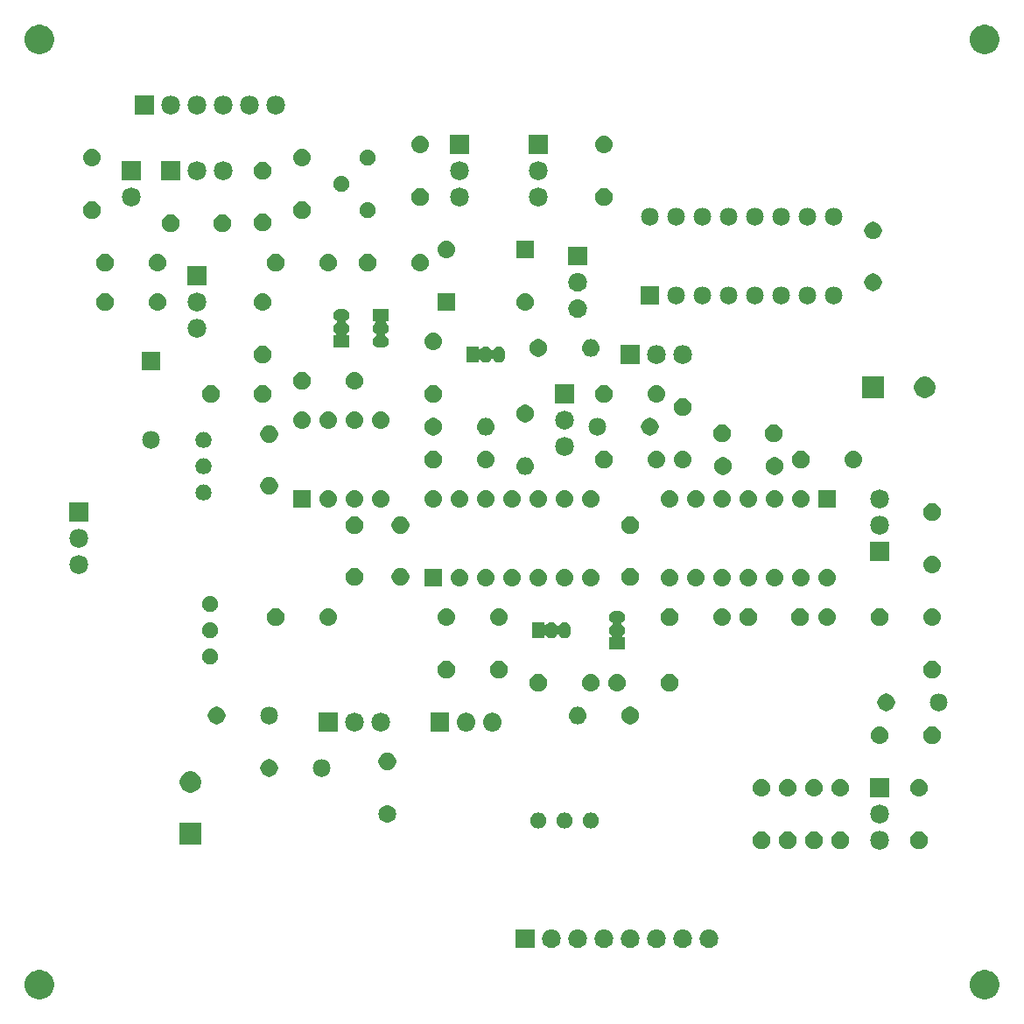
<source format=gbr>
G04 #@! TF.GenerationSoftware,KiCad,Pcbnew,(5.0.1)-rc2*
G04 #@! TF.CreationDate,2018-12-01T03:13:39-05:00*
G04 #@! TF.ProjectId,vco4069,76636F343036392E6B696361645F7063,rev?*
G04 #@! TF.SameCoordinates,Original*
G04 #@! TF.FileFunction,Soldermask,Bot*
G04 #@! TF.FilePolarity,Negative*
%FSLAX46Y46*%
G04 Gerber Fmt 4.6, Leading zero omitted, Abs format (unit mm)*
G04 Created by KiCad (PCBNEW (5.0.1)-rc2) date 12/1/2018 3:13:39 AM*
%MOMM*%
%LPD*%
G01*
G04 APERTURE LIST*
%ADD10C,0.100000*%
G04 APERTURE END LIST*
D10*
G36*
X199708433Y-147224893D02*
X199798657Y-147242839D01*
X199904267Y-147286585D01*
X200053621Y-147348449D01*
X200283089Y-147501774D01*
X200478226Y-147696911D01*
X200631551Y-147926379D01*
X200737161Y-148181344D01*
X200791000Y-148452012D01*
X200791000Y-148727988D01*
X200737161Y-148998656D01*
X200631551Y-149253621D01*
X200478226Y-149483089D01*
X200283089Y-149678226D01*
X200053621Y-149831551D01*
X199904267Y-149893415D01*
X199798657Y-149937161D01*
X199708433Y-149955107D01*
X199527988Y-149991000D01*
X199252012Y-149991000D01*
X199071567Y-149955107D01*
X198981343Y-149937161D01*
X198875733Y-149893415D01*
X198726379Y-149831551D01*
X198496911Y-149678226D01*
X198301774Y-149483089D01*
X198148449Y-149253621D01*
X198042839Y-148998656D01*
X197989000Y-148727988D01*
X197989000Y-148452012D01*
X198042839Y-148181344D01*
X198148449Y-147926379D01*
X198301774Y-147696911D01*
X198496911Y-147501774D01*
X198726379Y-147348449D01*
X198875733Y-147286585D01*
X198981343Y-147242839D01*
X199071567Y-147224893D01*
X199252012Y-147189000D01*
X199527988Y-147189000D01*
X199708433Y-147224893D01*
X199708433Y-147224893D01*
G37*
G36*
X108268433Y-147224893D02*
X108358657Y-147242839D01*
X108464267Y-147286585D01*
X108613621Y-147348449D01*
X108843089Y-147501774D01*
X109038226Y-147696911D01*
X109191551Y-147926379D01*
X109297161Y-148181344D01*
X109351000Y-148452012D01*
X109351000Y-148727988D01*
X109297161Y-148998656D01*
X109191551Y-149253621D01*
X109038226Y-149483089D01*
X108843089Y-149678226D01*
X108613621Y-149831551D01*
X108464267Y-149893415D01*
X108358657Y-149937161D01*
X108268433Y-149955107D01*
X108087988Y-149991000D01*
X107812012Y-149991000D01*
X107631567Y-149955107D01*
X107541343Y-149937161D01*
X107435733Y-149893415D01*
X107286379Y-149831551D01*
X107056911Y-149678226D01*
X106861774Y-149483089D01*
X106708449Y-149253621D01*
X106602839Y-148998656D01*
X106549000Y-148727988D01*
X106549000Y-148452012D01*
X106602839Y-148181344D01*
X106708449Y-147926379D01*
X106861774Y-147696911D01*
X107056911Y-147501774D01*
X107286379Y-147348449D01*
X107435733Y-147286585D01*
X107541343Y-147242839D01*
X107631567Y-147224893D01*
X107812012Y-147189000D01*
X108087988Y-147189000D01*
X108268433Y-147224893D01*
X108268433Y-147224893D01*
G37*
G36*
X172830443Y-143250519D02*
X172896627Y-143257037D01*
X173009853Y-143291384D01*
X173066467Y-143308557D01*
X173205087Y-143382652D01*
X173222991Y-143392222D01*
X173258729Y-143421552D01*
X173360186Y-143504814D01*
X173443448Y-143606271D01*
X173472778Y-143642009D01*
X173472779Y-143642011D01*
X173556443Y-143798533D01*
X173556443Y-143798534D01*
X173607963Y-143968373D01*
X173625359Y-144145000D01*
X173607963Y-144321627D01*
X173573616Y-144434853D01*
X173556443Y-144491467D01*
X173482348Y-144630087D01*
X173472778Y-144647991D01*
X173443448Y-144683729D01*
X173360186Y-144785186D01*
X173258729Y-144868448D01*
X173222991Y-144897778D01*
X173222989Y-144897779D01*
X173066467Y-144981443D01*
X173009853Y-144998616D01*
X172896627Y-145032963D01*
X172830443Y-145039481D01*
X172764260Y-145046000D01*
X172675740Y-145046000D01*
X172609557Y-145039481D01*
X172543373Y-145032963D01*
X172430147Y-144998616D01*
X172373533Y-144981443D01*
X172217011Y-144897779D01*
X172217009Y-144897778D01*
X172181271Y-144868448D01*
X172079814Y-144785186D01*
X171996552Y-144683729D01*
X171967222Y-144647991D01*
X171957652Y-144630087D01*
X171883557Y-144491467D01*
X171866384Y-144434853D01*
X171832037Y-144321627D01*
X171814641Y-144145000D01*
X171832037Y-143968373D01*
X171883557Y-143798534D01*
X171883557Y-143798533D01*
X171967221Y-143642011D01*
X171967222Y-143642009D01*
X171996552Y-143606271D01*
X172079814Y-143504814D01*
X172181271Y-143421552D01*
X172217009Y-143392222D01*
X172234913Y-143382652D01*
X172373533Y-143308557D01*
X172430147Y-143291384D01*
X172543373Y-143257037D01*
X172609557Y-143250519D01*
X172675740Y-143244000D01*
X172764260Y-143244000D01*
X172830443Y-143250519D01*
X172830443Y-143250519D01*
G37*
G36*
X170290443Y-143250519D02*
X170356627Y-143257037D01*
X170469853Y-143291384D01*
X170526467Y-143308557D01*
X170665087Y-143382652D01*
X170682991Y-143392222D01*
X170718729Y-143421552D01*
X170820186Y-143504814D01*
X170903448Y-143606271D01*
X170932778Y-143642009D01*
X170932779Y-143642011D01*
X171016443Y-143798533D01*
X171016443Y-143798534D01*
X171067963Y-143968373D01*
X171085359Y-144145000D01*
X171067963Y-144321627D01*
X171033616Y-144434853D01*
X171016443Y-144491467D01*
X170942348Y-144630087D01*
X170932778Y-144647991D01*
X170903448Y-144683729D01*
X170820186Y-144785186D01*
X170718729Y-144868448D01*
X170682991Y-144897778D01*
X170682989Y-144897779D01*
X170526467Y-144981443D01*
X170469853Y-144998616D01*
X170356627Y-145032963D01*
X170290443Y-145039481D01*
X170224260Y-145046000D01*
X170135740Y-145046000D01*
X170069557Y-145039481D01*
X170003373Y-145032963D01*
X169890147Y-144998616D01*
X169833533Y-144981443D01*
X169677011Y-144897779D01*
X169677009Y-144897778D01*
X169641271Y-144868448D01*
X169539814Y-144785186D01*
X169456552Y-144683729D01*
X169427222Y-144647991D01*
X169417652Y-144630087D01*
X169343557Y-144491467D01*
X169326384Y-144434853D01*
X169292037Y-144321627D01*
X169274641Y-144145000D01*
X169292037Y-143968373D01*
X169343557Y-143798534D01*
X169343557Y-143798533D01*
X169427221Y-143642011D01*
X169427222Y-143642009D01*
X169456552Y-143606271D01*
X169539814Y-143504814D01*
X169641271Y-143421552D01*
X169677009Y-143392222D01*
X169694913Y-143382652D01*
X169833533Y-143308557D01*
X169890147Y-143291384D01*
X170003373Y-143257037D01*
X170069557Y-143250519D01*
X170135740Y-143244000D01*
X170224260Y-143244000D01*
X170290443Y-143250519D01*
X170290443Y-143250519D01*
G37*
G36*
X165210443Y-143250519D02*
X165276627Y-143257037D01*
X165389853Y-143291384D01*
X165446467Y-143308557D01*
X165585087Y-143382652D01*
X165602991Y-143392222D01*
X165638729Y-143421552D01*
X165740186Y-143504814D01*
X165823448Y-143606271D01*
X165852778Y-143642009D01*
X165852779Y-143642011D01*
X165936443Y-143798533D01*
X165936443Y-143798534D01*
X165987963Y-143968373D01*
X166005359Y-144145000D01*
X165987963Y-144321627D01*
X165953616Y-144434853D01*
X165936443Y-144491467D01*
X165862348Y-144630087D01*
X165852778Y-144647991D01*
X165823448Y-144683729D01*
X165740186Y-144785186D01*
X165638729Y-144868448D01*
X165602991Y-144897778D01*
X165602989Y-144897779D01*
X165446467Y-144981443D01*
X165389853Y-144998616D01*
X165276627Y-145032963D01*
X165210443Y-145039481D01*
X165144260Y-145046000D01*
X165055740Y-145046000D01*
X164989557Y-145039481D01*
X164923373Y-145032963D01*
X164810147Y-144998616D01*
X164753533Y-144981443D01*
X164597011Y-144897779D01*
X164597009Y-144897778D01*
X164561271Y-144868448D01*
X164459814Y-144785186D01*
X164376552Y-144683729D01*
X164347222Y-144647991D01*
X164337652Y-144630087D01*
X164263557Y-144491467D01*
X164246384Y-144434853D01*
X164212037Y-144321627D01*
X164194641Y-144145000D01*
X164212037Y-143968373D01*
X164263557Y-143798534D01*
X164263557Y-143798533D01*
X164347221Y-143642011D01*
X164347222Y-143642009D01*
X164376552Y-143606271D01*
X164459814Y-143504814D01*
X164561271Y-143421552D01*
X164597009Y-143392222D01*
X164614913Y-143382652D01*
X164753533Y-143308557D01*
X164810147Y-143291384D01*
X164923373Y-143257037D01*
X164989557Y-143250519D01*
X165055740Y-143244000D01*
X165144260Y-143244000D01*
X165210443Y-143250519D01*
X165210443Y-143250519D01*
G37*
G36*
X162670443Y-143250519D02*
X162736627Y-143257037D01*
X162849853Y-143291384D01*
X162906467Y-143308557D01*
X163045087Y-143382652D01*
X163062991Y-143392222D01*
X163098729Y-143421552D01*
X163200186Y-143504814D01*
X163283448Y-143606271D01*
X163312778Y-143642009D01*
X163312779Y-143642011D01*
X163396443Y-143798533D01*
X163396443Y-143798534D01*
X163447963Y-143968373D01*
X163465359Y-144145000D01*
X163447963Y-144321627D01*
X163413616Y-144434853D01*
X163396443Y-144491467D01*
X163322348Y-144630087D01*
X163312778Y-144647991D01*
X163283448Y-144683729D01*
X163200186Y-144785186D01*
X163098729Y-144868448D01*
X163062991Y-144897778D01*
X163062989Y-144897779D01*
X162906467Y-144981443D01*
X162849853Y-144998616D01*
X162736627Y-145032963D01*
X162670443Y-145039481D01*
X162604260Y-145046000D01*
X162515740Y-145046000D01*
X162449557Y-145039481D01*
X162383373Y-145032963D01*
X162270147Y-144998616D01*
X162213533Y-144981443D01*
X162057011Y-144897779D01*
X162057009Y-144897778D01*
X162021271Y-144868448D01*
X161919814Y-144785186D01*
X161836552Y-144683729D01*
X161807222Y-144647991D01*
X161797652Y-144630087D01*
X161723557Y-144491467D01*
X161706384Y-144434853D01*
X161672037Y-144321627D01*
X161654641Y-144145000D01*
X161672037Y-143968373D01*
X161723557Y-143798534D01*
X161723557Y-143798533D01*
X161807221Y-143642011D01*
X161807222Y-143642009D01*
X161836552Y-143606271D01*
X161919814Y-143504814D01*
X162021271Y-143421552D01*
X162057009Y-143392222D01*
X162074913Y-143382652D01*
X162213533Y-143308557D01*
X162270147Y-143291384D01*
X162383373Y-143257037D01*
X162449557Y-143250519D01*
X162515740Y-143244000D01*
X162604260Y-143244000D01*
X162670443Y-143250519D01*
X162670443Y-143250519D01*
G37*
G36*
X160130443Y-143250519D02*
X160196627Y-143257037D01*
X160309853Y-143291384D01*
X160366467Y-143308557D01*
X160505087Y-143382652D01*
X160522991Y-143392222D01*
X160558729Y-143421552D01*
X160660186Y-143504814D01*
X160743448Y-143606271D01*
X160772778Y-143642009D01*
X160772779Y-143642011D01*
X160856443Y-143798533D01*
X160856443Y-143798534D01*
X160907963Y-143968373D01*
X160925359Y-144145000D01*
X160907963Y-144321627D01*
X160873616Y-144434853D01*
X160856443Y-144491467D01*
X160782348Y-144630087D01*
X160772778Y-144647991D01*
X160743448Y-144683729D01*
X160660186Y-144785186D01*
X160558729Y-144868448D01*
X160522991Y-144897778D01*
X160522989Y-144897779D01*
X160366467Y-144981443D01*
X160309853Y-144998616D01*
X160196627Y-145032963D01*
X160130443Y-145039481D01*
X160064260Y-145046000D01*
X159975740Y-145046000D01*
X159909557Y-145039481D01*
X159843373Y-145032963D01*
X159730147Y-144998616D01*
X159673533Y-144981443D01*
X159517011Y-144897779D01*
X159517009Y-144897778D01*
X159481271Y-144868448D01*
X159379814Y-144785186D01*
X159296552Y-144683729D01*
X159267222Y-144647991D01*
X159257652Y-144630087D01*
X159183557Y-144491467D01*
X159166384Y-144434853D01*
X159132037Y-144321627D01*
X159114641Y-144145000D01*
X159132037Y-143968373D01*
X159183557Y-143798534D01*
X159183557Y-143798533D01*
X159267221Y-143642011D01*
X159267222Y-143642009D01*
X159296552Y-143606271D01*
X159379814Y-143504814D01*
X159481271Y-143421552D01*
X159517009Y-143392222D01*
X159534913Y-143382652D01*
X159673533Y-143308557D01*
X159730147Y-143291384D01*
X159843373Y-143257037D01*
X159909557Y-143250519D01*
X159975740Y-143244000D01*
X160064260Y-143244000D01*
X160130443Y-143250519D01*
X160130443Y-143250519D01*
G37*
G36*
X157590443Y-143250519D02*
X157656627Y-143257037D01*
X157769853Y-143291384D01*
X157826467Y-143308557D01*
X157965087Y-143382652D01*
X157982991Y-143392222D01*
X158018729Y-143421552D01*
X158120186Y-143504814D01*
X158203448Y-143606271D01*
X158232778Y-143642009D01*
X158232779Y-143642011D01*
X158316443Y-143798533D01*
X158316443Y-143798534D01*
X158367963Y-143968373D01*
X158385359Y-144145000D01*
X158367963Y-144321627D01*
X158333616Y-144434853D01*
X158316443Y-144491467D01*
X158242348Y-144630087D01*
X158232778Y-144647991D01*
X158203448Y-144683729D01*
X158120186Y-144785186D01*
X158018729Y-144868448D01*
X157982991Y-144897778D01*
X157982989Y-144897779D01*
X157826467Y-144981443D01*
X157769853Y-144998616D01*
X157656627Y-145032963D01*
X157590443Y-145039481D01*
X157524260Y-145046000D01*
X157435740Y-145046000D01*
X157369557Y-145039481D01*
X157303373Y-145032963D01*
X157190147Y-144998616D01*
X157133533Y-144981443D01*
X156977011Y-144897779D01*
X156977009Y-144897778D01*
X156941271Y-144868448D01*
X156839814Y-144785186D01*
X156756552Y-144683729D01*
X156727222Y-144647991D01*
X156717652Y-144630087D01*
X156643557Y-144491467D01*
X156626384Y-144434853D01*
X156592037Y-144321627D01*
X156574641Y-144145000D01*
X156592037Y-143968373D01*
X156643557Y-143798534D01*
X156643557Y-143798533D01*
X156727221Y-143642011D01*
X156727222Y-143642009D01*
X156756552Y-143606271D01*
X156839814Y-143504814D01*
X156941271Y-143421552D01*
X156977009Y-143392222D01*
X156994913Y-143382652D01*
X157133533Y-143308557D01*
X157190147Y-143291384D01*
X157303373Y-143257037D01*
X157369557Y-143250519D01*
X157435740Y-143244000D01*
X157524260Y-143244000D01*
X157590443Y-143250519D01*
X157590443Y-143250519D01*
G37*
G36*
X155841000Y-145046000D02*
X154039000Y-145046000D01*
X154039000Y-143244000D01*
X155841000Y-143244000D01*
X155841000Y-145046000D01*
X155841000Y-145046000D01*
G37*
G36*
X167750443Y-143250519D02*
X167816627Y-143257037D01*
X167929853Y-143291384D01*
X167986467Y-143308557D01*
X168125087Y-143382652D01*
X168142991Y-143392222D01*
X168178729Y-143421552D01*
X168280186Y-143504814D01*
X168363448Y-143606271D01*
X168392778Y-143642009D01*
X168392779Y-143642011D01*
X168476443Y-143798533D01*
X168476443Y-143798534D01*
X168527963Y-143968373D01*
X168545359Y-144145000D01*
X168527963Y-144321627D01*
X168493616Y-144434853D01*
X168476443Y-144491467D01*
X168402348Y-144630087D01*
X168392778Y-144647991D01*
X168363448Y-144683729D01*
X168280186Y-144785186D01*
X168178729Y-144868448D01*
X168142991Y-144897778D01*
X168142989Y-144897779D01*
X167986467Y-144981443D01*
X167929853Y-144998616D01*
X167816627Y-145032963D01*
X167750443Y-145039481D01*
X167684260Y-145046000D01*
X167595740Y-145046000D01*
X167529557Y-145039481D01*
X167463373Y-145032963D01*
X167350147Y-144998616D01*
X167293533Y-144981443D01*
X167137011Y-144897779D01*
X167137009Y-144897778D01*
X167101271Y-144868448D01*
X166999814Y-144785186D01*
X166916552Y-144683729D01*
X166887222Y-144647991D01*
X166877652Y-144630087D01*
X166803557Y-144491467D01*
X166786384Y-144434853D01*
X166752037Y-144321627D01*
X166734641Y-144145000D01*
X166752037Y-143968373D01*
X166803557Y-143798534D01*
X166803557Y-143798533D01*
X166887221Y-143642011D01*
X166887222Y-143642009D01*
X166916552Y-143606271D01*
X166999814Y-143504814D01*
X167101271Y-143421552D01*
X167137009Y-143392222D01*
X167154913Y-143382652D01*
X167293533Y-143308557D01*
X167350147Y-143291384D01*
X167463373Y-143257037D01*
X167529557Y-143250519D01*
X167595740Y-143244000D01*
X167684260Y-143244000D01*
X167750443Y-143250519D01*
X167750443Y-143250519D01*
G37*
G36*
X189340443Y-133725519D02*
X189406627Y-133732037D01*
X189519853Y-133766384D01*
X189576467Y-133783557D01*
X189715087Y-133857652D01*
X189732991Y-133867222D01*
X189768729Y-133896552D01*
X189870186Y-133979814D01*
X189950369Y-134077519D01*
X189982778Y-134117009D01*
X189982779Y-134117011D01*
X190066443Y-134273533D01*
X190066443Y-134273534D01*
X190117963Y-134443373D01*
X190135359Y-134620000D01*
X190117963Y-134796627D01*
X190096243Y-134868228D01*
X190066443Y-134966467D01*
X190029276Y-135036000D01*
X189982778Y-135122991D01*
X189953448Y-135158729D01*
X189870186Y-135260186D01*
X189768729Y-135343448D01*
X189732991Y-135372778D01*
X189732989Y-135372779D01*
X189576467Y-135456443D01*
X189528478Y-135471000D01*
X189406627Y-135507963D01*
X189340443Y-135514481D01*
X189274260Y-135521000D01*
X189185740Y-135521000D01*
X189119557Y-135514481D01*
X189053373Y-135507963D01*
X188931522Y-135471000D01*
X188883533Y-135456443D01*
X188727011Y-135372779D01*
X188727009Y-135372778D01*
X188691271Y-135343448D01*
X188589814Y-135260186D01*
X188506552Y-135158729D01*
X188477222Y-135122991D01*
X188430724Y-135036000D01*
X188393557Y-134966467D01*
X188363757Y-134868228D01*
X188342037Y-134796627D01*
X188324641Y-134620000D01*
X188342037Y-134443373D01*
X188393557Y-134273534D01*
X188393557Y-134273533D01*
X188477221Y-134117011D01*
X188477222Y-134117009D01*
X188509631Y-134077519D01*
X188589814Y-133979814D01*
X188691271Y-133896552D01*
X188727009Y-133867222D01*
X188744913Y-133857652D01*
X188883533Y-133783557D01*
X188940147Y-133766384D01*
X189053373Y-133732037D01*
X189119557Y-133725519D01*
X189185740Y-133719000D01*
X189274260Y-133719000D01*
X189340443Y-133725519D01*
X189340443Y-133725519D01*
G37*
G36*
X193288228Y-133801703D02*
X193443100Y-133865853D01*
X193582481Y-133958985D01*
X193701015Y-134077519D01*
X193794147Y-134216900D01*
X193858297Y-134371772D01*
X193891000Y-134536184D01*
X193891000Y-134703816D01*
X193858297Y-134868228D01*
X193794147Y-135023100D01*
X193701015Y-135162481D01*
X193582481Y-135281015D01*
X193443100Y-135374147D01*
X193288228Y-135438297D01*
X193123816Y-135471000D01*
X192956184Y-135471000D01*
X192791772Y-135438297D01*
X192636900Y-135374147D01*
X192497519Y-135281015D01*
X192378985Y-135162481D01*
X192285853Y-135023100D01*
X192221703Y-134868228D01*
X192189000Y-134703816D01*
X192189000Y-134536184D01*
X192221703Y-134371772D01*
X192285853Y-134216900D01*
X192378985Y-134077519D01*
X192497519Y-133958985D01*
X192636900Y-133865853D01*
X192791772Y-133801703D01*
X192956184Y-133769000D01*
X193123816Y-133769000D01*
X193288228Y-133801703D01*
X193288228Y-133801703D01*
G37*
G36*
X178048228Y-133801703D02*
X178203100Y-133865853D01*
X178342481Y-133958985D01*
X178461015Y-134077519D01*
X178554147Y-134216900D01*
X178618297Y-134371772D01*
X178651000Y-134536184D01*
X178651000Y-134703816D01*
X178618297Y-134868228D01*
X178554147Y-135023100D01*
X178461015Y-135162481D01*
X178342481Y-135281015D01*
X178203100Y-135374147D01*
X178048228Y-135438297D01*
X177883816Y-135471000D01*
X177716184Y-135471000D01*
X177551772Y-135438297D01*
X177396900Y-135374147D01*
X177257519Y-135281015D01*
X177138985Y-135162481D01*
X177045853Y-135023100D01*
X176981703Y-134868228D01*
X176949000Y-134703816D01*
X176949000Y-134536184D01*
X176981703Y-134371772D01*
X177045853Y-134216900D01*
X177138985Y-134077519D01*
X177257519Y-133958985D01*
X177396900Y-133865853D01*
X177551772Y-133801703D01*
X177716184Y-133769000D01*
X177883816Y-133769000D01*
X178048228Y-133801703D01*
X178048228Y-133801703D01*
G37*
G36*
X185668228Y-133801703D02*
X185823100Y-133865853D01*
X185962481Y-133958985D01*
X186081015Y-134077519D01*
X186174147Y-134216900D01*
X186238297Y-134371772D01*
X186271000Y-134536184D01*
X186271000Y-134703816D01*
X186238297Y-134868228D01*
X186174147Y-135023100D01*
X186081015Y-135162481D01*
X185962481Y-135281015D01*
X185823100Y-135374147D01*
X185668228Y-135438297D01*
X185503816Y-135471000D01*
X185336184Y-135471000D01*
X185171772Y-135438297D01*
X185016900Y-135374147D01*
X184877519Y-135281015D01*
X184758985Y-135162481D01*
X184665853Y-135023100D01*
X184601703Y-134868228D01*
X184569000Y-134703816D01*
X184569000Y-134536184D01*
X184601703Y-134371772D01*
X184665853Y-134216900D01*
X184758985Y-134077519D01*
X184877519Y-133958985D01*
X185016900Y-133865853D01*
X185171772Y-133801703D01*
X185336184Y-133769000D01*
X185503816Y-133769000D01*
X185668228Y-133801703D01*
X185668228Y-133801703D01*
G37*
G36*
X183128228Y-133801703D02*
X183283100Y-133865853D01*
X183422481Y-133958985D01*
X183541015Y-134077519D01*
X183634147Y-134216900D01*
X183698297Y-134371772D01*
X183731000Y-134536184D01*
X183731000Y-134703816D01*
X183698297Y-134868228D01*
X183634147Y-135023100D01*
X183541015Y-135162481D01*
X183422481Y-135281015D01*
X183283100Y-135374147D01*
X183128228Y-135438297D01*
X182963816Y-135471000D01*
X182796184Y-135471000D01*
X182631772Y-135438297D01*
X182476900Y-135374147D01*
X182337519Y-135281015D01*
X182218985Y-135162481D01*
X182125853Y-135023100D01*
X182061703Y-134868228D01*
X182029000Y-134703816D01*
X182029000Y-134536184D01*
X182061703Y-134371772D01*
X182125853Y-134216900D01*
X182218985Y-134077519D01*
X182337519Y-133958985D01*
X182476900Y-133865853D01*
X182631772Y-133801703D01*
X182796184Y-133769000D01*
X182963816Y-133769000D01*
X183128228Y-133801703D01*
X183128228Y-133801703D01*
G37*
G36*
X180588228Y-133801703D02*
X180743100Y-133865853D01*
X180882481Y-133958985D01*
X181001015Y-134077519D01*
X181094147Y-134216900D01*
X181158297Y-134371772D01*
X181191000Y-134536184D01*
X181191000Y-134703816D01*
X181158297Y-134868228D01*
X181094147Y-135023100D01*
X181001015Y-135162481D01*
X180882481Y-135281015D01*
X180743100Y-135374147D01*
X180588228Y-135438297D01*
X180423816Y-135471000D01*
X180256184Y-135471000D01*
X180091772Y-135438297D01*
X179936900Y-135374147D01*
X179797519Y-135281015D01*
X179678985Y-135162481D01*
X179585853Y-135023100D01*
X179521703Y-134868228D01*
X179489000Y-134703816D01*
X179489000Y-134536184D01*
X179521703Y-134371772D01*
X179585853Y-134216900D01*
X179678985Y-134077519D01*
X179797519Y-133958985D01*
X179936900Y-133865853D01*
X180091772Y-133801703D01*
X180256184Y-133769000D01*
X180423816Y-133769000D01*
X180588228Y-133801703D01*
X180588228Y-133801703D01*
G37*
G36*
X123606000Y-135036000D02*
X121504000Y-135036000D01*
X121504000Y-132934000D01*
X123606000Y-132934000D01*
X123606000Y-135036000D01*
X123606000Y-135036000D01*
G37*
G36*
X156335589Y-131953876D02*
X156434893Y-131973629D01*
X156575206Y-132031748D01*
X156701484Y-132116125D01*
X156808875Y-132223516D01*
X156893252Y-132349794D01*
X156951371Y-132490107D01*
X156951371Y-132490109D01*
X156981000Y-132639062D01*
X156981000Y-132790938D01*
X156972677Y-132832778D01*
X156951371Y-132939893D01*
X156893252Y-133080206D01*
X156808875Y-133206484D01*
X156701484Y-133313875D01*
X156575206Y-133398252D01*
X156434893Y-133456371D01*
X156335589Y-133476124D01*
X156285938Y-133486000D01*
X156134062Y-133486000D01*
X156084411Y-133476124D01*
X155985107Y-133456371D01*
X155844794Y-133398252D01*
X155718516Y-133313875D01*
X155611125Y-133206484D01*
X155526748Y-133080206D01*
X155468629Y-132939893D01*
X155447323Y-132832778D01*
X155439000Y-132790938D01*
X155439000Y-132639062D01*
X155468629Y-132490109D01*
X155468629Y-132490107D01*
X155526748Y-132349794D01*
X155611125Y-132223516D01*
X155718516Y-132116125D01*
X155844794Y-132031748D01*
X155985107Y-131973629D01*
X156084411Y-131953876D01*
X156134062Y-131944000D01*
X156285938Y-131944000D01*
X156335589Y-131953876D01*
X156335589Y-131953876D01*
G37*
G36*
X158875589Y-131953876D02*
X158974893Y-131973629D01*
X159115206Y-132031748D01*
X159241484Y-132116125D01*
X159348875Y-132223516D01*
X159433252Y-132349794D01*
X159491371Y-132490107D01*
X159491371Y-132490109D01*
X159521000Y-132639062D01*
X159521000Y-132790938D01*
X159512677Y-132832778D01*
X159491371Y-132939893D01*
X159433252Y-133080206D01*
X159348875Y-133206484D01*
X159241484Y-133313875D01*
X159115206Y-133398252D01*
X158974893Y-133456371D01*
X158875589Y-133476124D01*
X158825938Y-133486000D01*
X158674062Y-133486000D01*
X158624411Y-133476124D01*
X158525107Y-133456371D01*
X158384794Y-133398252D01*
X158258516Y-133313875D01*
X158151125Y-133206484D01*
X158066748Y-133080206D01*
X158008629Y-132939893D01*
X157987323Y-132832778D01*
X157979000Y-132790938D01*
X157979000Y-132639062D01*
X158008629Y-132490109D01*
X158008629Y-132490107D01*
X158066748Y-132349794D01*
X158151125Y-132223516D01*
X158258516Y-132116125D01*
X158384794Y-132031748D01*
X158525107Y-131973629D01*
X158624411Y-131953876D01*
X158674062Y-131944000D01*
X158825938Y-131944000D01*
X158875589Y-131953876D01*
X158875589Y-131953876D01*
G37*
G36*
X161415589Y-131953876D02*
X161514893Y-131973629D01*
X161655206Y-132031748D01*
X161781484Y-132116125D01*
X161888875Y-132223516D01*
X161973252Y-132349794D01*
X162031371Y-132490107D01*
X162031371Y-132490109D01*
X162061000Y-132639062D01*
X162061000Y-132790938D01*
X162052677Y-132832778D01*
X162031371Y-132939893D01*
X161973252Y-133080206D01*
X161888875Y-133206484D01*
X161781484Y-133313875D01*
X161655206Y-133398252D01*
X161514893Y-133456371D01*
X161415589Y-133476124D01*
X161365938Y-133486000D01*
X161214062Y-133486000D01*
X161164411Y-133476124D01*
X161065107Y-133456371D01*
X160924794Y-133398252D01*
X160798516Y-133313875D01*
X160691125Y-133206484D01*
X160606748Y-133080206D01*
X160548629Y-132939893D01*
X160527323Y-132832778D01*
X160519000Y-132790938D01*
X160519000Y-132639062D01*
X160548629Y-132490109D01*
X160548629Y-132490107D01*
X160606748Y-132349794D01*
X160691125Y-132223516D01*
X160798516Y-132116125D01*
X160924794Y-132031748D01*
X161065107Y-131973629D01*
X161164411Y-131953876D01*
X161214062Y-131944000D01*
X161365938Y-131944000D01*
X161415589Y-131953876D01*
X161415589Y-131953876D01*
G37*
G36*
X189340442Y-131185518D02*
X189406627Y-131192037D01*
X189519853Y-131226384D01*
X189576467Y-131243557D01*
X189663311Y-131289977D01*
X189732991Y-131327222D01*
X189768729Y-131356552D01*
X189870186Y-131439814D01*
X189953448Y-131541271D01*
X189982778Y-131577009D01*
X189982779Y-131577011D01*
X190066443Y-131733533D01*
X190083616Y-131790147D01*
X190117963Y-131903373D01*
X190135359Y-132080000D01*
X190117963Y-132256627D01*
X190089701Y-132349794D01*
X190066443Y-132426467D01*
X190032426Y-132490107D01*
X189982778Y-132582991D01*
X189953448Y-132618729D01*
X189870186Y-132720186D01*
X189768729Y-132803448D01*
X189732991Y-132832778D01*
X189732989Y-132832779D01*
X189576467Y-132916443D01*
X189569069Y-132918687D01*
X189406627Y-132967963D01*
X189340443Y-132974481D01*
X189274260Y-132981000D01*
X189185740Y-132981000D01*
X189119557Y-132974481D01*
X189053373Y-132967963D01*
X188890931Y-132918687D01*
X188883533Y-132916443D01*
X188727011Y-132832779D01*
X188727009Y-132832778D01*
X188691271Y-132803448D01*
X188589814Y-132720186D01*
X188506552Y-132618729D01*
X188477222Y-132582991D01*
X188427574Y-132490107D01*
X188393557Y-132426467D01*
X188370299Y-132349794D01*
X188342037Y-132256627D01*
X188324641Y-132080000D01*
X188342037Y-131903373D01*
X188376384Y-131790147D01*
X188393557Y-131733533D01*
X188477221Y-131577011D01*
X188477222Y-131577009D01*
X188506552Y-131541271D01*
X188589814Y-131439814D01*
X188691271Y-131356552D01*
X188727009Y-131327222D01*
X188796689Y-131289977D01*
X188883533Y-131243557D01*
X188940147Y-131226384D01*
X189053373Y-131192037D01*
X189119558Y-131185518D01*
X189185740Y-131179000D01*
X189274260Y-131179000D01*
X189340442Y-131185518D01*
X189340442Y-131185518D01*
G37*
G36*
X141771821Y-131241313D02*
X141771824Y-131241314D01*
X141771825Y-131241314D01*
X141932239Y-131289975D01*
X141932241Y-131289976D01*
X141932244Y-131289977D01*
X142080078Y-131368995D01*
X142209659Y-131475341D01*
X142316005Y-131604922D01*
X142395023Y-131752756D01*
X142395024Y-131752759D01*
X142395025Y-131752761D01*
X142440713Y-131903375D01*
X142443687Y-131913179D01*
X142460117Y-132080000D01*
X142443687Y-132246821D01*
X142443686Y-132246824D01*
X142443686Y-132246825D01*
X142412451Y-132349794D01*
X142395023Y-132407244D01*
X142316005Y-132555078D01*
X142209659Y-132684659D01*
X142080078Y-132791005D01*
X141932244Y-132870023D01*
X141932241Y-132870024D01*
X141932239Y-132870025D01*
X141771825Y-132918686D01*
X141771824Y-132918686D01*
X141771821Y-132918687D01*
X141646804Y-132931000D01*
X141563196Y-132931000D01*
X141438179Y-132918687D01*
X141438176Y-132918686D01*
X141438175Y-132918686D01*
X141277761Y-132870025D01*
X141277759Y-132870024D01*
X141277756Y-132870023D01*
X141129922Y-132791005D01*
X141000341Y-132684659D01*
X140893995Y-132555078D01*
X140814977Y-132407244D01*
X140797550Y-132349794D01*
X140766314Y-132246825D01*
X140766314Y-132246824D01*
X140766313Y-132246821D01*
X140749883Y-132080000D01*
X140766313Y-131913179D01*
X140769287Y-131903375D01*
X140814975Y-131752761D01*
X140814976Y-131752759D01*
X140814977Y-131752756D01*
X140893995Y-131604922D01*
X141000341Y-131475341D01*
X141129922Y-131368995D01*
X141277756Y-131289977D01*
X141277759Y-131289976D01*
X141277761Y-131289975D01*
X141438175Y-131241314D01*
X141438176Y-131241314D01*
X141438179Y-131241313D01*
X141563196Y-131229000D01*
X141646804Y-131229000D01*
X141771821Y-131241313D01*
X141771821Y-131241313D01*
G37*
G36*
X190131000Y-130441000D02*
X188329000Y-130441000D01*
X188329000Y-128639000D01*
X190131000Y-128639000D01*
X190131000Y-130441000D01*
X190131000Y-130441000D01*
G37*
G36*
X180506821Y-128701313D02*
X180506824Y-128701314D01*
X180506825Y-128701314D01*
X180667239Y-128749975D01*
X180667241Y-128749976D01*
X180667244Y-128749977D01*
X180815078Y-128828995D01*
X180944659Y-128935341D01*
X181051005Y-129064922D01*
X181130023Y-129212756D01*
X181178687Y-129373179D01*
X181195117Y-129540000D01*
X181178687Y-129706821D01*
X181178686Y-129706824D01*
X181178686Y-129706825D01*
X181150008Y-129801365D01*
X181130023Y-129867244D01*
X181051005Y-130015078D01*
X180944659Y-130144659D01*
X180815078Y-130251005D01*
X180667244Y-130330023D01*
X180667241Y-130330024D01*
X180667239Y-130330025D01*
X180506825Y-130378686D01*
X180506824Y-130378686D01*
X180506821Y-130378687D01*
X180381804Y-130391000D01*
X180298196Y-130391000D01*
X180173179Y-130378687D01*
X180173176Y-130378686D01*
X180173175Y-130378686D01*
X180012761Y-130330025D01*
X180012759Y-130330024D01*
X180012756Y-130330023D01*
X179864922Y-130251005D01*
X179735341Y-130144659D01*
X179628995Y-130015078D01*
X179549977Y-129867244D01*
X179529993Y-129801365D01*
X179501314Y-129706825D01*
X179501314Y-129706824D01*
X179501313Y-129706821D01*
X179484883Y-129540000D01*
X179501313Y-129373179D01*
X179549977Y-129212756D01*
X179628995Y-129064922D01*
X179735341Y-128935341D01*
X179864922Y-128828995D01*
X180012756Y-128749977D01*
X180012759Y-128749976D01*
X180012761Y-128749975D01*
X180173175Y-128701314D01*
X180173176Y-128701314D01*
X180173179Y-128701313D01*
X180298196Y-128689000D01*
X180381804Y-128689000D01*
X180506821Y-128701313D01*
X180506821Y-128701313D01*
G37*
G36*
X177966821Y-128701313D02*
X177966824Y-128701314D01*
X177966825Y-128701314D01*
X178127239Y-128749975D01*
X178127241Y-128749976D01*
X178127244Y-128749977D01*
X178275078Y-128828995D01*
X178404659Y-128935341D01*
X178511005Y-129064922D01*
X178590023Y-129212756D01*
X178638687Y-129373179D01*
X178655117Y-129540000D01*
X178638687Y-129706821D01*
X178638686Y-129706824D01*
X178638686Y-129706825D01*
X178610008Y-129801365D01*
X178590023Y-129867244D01*
X178511005Y-130015078D01*
X178404659Y-130144659D01*
X178275078Y-130251005D01*
X178127244Y-130330023D01*
X178127241Y-130330024D01*
X178127239Y-130330025D01*
X177966825Y-130378686D01*
X177966824Y-130378686D01*
X177966821Y-130378687D01*
X177841804Y-130391000D01*
X177758196Y-130391000D01*
X177633179Y-130378687D01*
X177633176Y-130378686D01*
X177633175Y-130378686D01*
X177472761Y-130330025D01*
X177472759Y-130330024D01*
X177472756Y-130330023D01*
X177324922Y-130251005D01*
X177195341Y-130144659D01*
X177088995Y-130015078D01*
X177009977Y-129867244D01*
X176989993Y-129801365D01*
X176961314Y-129706825D01*
X176961314Y-129706824D01*
X176961313Y-129706821D01*
X176944883Y-129540000D01*
X176961313Y-129373179D01*
X177009977Y-129212756D01*
X177088995Y-129064922D01*
X177195341Y-128935341D01*
X177324922Y-128828995D01*
X177472756Y-128749977D01*
X177472759Y-128749976D01*
X177472761Y-128749975D01*
X177633175Y-128701314D01*
X177633176Y-128701314D01*
X177633179Y-128701313D01*
X177758196Y-128689000D01*
X177841804Y-128689000D01*
X177966821Y-128701313D01*
X177966821Y-128701313D01*
G37*
G36*
X183046821Y-128701313D02*
X183046824Y-128701314D01*
X183046825Y-128701314D01*
X183207239Y-128749975D01*
X183207241Y-128749976D01*
X183207244Y-128749977D01*
X183355078Y-128828995D01*
X183484659Y-128935341D01*
X183591005Y-129064922D01*
X183670023Y-129212756D01*
X183718687Y-129373179D01*
X183735117Y-129540000D01*
X183718687Y-129706821D01*
X183718686Y-129706824D01*
X183718686Y-129706825D01*
X183690008Y-129801365D01*
X183670023Y-129867244D01*
X183591005Y-130015078D01*
X183484659Y-130144659D01*
X183355078Y-130251005D01*
X183207244Y-130330023D01*
X183207241Y-130330024D01*
X183207239Y-130330025D01*
X183046825Y-130378686D01*
X183046824Y-130378686D01*
X183046821Y-130378687D01*
X182921804Y-130391000D01*
X182838196Y-130391000D01*
X182713179Y-130378687D01*
X182713176Y-130378686D01*
X182713175Y-130378686D01*
X182552761Y-130330025D01*
X182552759Y-130330024D01*
X182552756Y-130330023D01*
X182404922Y-130251005D01*
X182275341Y-130144659D01*
X182168995Y-130015078D01*
X182089977Y-129867244D01*
X182069993Y-129801365D01*
X182041314Y-129706825D01*
X182041314Y-129706824D01*
X182041313Y-129706821D01*
X182024883Y-129540000D01*
X182041313Y-129373179D01*
X182089977Y-129212756D01*
X182168995Y-129064922D01*
X182275341Y-128935341D01*
X182404922Y-128828995D01*
X182552756Y-128749977D01*
X182552759Y-128749976D01*
X182552761Y-128749975D01*
X182713175Y-128701314D01*
X182713176Y-128701314D01*
X182713179Y-128701313D01*
X182838196Y-128689000D01*
X182921804Y-128689000D01*
X183046821Y-128701313D01*
X183046821Y-128701313D01*
G37*
G36*
X185586821Y-128701313D02*
X185586824Y-128701314D01*
X185586825Y-128701314D01*
X185747239Y-128749975D01*
X185747241Y-128749976D01*
X185747244Y-128749977D01*
X185895078Y-128828995D01*
X186024659Y-128935341D01*
X186131005Y-129064922D01*
X186210023Y-129212756D01*
X186258687Y-129373179D01*
X186275117Y-129540000D01*
X186258687Y-129706821D01*
X186258686Y-129706824D01*
X186258686Y-129706825D01*
X186230008Y-129801365D01*
X186210023Y-129867244D01*
X186131005Y-130015078D01*
X186024659Y-130144659D01*
X185895078Y-130251005D01*
X185747244Y-130330023D01*
X185747241Y-130330024D01*
X185747239Y-130330025D01*
X185586825Y-130378686D01*
X185586824Y-130378686D01*
X185586821Y-130378687D01*
X185461804Y-130391000D01*
X185378196Y-130391000D01*
X185253179Y-130378687D01*
X185253176Y-130378686D01*
X185253175Y-130378686D01*
X185092761Y-130330025D01*
X185092759Y-130330024D01*
X185092756Y-130330023D01*
X184944922Y-130251005D01*
X184815341Y-130144659D01*
X184708995Y-130015078D01*
X184629977Y-129867244D01*
X184609993Y-129801365D01*
X184581314Y-129706825D01*
X184581314Y-129706824D01*
X184581313Y-129706821D01*
X184564883Y-129540000D01*
X184581313Y-129373179D01*
X184629977Y-129212756D01*
X184708995Y-129064922D01*
X184815341Y-128935341D01*
X184944922Y-128828995D01*
X185092756Y-128749977D01*
X185092759Y-128749976D01*
X185092761Y-128749975D01*
X185253175Y-128701314D01*
X185253176Y-128701314D01*
X185253179Y-128701313D01*
X185378196Y-128689000D01*
X185461804Y-128689000D01*
X185586821Y-128701313D01*
X185586821Y-128701313D01*
G37*
G36*
X193206821Y-128701313D02*
X193206824Y-128701314D01*
X193206825Y-128701314D01*
X193367239Y-128749975D01*
X193367241Y-128749976D01*
X193367244Y-128749977D01*
X193515078Y-128828995D01*
X193644659Y-128935341D01*
X193751005Y-129064922D01*
X193830023Y-129212756D01*
X193878687Y-129373179D01*
X193895117Y-129540000D01*
X193878687Y-129706821D01*
X193878686Y-129706824D01*
X193878686Y-129706825D01*
X193850008Y-129801365D01*
X193830023Y-129867244D01*
X193751005Y-130015078D01*
X193644659Y-130144659D01*
X193515078Y-130251005D01*
X193367244Y-130330023D01*
X193367241Y-130330024D01*
X193367239Y-130330025D01*
X193206825Y-130378686D01*
X193206824Y-130378686D01*
X193206821Y-130378687D01*
X193081804Y-130391000D01*
X192998196Y-130391000D01*
X192873179Y-130378687D01*
X192873176Y-130378686D01*
X192873175Y-130378686D01*
X192712761Y-130330025D01*
X192712759Y-130330024D01*
X192712756Y-130330023D01*
X192564922Y-130251005D01*
X192435341Y-130144659D01*
X192328995Y-130015078D01*
X192249977Y-129867244D01*
X192229993Y-129801365D01*
X192201314Y-129706825D01*
X192201314Y-129706824D01*
X192201313Y-129706821D01*
X192184883Y-129540000D01*
X192201313Y-129373179D01*
X192249977Y-129212756D01*
X192328995Y-129064922D01*
X192435341Y-128935341D01*
X192564922Y-128828995D01*
X192712756Y-128749977D01*
X192712759Y-128749976D01*
X192712761Y-128749975D01*
X192873175Y-128701314D01*
X192873176Y-128701314D01*
X192873179Y-128701313D01*
X192998196Y-128689000D01*
X193081804Y-128689000D01*
X193206821Y-128701313D01*
X193206821Y-128701313D01*
G37*
G36*
X122861565Y-127974389D02*
X123052834Y-128053615D01*
X123224976Y-128168637D01*
X123371363Y-128315024D01*
X123486385Y-128487166D01*
X123565611Y-128678435D01*
X123606000Y-128881484D01*
X123606000Y-129088516D01*
X123565611Y-129291565D01*
X123486385Y-129482834D01*
X123371363Y-129654976D01*
X123224976Y-129801363D01*
X123052834Y-129916385D01*
X122861565Y-129995611D01*
X122658516Y-130036000D01*
X122451484Y-130036000D01*
X122248435Y-129995611D01*
X122057166Y-129916385D01*
X121885024Y-129801363D01*
X121738637Y-129654976D01*
X121623615Y-129482834D01*
X121544389Y-129291565D01*
X121504000Y-129088516D01*
X121504000Y-128881484D01*
X121544389Y-128678435D01*
X121623615Y-128487166D01*
X121738637Y-128315024D01*
X121885024Y-128168637D01*
X122057166Y-128053615D01*
X122248435Y-127974389D01*
X122451484Y-127934000D01*
X122658516Y-127934000D01*
X122861565Y-127974389D01*
X122861565Y-127974389D01*
G37*
G36*
X135421821Y-126796313D02*
X135421824Y-126796314D01*
X135421825Y-126796314D01*
X135582239Y-126844975D01*
X135582241Y-126844976D01*
X135582244Y-126844977D01*
X135730078Y-126923995D01*
X135859659Y-127030341D01*
X135966005Y-127159922D01*
X136045023Y-127307756D01*
X136045024Y-127307759D01*
X136045025Y-127307761D01*
X136093686Y-127468175D01*
X136093687Y-127468179D01*
X136110117Y-127635000D01*
X136093687Y-127801821D01*
X136093686Y-127801824D01*
X136093686Y-127801825D01*
X136068993Y-127883228D01*
X136045023Y-127962244D01*
X135966005Y-128110078D01*
X135859659Y-128239659D01*
X135730078Y-128346005D01*
X135582244Y-128425023D01*
X135582241Y-128425024D01*
X135582239Y-128425025D01*
X135421825Y-128473686D01*
X135421824Y-128473686D01*
X135421821Y-128473687D01*
X135296804Y-128486000D01*
X135213196Y-128486000D01*
X135088179Y-128473687D01*
X135088176Y-128473686D01*
X135088175Y-128473686D01*
X134927761Y-128425025D01*
X134927759Y-128425024D01*
X134927756Y-128425023D01*
X134779922Y-128346005D01*
X134650341Y-128239659D01*
X134543995Y-128110078D01*
X134464977Y-127962244D01*
X134441008Y-127883228D01*
X134416314Y-127801825D01*
X134416314Y-127801824D01*
X134416313Y-127801821D01*
X134399883Y-127635000D01*
X134416313Y-127468179D01*
X134416314Y-127468175D01*
X134464975Y-127307761D01*
X134464976Y-127307759D01*
X134464977Y-127307756D01*
X134543995Y-127159922D01*
X134650341Y-127030341D01*
X134779922Y-126923995D01*
X134927756Y-126844977D01*
X134927759Y-126844976D01*
X134927761Y-126844975D01*
X135088175Y-126796314D01*
X135088176Y-126796314D01*
X135088179Y-126796313D01*
X135213196Y-126784000D01*
X135296804Y-126784000D01*
X135421821Y-126796313D01*
X135421821Y-126796313D01*
G37*
G36*
X130423228Y-126816703D02*
X130578100Y-126880853D01*
X130717481Y-126973985D01*
X130836015Y-127092519D01*
X130929147Y-127231900D01*
X130993297Y-127386772D01*
X131026000Y-127551184D01*
X131026000Y-127718816D01*
X130993297Y-127883228D01*
X130929147Y-128038100D01*
X130836015Y-128177481D01*
X130717481Y-128296015D01*
X130578100Y-128389147D01*
X130423228Y-128453297D01*
X130258816Y-128486000D01*
X130091184Y-128486000D01*
X129926772Y-128453297D01*
X129771900Y-128389147D01*
X129632519Y-128296015D01*
X129513985Y-128177481D01*
X129420853Y-128038100D01*
X129356703Y-127883228D01*
X129324000Y-127718816D01*
X129324000Y-127551184D01*
X129356703Y-127386772D01*
X129420853Y-127231900D01*
X129513985Y-127092519D01*
X129632519Y-126973985D01*
X129771900Y-126880853D01*
X129926772Y-126816703D01*
X130091184Y-126784000D01*
X130258816Y-126784000D01*
X130423228Y-126816703D01*
X130423228Y-126816703D01*
G37*
G36*
X141853228Y-126181703D02*
X142008100Y-126245853D01*
X142147481Y-126338985D01*
X142266015Y-126457519D01*
X142359147Y-126596900D01*
X142423297Y-126751772D01*
X142456000Y-126916184D01*
X142456000Y-127083816D01*
X142423297Y-127248228D01*
X142359147Y-127403100D01*
X142266015Y-127542481D01*
X142147481Y-127661015D01*
X142008100Y-127754147D01*
X141853228Y-127818297D01*
X141688816Y-127851000D01*
X141521184Y-127851000D01*
X141356772Y-127818297D01*
X141201900Y-127754147D01*
X141062519Y-127661015D01*
X140943985Y-127542481D01*
X140850853Y-127403100D01*
X140786703Y-127248228D01*
X140754000Y-127083816D01*
X140754000Y-126916184D01*
X140786703Y-126751772D01*
X140850853Y-126596900D01*
X140943985Y-126457519D01*
X141062519Y-126338985D01*
X141201900Y-126245853D01*
X141356772Y-126181703D01*
X141521184Y-126149000D01*
X141688816Y-126149000D01*
X141853228Y-126181703D01*
X141853228Y-126181703D01*
G37*
G36*
X189396821Y-123621313D02*
X189396824Y-123621314D01*
X189396825Y-123621314D01*
X189557239Y-123669975D01*
X189557241Y-123669976D01*
X189557244Y-123669977D01*
X189705078Y-123748995D01*
X189834659Y-123855341D01*
X189941005Y-123984922D01*
X190020023Y-124132756D01*
X190020024Y-124132759D01*
X190020025Y-124132761D01*
X190068686Y-124293175D01*
X190068687Y-124293179D01*
X190085117Y-124460000D01*
X190068687Y-124626821D01*
X190068686Y-124626824D01*
X190068686Y-124626825D01*
X190043993Y-124708228D01*
X190020023Y-124787244D01*
X189941005Y-124935078D01*
X189834659Y-125064659D01*
X189705078Y-125171005D01*
X189557244Y-125250023D01*
X189557241Y-125250024D01*
X189557239Y-125250025D01*
X189396825Y-125298686D01*
X189396824Y-125298686D01*
X189396821Y-125298687D01*
X189271804Y-125311000D01*
X189188196Y-125311000D01*
X189063179Y-125298687D01*
X189063176Y-125298686D01*
X189063175Y-125298686D01*
X188902761Y-125250025D01*
X188902759Y-125250024D01*
X188902756Y-125250023D01*
X188754922Y-125171005D01*
X188625341Y-125064659D01*
X188518995Y-124935078D01*
X188439977Y-124787244D01*
X188416008Y-124708228D01*
X188391314Y-124626825D01*
X188391314Y-124626824D01*
X188391313Y-124626821D01*
X188374883Y-124460000D01*
X188391313Y-124293179D01*
X188391314Y-124293175D01*
X188439975Y-124132761D01*
X188439976Y-124132759D01*
X188439977Y-124132756D01*
X188518995Y-123984922D01*
X188625341Y-123855341D01*
X188754922Y-123748995D01*
X188902756Y-123669977D01*
X188902759Y-123669976D01*
X188902761Y-123669975D01*
X189063175Y-123621314D01*
X189063176Y-123621314D01*
X189063179Y-123621313D01*
X189188196Y-123609000D01*
X189271804Y-123609000D01*
X189396821Y-123621313D01*
X189396821Y-123621313D01*
G37*
G36*
X194558228Y-123641703D02*
X194713100Y-123705853D01*
X194852481Y-123798985D01*
X194971015Y-123917519D01*
X195064147Y-124056900D01*
X195128297Y-124211772D01*
X195161000Y-124376184D01*
X195161000Y-124543816D01*
X195128297Y-124708228D01*
X195064147Y-124863100D01*
X194971015Y-125002481D01*
X194852481Y-125121015D01*
X194713100Y-125214147D01*
X194558228Y-125278297D01*
X194393816Y-125311000D01*
X194226184Y-125311000D01*
X194061772Y-125278297D01*
X193906900Y-125214147D01*
X193767519Y-125121015D01*
X193648985Y-125002481D01*
X193555853Y-124863100D01*
X193491703Y-124708228D01*
X193459000Y-124543816D01*
X193459000Y-124376184D01*
X193491703Y-124211772D01*
X193555853Y-124056900D01*
X193648985Y-123917519D01*
X193767519Y-123798985D01*
X193906900Y-123705853D01*
X194061772Y-123641703D01*
X194226184Y-123609000D01*
X194393816Y-123609000D01*
X194558228Y-123641703D01*
X194558228Y-123641703D01*
G37*
G36*
X138540443Y-122295519D02*
X138606627Y-122302037D01*
X138719853Y-122336384D01*
X138776467Y-122353557D01*
X138841239Y-122388179D01*
X138932991Y-122437222D01*
X138968729Y-122466552D01*
X139070186Y-122549814D01*
X139143227Y-122638816D01*
X139182778Y-122687009D01*
X139182779Y-122687011D01*
X139266443Y-122843533D01*
X139266443Y-122843534D01*
X139317963Y-123013373D01*
X139335359Y-123190000D01*
X139317963Y-123366627D01*
X139309754Y-123393687D01*
X139266443Y-123536467D01*
X139210192Y-123641703D01*
X139182778Y-123692991D01*
X139153448Y-123728729D01*
X139070186Y-123830186D01*
X138968729Y-123913448D01*
X138932991Y-123942778D01*
X138932989Y-123942779D01*
X138776467Y-124026443D01*
X138719853Y-124043616D01*
X138606627Y-124077963D01*
X138540442Y-124084482D01*
X138474260Y-124091000D01*
X138385740Y-124091000D01*
X138319558Y-124084482D01*
X138253373Y-124077963D01*
X138140147Y-124043616D01*
X138083533Y-124026443D01*
X137927011Y-123942779D01*
X137927009Y-123942778D01*
X137891271Y-123913448D01*
X137789814Y-123830186D01*
X137706552Y-123728729D01*
X137677222Y-123692991D01*
X137649808Y-123641703D01*
X137593557Y-123536467D01*
X137550246Y-123393687D01*
X137542037Y-123366627D01*
X137524641Y-123190000D01*
X137542037Y-123013373D01*
X137593557Y-122843534D01*
X137593557Y-122843533D01*
X137677221Y-122687011D01*
X137677222Y-122687009D01*
X137716773Y-122638816D01*
X137789814Y-122549814D01*
X137891271Y-122466552D01*
X137927009Y-122437222D01*
X138018761Y-122388179D01*
X138083533Y-122353557D01*
X138140147Y-122336384D01*
X138253373Y-122302037D01*
X138319557Y-122295519D01*
X138385740Y-122289000D01*
X138474260Y-122289000D01*
X138540443Y-122295519D01*
X138540443Y-122295519D01*
G37*
G36*
X136791000Y-124091000D02*
X134989000Y-124091000D01*
X134989000Y-122289000D01*
X136791000Y-122289000D01*
X136791000Y-124091000D01*
X136791000Y-124091000D01*
G37*
G36*
X149335443Y-122295519D02*
X149401627Y-122302037D01*
X149514853Y-122336384D01*
X149571467Y-122353557D01*
X149636239Y-122388179D01*
X149727991Y-122437222D01*
X149763729Y-122466552D01*
X149865186Y-122549814D01*
X149938227Y-122638816D01*
X149977778Y-122687009D01*
X149977779Y-122687011D01*
X150061443Y-122843533D01*
X150061443Y-122843534D01*
X150112963Y-123013373D01*
X150130359Y-123190000D01*
X150112963Y-123366627D01*
X150104754Y-123393687D01*
X150061443Y-123536467D01*
X150005192Y-123641703D01*
X149977778Y-123692991D01*
X149948448Y-123728729D01*
X149865186Y-123830186D01*
X149763729Y-123913448D01*
X149727991Y-123942778D01*
X149727989Y-123942779D01*
X149571467Y-124026443D01*
X149514853Y-124043616D01*
X149401627Y-124077963D01*
X149335442Y-124084482D01*
X149269260Y-124091000D01*
X149180740Y-124091000D01*
X149114558Y-124084482D01*
X149048373Y-124077963D01*
X148935147Y-124043616D01*
X148878533Y-124026443D01*
X148722011Y-123942779D01*
X148722009Y-123942778D01*
X148686271Y-123913448D01*
X148584814Y-123830186D01*
X148501552Y-123728729D01*
X148472222Y-123692991D01*
X148444808Y-123641703D01*
X148388557Y-123536467D01*
X148345246Y-123393687D01*
X148337037Y-123366627D01*
X148319641Y-123190000D01*
X148337037Y-123013373D01*
X148388557Y-122843534D01*
X148388557Y-122843533D01*
X148472221Y-122687011D01*
X148472222Y-122687009D01*
X148511773Y-122638816D01*
X148584814Y-122549814D01*
X148686271Y-122466552D01*
X148722009Y-122437222D01*
X148813761Y-122388179D01*
X148878533Y-122353557D01*
X148935147Y-122336384D01*
X149048373Y-122302037D01*
X149114557Y-122295519D01*
X149180740Y-122289000D01*
X149269260Y-122289000D01*
X149335443Y-122295519D01*
X149335443Y-122295519D01*
G37*
G36*
X151875443Y-122295519D02*
X151941627Y-122302037D01*
X152054853Y-122336384D01*
X152111467Y-122353557D01*
X152176239Y-122388179D01*
X152267991Y-122437222D01*
X152303729Y-122466552D01*
X152405186Y-122549814D01*
X152478227Y-122638816D01*
X152517778Y-122687009D01*
X152517779Y-122687011D01*
X152601443Y-122843533D01*
X152601443Y-122843534D01*
X152652963Y-123013373D01*
X152670359Y-123190000D01*
X152652963Y-123366627D01*
X152644754Y-123393687D01*
X152601443Y-123536467D01*
X152545192Y-123641703D01*
X152517778Y-123692991D01*
X152488448Y-123728729D01*
X152405186Y-123830186D01*
X152303729Y-123913448D01*
X152267991Y-123942778D01*
X152267989Y-123942779D01*
X152111467Y-124026443D01*
X152054853Y-124043616D01*
X151941627Y-124077963D01*
X151875442Y-124084482D01*
X151809260Y-124091000D01*
X151720740Y-124091000D01*
X151654558Y-124084482D01*
X151588373Y-124077963D01*
X151475147Y-124043616D01*
X151418533Y-124026443D01*
X151262011Y-123942779D01*
X151262009Y-123942778D01*
X151226271Y-123913448D01*
X151124814Y-123830186D01*
X151041552Y-123728729D01*
X151012222Y-123692991D01*
X150984808Y-123641703D01*
X150928557Y-123536467D01*
X150885246Y-123393687D01*
X150877037Y-123366627D01*
X150859641Y-123190000D01*
X150877037Y-123013373D01*
X150928557Y-122843534D01*
X150928557Y-122843533D01*
X151012221Y-122687011D01*
X151012222Y-122687009D01*
X151051773Y-122638816D01*
X151124814Y-122549814D01*
X151226271Y-122466552D01*
X151262009Y-122437222D01*
X151353761Y-122388179D01*
X151418533Y-122353557D01*
X151475147Y-122336384D01*
X151588373Y-122302037D01*
X151654557Y-122295519D01*
X151720740Y-122289000D01*
X151809260Y-122289000D01*
X151875443Y-122295519D01*
X151875443Y-122295519D01*
G37*
G36*
X147586000Y-124091000D02*
X145784000Y-124091000D01*
X145784000Y-122289000D01*
X147586000Y-122289000D01*
X147586000Y-124091000D01*
X147586000Y-124091000D01*
G37*
G36*
X141080443Y-122295519D02*
X141146627Y-122302037D01*
X141259853Y-122336384D01*
X141316467Y-122353557D01*
X141381239Y-122388179D01*
X141472991Y-122437222D01*
X141508729Y-122466552D01*
X141610186Y-122549814D01*
X141683227Y-122638816D01*
X141722778Y-122687009D01*
X141722779Y-122687011D01*
X141806443Y-122843533D01*
X141806443Y-122843534D01*
X141857963Y-123013373D01*
X141875359Y-123190000D01*
X141857963Y-123366627D01*
X141849754Y-123393687D01*
X141806443Y-123536467D01*
X141750192Y-123641703D01*
X141722778Y-123692991D01*
X141693448Y-123728729D01*
X141610186Y-123830186D01*
X141508729Y-123913448D01*
X141472991Y-123942778D01*
X141472989Y-123942779D01*
X141316467Y-124026443D01*
X141259853Y-124043616D01*
X141146627Y-124077963D01*
X141080442Y-124084482D01*
X141014260Y-124091000D01*
X140925740Y-124091000D01*
X140859558Y-124084482D01*
X140793373Y-124077963D01*
X140680147Y-124043616D01*
X140623533Y-124026443D01*
X140467011Y-123942779D01*
X140467009Y-123942778D01*
X140431271Y-123913448D01*
X140329814Y-123830186D01*
X140246552Y-123728729D01*
X140217222Y-123692991D01*
X140189808Y-123641703D01*
X140133557Y-123536467D01*
X140090246Y-123393687D01*
X140082037Y-123366627D01*
X140064641Y-123190000D01*
X140082037Y-123013373D01*
X140133557Y-122843534D01*
X140133557Y-122843533D01*
X140217221Y-122687011D01*
X140217222Y-122687009D01*
X140256773Y-122638816D01*
X140329814Y-122549814D01*
X140431271Y-122466552D01*
X140467009Y-122437222D01*
X140558761Y-122388179D01*
X140623533Y-122353557D01*
X140680147Y-122336384D01*
X140793373Y-122302037D01*
X140859557Y-122295519D01*
X140925740Y-122289000D01*
X141014260Y-122289000D01*
X141080443Y-122295519D01*
X141080443Y-122295519D01*
G37*
G36*
X160186821Y-121716313D02*
X160186824Y-121716314D01*
X160186825Y-121716314D01*
X160347239Y-121764975D01*
X160347241Y-121764976D01*
X160347244Y-121764977D01*
X160495078Y-121843995D01*
X160624659Y-121950341D01*
X160731005Y-122079922D01*
X160810023Y-122227756D01*
X160810024Y-122227759D01*
X160810025Y-122227761D01*
X160858686Y-122388175D01*
X160858687Y-122388179D01*
X160875117Y-122555000D01*
X160858687Y-122721821D01*
X160858686Y-122721824D01*
X160858686Y-122721825D01*
X160833993Y-122803228D01*
X160810023Y-122882244D01*
X160731005Y-123030078D01*
X160624659Y-123159659D01*
X160495078Y-123266005D01*
X160347244Y-123345023D01*
X160347241Y-123345024D01*
X160347239Y-123345025D01*
X160186825Y-123393686D01*
X160186824Y-123393686D01*
X160186821Y-123393687D01*
X160061804Y-123406000D01*
X159978196Y-123406000D01*
X159853179Y-123393687D01*
X159853176Y-123393686D01*
X159853175Y-123393686D01*
X159692761Y-123345025D01*
X159692759Y-123345024D01*
X159692756Y-123345023D01*
X159544922Y-123266005D01*
X159415341Y-123159659D01*
X159308995Y-123030078D01*
X159229977Y-122882244D01*
X159206008Y-122803228D01*
X159181314Y-122721825D01*
X159181314Y-122721824D01*
X159181313Y-122721821D01*
X159164883Y-122555000D01*
X159181313Y-122388179D01*
X159181314Y-122388175D01*
X159229975Y-122227761D01*
X159229976Y-122227759D01*
X159229977Y-122227756D01*
X159308995Y-122079922D01*
X159415341Y-121950341D01*
X159544922Y-121843995D01*
X159692756Y-121764977D01*
X159692759Y-121764976D01*
X159692761Y-121764975D01*
X159853175Y-121716314D01*
X159853176Y-121716314D01*
X159853179Y-121716313D01*
X159978196Y-121704000D01*
X160061804Y-121704000D01*
X160186821Y-121716313D01*
X160186821Y-121716313D01*
G37*
G36*
X165348228Y-121736703D02*
X165503100Y-121800853D01*
X165642481Y-121893985D01*
X165761015Y-122012519D01*
X165854147Y-122151900D01*
X165918297Y-122306772D01*
X165951000Y-122471184D01*
X165951000Y-122638816D01*
X165918297Y-122803228D01*
X165854147Y-122958100D01*
X165761015Y-123097481D01*
X165642481Y-123216015D01*
X165503100Y-123309147D01*
X165348228Y-123373297D01*
X165183816Y-123406000D01*
X165016184Y-123406000D01*
X164851772Y-123373297D01*
X164696900Y-123309147D01*
X164557519Y-123216015D01*
X164438985Y-123097481D01*
X164345853Y-122958100D01*
X164281703Y-122803228D01*
X164249000Y-122638816D01*
X164249000Y-122471184D01*
X164281703Y-122306772D01*
X164345853Y-122151900D01*
X164438985Y-122012519D01*
X164557519Y-121893985D01*
X164696900Y-121800853D01*
X164851772Y-121736703D01*
X165016184Y-121704000D01*
X165183816Y-121704000D01*
X165348228Y-121736703D01*
X165348228Y-121736703D01*
G37*
G36*
X125343228Y-121736703D02*
X125498100Y-121800853D01*
X125637481Y-121893985D01*
X125756015Y-122012519D01*
X125849147Y-122151900D01*
X125913297Y-122306772D01*
X125946000Y-122471184D01*
X125946000Y-122638816D01*
X125913297Y-122803228D01*
X125849147Y-122958100D01*
X125756015Y-123097481D01*
X125637481Y-123216015D01*
X125498100Y-123309147D01*
X125343228Y-123373297D01*
X125178816Y-123406000D01*
X125011184Y-123406000D01*
X124846772Y-123373297D01*
X124691900Y-123309147D01*
X124552519Y-123216015D01*
X124433985Y-123097481D01*
X124340853Y-122958100D01*
X124276703Y-122803228D01*
X124244000Y-122638816D01*
X124244000Y-122471184D01*
X124276703Y-122306772D01*
X124340853Y-122151900D01*
X124433985Y-122012519D01*
X124552519Y-121893985D01*
X124691900Y-121800853D01*
X124846772Y-121736703D01*
X125011184Y-121704000D01*
X125178816Y-121704000D01*
X125343228Y-121736703D01*
X125343228Y-121736703D01*
G37*
G36*
X130341821Y-121716313D02*
X130341824Y-121716314D01*
X130341825Y-121716314D01*
X130502239Y-121764975D01*
X130502241Y-121764976D01*
X130502244Y-121764977D01*
X130650078Y-121843995D01*
X130779659Y-121950341D01*
X130886005Y-122079922D01*
X130965023Y-122227756D01*
X130965024Y-122227759D01*
X130965025Y-122227761D01*
X131013686Y-122388175D01*
X131013687Y-122388179D01*
X131030117Y-122555000D01*
X131013687Y-122721821D01*
X131013686Y-122721824D01*
X131013686Y-122721825D01*
X130988993Y-122803228D01*
X130965023Y-122882244D01*
X130886005Y-123030078D01*
X130779659Y-123159659D01*
X130650078Y-123266005D01*
X130502244Y-123345023D01*
X130502241Y-123345024D01*
X130502239Y-123345025D01*
X130341825Y-123393686D01*
X130341824Y-123393686D01*
X130341821Y-123393687D01*
X130216804Y-123406000D01*
X130133196Y-123406000D01*
X130008179Y-123393687D01*
X130008176Y-123393686D01*
X130008175Y-123393686D01*
X129847761Y-123345025D01*
X129847759Y-123345024D01*
X129847756Y-123345023D01*
X129699922Y-123266005D01*
X129570341Y-123159659D01*
X129463995Y-123030078D01*
X129384977Y-122882244D01*
X129361008Y-122803228D01*
X129336314Y-122721825D01*
X129336314Y-122721824D01*
X129336313Y-122721821D01*
X129319883Y-122555000D01*
X129336313Y-122388179D01*
X129336314Y-122388175D01*
X129384975Y-122227761D01*
X129384976Y-122227759D01*
X129384977Y-122227756D01*
X129463995Y-122079922D01*
X129570341Y-121950341D01*
X129699922Y-121843995D01*
X129847756Y-121764977D01*
X129847759Y-121764976D01*
X129847761Y-121764975D01*
X130008175Y-121716314D01*
X130008176Y-121716314D01*
X130008179Y-121716313D01*
X130133196Y-121704000D01*
X130216804Y-121704000D01*
X130341821Y-121716313D01*
X130341821Y-121716313D01*
G37*
G36*
X195111821Y-120446313D02*
X195111824Y-120446314D01*
X195111825Y-120446314D01*
X195272239Y-120494975D01*
X195272241Y-120494976D01*
X195272244Y-120494977D01*
X195420078Y-120573995D01*
X195549659Y-120680341D01*
X195656005Y-120809922D01*
X195735023Y-120957756D01*
X195735024Y-120957759D01*
X195735025Y-120957761D01*
X195783686Y-121118175D01*
X195783687Y-121118179D01*
X195800117Y-121285000D01*
X195783687Y-121451821D01*
X195783686Y-121451824D01*
X195783686Y-121451825D01*
X195758993Y-121533228D01*
X195735023Y-121612244D01*
X195656005Y-121760078D01*
X195549659Y-121889659D01*
X195420078Y-121996005D01*
X195272244Y-122075023D01*
X195272241Y-122075024D01*
X195272239Y-122075025D01*
X195111825Y-122123686D01*
X195111824Y-122123686D01*
X195111821Y-122123687D01*
X194986804Y-122136000D01*
X194903196Y-122136000D01*
X194778179Y-122123687D01*
X194778176Y-122123686D01*
X194778175Y-122123686D01*
X194617761Y-122075025D01*
X194617759Y-122075024D01*
X194617756Y-122075023D01*
X194469922Y-121996005D01*
X194340341Y-121889659D01*
X194233995Y-121760078D01*
X194154977Y-121612244D01*
X194131008Y-121533228D01*
X194106314Y-121451825D01*
X194106314Y-121451824D01*
X194106313Y-121451821D01*
X194089883Y-121285000D01*
X194106313Y-121118179D01*
X194106314Y-121118175D01*
X194154975Y-120957761D01*
X194154976Y-120957759D01*
X194154977Y-120957756D01*
X194233995Y-120809922D01*
X194340341Y-120680341D01*
X194469922Y-120573995D01*
X194617756Y-120494977D01*
X194617759Y-120494976D01*
X194617761Y-120494975D01*
X194778175Y-120446314D01*
X194778176Y-120446314D01*
X194778179Y-120446313D01*
X194903196Y-120434000D01*
X194986804Y-120434000D01*
X195111821Y-120446313D01*
X195111821Y-120446313D01*
G37*
G36*
X190113228Y-120466703D02*
X190268100Y-120530853D01*
X190407481Y-120623985D01*
X190526015Y-120742519D01*
X190619147Y-120881900D01*
X190683297Y-121036772D01*
X190716000Y-121201184D01*
X190716000Y-121368816D01*
X190683297Y-121533228D01*
X190619147Y-121688100D01*
X190526015Y-121827481D01*
X190407481Y-121946015D01*
X190268100Y-122039147D01*
X190113228Y-122103297D01*
X189948816Y-122136000D01*
X189781184Y-122136000D01*
X189616772Y-122103297D01*
X189461900Y-122039147D01*
X189322519Y-121946015D01*
X189203985Y-121827481D01*
X189110853Y-121688100D01*
X189046703Y-121533228D01*
X189014000Y-121368816D01*
X189014000Y-121201184D01*
X189046703Y-121036772D01*
X189110853Y-120881900D01*
X189203985Y-120742519D01*
X189322519Y-120623985D01*
X189461900Y-120530853D01*
X189616772Y-120466703D01*
X189781184Y-120434000D01*
X189948816Y-120434000D01*
X190113228Y-120466703D01*
X190113228Y-120466703D01*
G37*
G36*
X169158228Y-118561703D02*
X169313100Y-118625853D01*
X169452481Y-118718985D01*
X169571015Y-118837519D01*
X169664147Y-118976900D01*
X169728297Y-119131772D01*
X169761000Y-119296184D01*
X169761000Y-119463816D01*
X169728297Y-119628228D01*
X169664147Y-119783100D01*
X169571015Y-119922481D01*
X169452481Y-120041015D01*
X169313100Y-120134147D01*
X169158228Y-120198297D01*
X168993816Y-120231000D01*
X168826184Y-120231000D01*
X168661772Y-120198297D01*
X168506900Y-120134147D01*
X168367519Y-120041015D01*
X168248985Y-119922481D01*
X168155853Y-119783100D01*
X168091703Y-119628228D01*
X168059000Y-119463816D01*
X168059000Y-119296184D01*
X168091703Y-119131772D01*
X168155853Y-118976900D01*
X168248985Y-118837519D01*
X168367519Y-118718985D01*
X168506900Y-118625853D01*
X168661772Y-118561703D01*
X168826184Y-118529000D01*
X168993816Y-118529000D01*
X169158228Y-118561703D01*
X169158228Y-118561703D01*
G37*
G36*
X163996821Y-118541313D02*
X163996824Y-118541314D01*
X163996825Y-118541314D01*
X164157239Y-118589975D01*
X164157241Y-118589976D01*
X164157244Y-118589977D01*
X164305078Y-118668995D01*
X164434659Y-118775341D01*
X164541005Y-118904922D01*
X164620023Y-119052756D01*
X164620024Y-119052759D01*
X164620025Y-119052761D01*
X164668686Y-119213175D01*
X164668687Y-119213179D01*
X164685117Y-119380000D01*
X164668687Y-119546821D01*
X164668686Y-119546824D01*
X164668686Y-119546825D01*
X164643993Y-119628228D01*
X164620023Y-119707244D01*
X164541005Y-119855078D01*
X164434659Y-119984659D01*
X164305078Y-120091005D01*
X164157244Y-120170023D01*
X164157241Y-120170024D01*
X164157239Y-120170025D01*
X163996825Y-120218686D01*
X163996824Y-120218686D01*
X163996821Y-120218687D01*
X163871804Y-120231000D01*
X163788196Y-120231000D01*
X163663179Y-120218687D01*
X163663176Y-120218686D01*
X163663175Y-120218686D01*
X163502761Y-120170025D01*
X163502759Y-120170024D01*
X163502756Y-120170023D01*
X163354922Y-120091005D01*
X163225341Y-119984659D01*
X163118995Y-119855078D01*
X163039977Y-119707244D01*
X163016008Y-119628228D01*
X162991314Y-119546825D01*
X162991314Y-119546824D01*
X162991313Y-119546821D01*
X162974883Y-119380000D01*
X162991313Y-119213179D01*
X162991314Y-119213175D01*
X163039975Y-119052761D01*
X163039976Y-119052759D01*
X163039977Y-119052756D01*
X163118995Y-118904922D01*
X163225341Y-118775341D01*
X163354922Y-118668995D01*
X163502756Y-118589977D01*
X163502759Y-118589976D01*
X163502761Y-118589975D01*
X163663175Y-118541314D01*
X163663176Y-118541314D01*
X163663179Y-118541313D01*
X163788196Y-118529000D01*
X163871804Y-118529000D01*
X163996821Y-118541313D01*
X163996821Y-118541313D01*
G37*
G36*
X161456821Y-118541313D02*
X161456824Y-118541314D01*
X161456825Y-118541314D01*
X161617239Y-118589975D01*
X161617241Y-118589976D01*
X161617244Y-118589977D01*
X161765078Y-118668995D01*
X161894659Y-118775341D01*
X162001005Y-118904922D01*
X162080023Y-119052756D01*
X162080024Y-119052759D01*
X162080025Y-119052761D01*
X162128686Y-119213175D01*
X162128687Y-119213179D01*
X162145117Y-119380000D01*
X162128687Y-119546821D01*
X162128686Y-119546824D01*
X162128686Y-119546825D01*
X162103993Y-119628228D01*
X162080023Y-119707244D01*
X162001005Y-119855078D01*
X161894659Y-119984659D01*
X161765078Y-120091005D01*
X161617244Y-120170023D01*
X161617241Y-120170024D01*
X161617239Y-120170025D01*
X161456825Y-120218686D01*
X161456824Y-120218686D01*
X161456821Y-120218687D01*
X161331804Y-120231000D01*
X161248196Y-120231000D01*
X161123179Y-120218687D01*
X161123176Y-120218686D01*
X161123175Y-120218686D01*
X160962761Y-120170025D01*
X160962759Y-120170024D01*
X160962756Y-120170023D01*
X160814922Y-120091005D01*
X160685341Y-119984659D01*
X160578995Y-119855078D01*
X160499977Y-119707244D01*
X160476008Y-119628228D01*
X160451314Y-119546825D01*
X160451314Y-119546824D01*
X160451313Y-119546821D01*
X160434883Y-119380000D01*
X160451313Y-119213179D01*
X160451314Y-119213175D01*
X160499975Y-119052761D01*
X160499976Y-119052759D01*
X160499977Y-119052756D01*
X160578995Y-118904922D01*
X160685341Y-118775341D01*
X160814922Y-118668995D01*
X160962756Y-118589977D01*
X160962759Y-118589976D01*
X160962761Y-118589975D01*
X161123175Y-118541314D01*
X161123176Y-118541314D01*
X161123179Y-118541313D01*
X161248196Y-118529000D01*
X161331804Y-118529000D01*
X161456821Y-118541313D01*
X161456821Y-118541313D01*
G37*
G36*
X156458228Y-118561703D02*
X156613100Y-118625853D01*
X156752481Y-118718985D01*
X156871015Y-118837519D01*
X156964147Y-118976900D01*
X157028297Y-119131772D01*
X157061000Y-119296184D01*
X157061000Y-119463816D01*
X157028297Y-119628228D01*
X156964147Y-119783100D01*
X156871015Y-119922481D01*
X156752481Y-120041015D01*
X156613100Y-120134147D01*
X156458228Y-120198297D01*
X156293816Y-120231000D01*
X156126184Y-120231000D01*
X155961772Y-120198297D01*
X155806900Y-120134147D01*
X155667519Y-120041015D01*
X155548985Y-119922481D01*
X155455853Y-119783100D01*
X155391703Y-119628228D01*
X155359000Y-119463816D01*
X155359000Y-119296184D01*
X155391703Y-119131772D01*
X155455853Y-118976900D01*
X155548985Y-118837519D01*
X155667519Y-118718985D01*
X155806900Y-118625853D01*
X155961772Y-118561703D01*
X156126184Y-118529000D01*
X156293816Y-118529000D01*
X156458228Y-118561703D01*
X156458228Y-118561703D01*
G37*
G36*
X194558228Y-117291703D02*
X194713100Y-117355853D01*
X194852481Y-117448985D01*
X194971015Y-117567519D01*
X195064147Y-117706900D01*
X195128297Y-117861772D01*
X195161000Y-118026184D01*
X195161000Y-118193816D01*
X195128297Y-118358228D01*
X195064147Y-118513100D01*
X194971015Y-118652481D01*
X194852481Y-118771015D01*
X194713100Y-118864147D01*
X194558228Y-118928297D01*
X194393816Y-118961000D01*
X194226184Y-118961000D01*
X194061772Y-118928297D01*
X193906900Y-118864147D01*
X193767519Y-118771015D01*
X193648985Y-118652481D01*
X193555853Y-118513100D01*
X193491703Y-118358228D01*
X193459000Y-118193816D01*
X193459000Y-118026184D01*
X193491703Y-117861772D01*
X193555853Y-117706900D01*
X193648985Y-117567519D01*
X193767519Y-117448985D01*
X193906900Y-117355853D01*
X194061772Y-117291703D01*
X194226184Y-117259000D01*
X194393816Y-117259000D01*
X194558228Y-117291703D01*
X194558228Y-117291703D01*
G37*
G36*
X152648228Y-117291703D02*
X152803100Y-117355853D01*
X152942481Y-117448985D01*
X153061015Y-117567519D01*
X153154147Y-117706900D01*
X153218297Y-117861772D01*
X153251000Y-118026184D01*
X153251000Y-118193816D01*
X153218297Y-118358228D01*
X153154147Y-118513100D01*
X153061015Y-118652481D01*
X152942481Y-118771015D01*
X152803100Y-118864147D01*
X152648228Y-118928297D01*
X152483816Y-118961000D01*
X152316184Y-118961000D01*
X152151772Y-118928297D01*
X151996900Y-118864147D01*
X151857519Y-118771015D01*
X151738985Y-118652481D01*
X151645853Y-118513100D01*
X151581703Y-118358228D01*
X151549000Y-118193816D01*
X151549000Y-118026184D01*
X151581703Y-117861772D01*
X151645853Y-117706900D01*
X151738985Y-117567519D01*
X151857519Y-117448985D01*
X151996900Y-117355853D01*
X152151772Y-117291703D01*
X152316184Y-117259000D01*
X152483816Y-117259000D01*
X152648228Y-117291703D01*
X152648228Y-117291703D01*
G37*
G36*
X147568228Y-117291703D02*
X147723100Y-117355853D01*
X147862481Y-117448985D01*
X147981015Y-117567519D01*
X148074147Y-117706900D01*
X148138297Y-117861772D01*
X148171000Y-118026184D01*
X148171000Y-118193816D01*
X148138297Y-118358228D01*
X148074147Y-118513100D01*
X147981015Y-118652481D01*
X147862481Y-118771015D01*
X147723100Y-118864147D01*
X147568228Y-118928297D01*
X147403816Y-118961000D01*
X147236184Y-118961000D01*
X147071772Y-118928297D01*
X146916900Y-118864147D01*
X146777519Y-118771015D01*
X146658985Y-118652481D01*
X146565853Y-118513100D01*
X146501703Y-118358228D01*
X146469000Y-118193816D01*
X146469000Y-118026184D01*
X146501703Y-117861772D01*
X146565853Y-117706900D01*
X146658985Y-117567519D01*
X146777519Y-117448985D01*
X146916900Y-117355853D01*
X147071772Y-117291703D01*
X147236184Y-117259000D01*
X147403816Y-117259000D01*
X147568228Y-117291703D01*
X147568228Y-117291703D01*
G37*
G36*
X124585589Y-116078876D02*
X124684893Y-116098629D01*
X124825206Y-116156748D01*
X124951484Y-116241125D01*
X125058875Y-116348516D01*
X125143252Y-116474794D01*
X125201371Y-116615107D01*
X125231000Y-116764063D01*
X125231000Y-116915937D01*
X125201371Y-117064893D01*
X125143252Y-117205206D01*
X125058875Y-117331484D01*
X124951484Y-117438875D01*
X124825206Y-117523252D01*
X124684893Y-117581371D01*
X124585589Y-117601124D01*
X124535938Y-117611000D01*
X124384062Y-117611000D01*
X124334411Y-117601124D01*
X124235107Y-117581371D01*
X124094794Y-117523252D01*
X123968516Y-117438875D01*
X123861125Y-117331484D01*
X123776748Y-117205206D01*
X123718629Y-117064893D01*
X123689000Y-116915937D01*
X123689000Y-116764063D01*
X123718629Y-116615107D01*
X123776748Y-116474794D01*
X123861125Y-116348516D01*
X123968516Y-116241125D01*
X124094794Y-116156748D01*
X124235107Y-116098629D01*
X124334411Y-116078876D01*
X124384062Y-116069000D01*
X124535938Y-116069000D01*
X124585589Y-116078876D01*
X124585589Y-116078876D01*
G37*
G36*
X164167916Y-112462334D02*
X164276492Y-112495271D01*
X164376557Y-112548756D01*
X164464264Y-112620736D01*
X164536244Y-112708443D01*
X164589729Y-112808508D01*
X164622666Y-112917084D01*
X164633787Y-113030000D01*
X164622666Y-113142916D01*
X164589729Y-113251492D01*
X164536244Y-113351557D01*
X164464264Y-113439264D01*
X164376557Y-113511244D01*
X164295143Y-113554760D01*
X164274768Y-113568373D01*
X164257441Y-113585701D01*
X164243827Y-113606075D01*
X164234450Y-113628714D01*
X164229669Y-113652747D01*
X164229669Y-113677252D01*
X164234449Y-113701285D01*
X164243827Y-113723924D01*
X164257440Y-113744299D01*
X164274768Y-113761626D01*
X164295143Y-113775240D01*
X164376557Y-113818756D01*
X164464264Y-113890736D01*
X164536244Y-113978443D01*
X164589729Y-114078508D01*
X164622666Y-114187084D01*
X164633787Y-114300000D01*
X164622666Y-114412916D01*
X164589729Y-114521492D01*
X164536244Y-114621557D01*
X164464264Y-114709264D01*
X164387365Y-114772374D01*
X164370038Y-114789701D01*
X164356424Y-114810076D01*
X164347046Y-114832715D01*
X164342266Y-114856748D01*
X164342266Y-114881252D01*
X164347047Y-114905286D01*
X164356424Y-114927925D01*
X164370038Y-114948299D01*
X164387365Y-114965626D01*
X164407740Y-114979240D01*
X164430379Y-114988618D01*
X164466664Y-114994000D01*
X164631000Y-114994000D01*
X164631000Y-116146000D01*
X163029000Y-116146000D01*
X163029000Y-114994000D01*
X163193336Y-114994000D01*
X163217722Y-114991598D01*
X163241171Y-114984485D01*
X163262782Y-114972934D01*
X163281724Y-114957388D01*
X163297270Y-114938446D01*
X163308821Y-114916835D01*
X163315934Y-114893386D01*
X163318336Y-114869000D01*
X163315934Y-114844614D01*
X163308821Y-114821165D01*
X163297270Y-114799554D01*
X163272635Y-114772374D01*
X163195736Y-114709264D01*
X163123756Y-114621557D01*
X163070271Y-114521492D01*
X163037334Y-114412916D01*
X163026213Y-114300000D01*
X163037334Y-114187084D01*
X163070271Y-114078508D01*
X163123756Y-113978443D01*
X163195736Y-113890736D01*
X163283443Y-113818756D01*
X163364857Y-113775240D01*
X163385232Y-113761627D01*
X163402559Y-113744299D01*
X163416173Y-113723925D01*
X163425550Y-113701286D01*
X163430331Y-113677253D01*
X163430331Y-113652748D01*
X163425551Y-113628715D01*
X163416173Y-113606076D01*
X163402560Y-113585701D01*
X163385232Y-113568374D01*
X163364857Y-113554760D01*
X163283443Y-113511244D01*
X163195736Y-113439264D01*
X163123756Y-113351557D01*
X163070271Y-113251492D01*
X163037334Y-113142916D01*
X163026213Y-113030000D01*
X163037334Y-112917084D01*
X163070271Y-112808508D01*
X163123756Y-112708443D01*
X163195736Y-112620736D01*
X163283443Y-112548756D01*
X163383508Y-112495271D01*
X163492084Y-112462334D01*
X163576702Y-112454000D01*
X164083298Y-112454000D01*
X164167916Y-112462334D01*
X164167916Y-112462334D01*
G37*
G36*
X158862915Y-113507334D02*
X158971491Y-113540271D01*
X159071556Y-113593756D01*
X159159264Y-113665736D01*
X159231244Y-113753443D01*
X159284729Y-113853508D01*
X159317666Y-113962084D01*
X159326000Y-114046702D01*
X159326000Y-114553297D01*
X159317666Y-114637916D01*
X159284729Y-114746492D01*
X159231244Y-114846557D01*
X159159264Y-114934264D01*
X159071557Y-115006244D01*
X158971492Y-115059729D01*
X158862916Y-115092666D01*
X158750000Y-115103787D01*
X158637085Y-115092666D01*
X158528509Y-115059729D01*
X158428444Y-115006244D01*
X158368913Y-114957388D01*
X158340739Y-114934266D01*
X158335535Y-114927925D01*
X158268757Y-114846557D01*
X158262435Y-114834729D01*
X158225240Y-114765143D01*
X158211627Y-114744768D01*
X158194299Y-114727441D01*
X158173925Y-114713827D01*
X158151286Y-114704450D01*
X158127253Y-114699669D01*
X158102748Y-114699669D01*
X158078715Y-114704449D01*
X158056076Y-114713827D01*
X158035701Y-114727440D01*
X158018374Y-114744768D01*
X158004760Y-114765143D01*
X157961244Y-114846557D01*
X157889264Y-114934264D01*
X157801557Y-115006244D01*
X157701492Y-115059729D01*
X157592916Y-115092666D01*
X157480000Y-115103787D01*
X157367085Y-115092666D01*
X157258509Y-115059729D01*
X157158444Y-115006244D01*
X157070737Y-114934264D01*
X157007626Y-114857364D01*
X156990299Y-114840036D01*
X156969924Y-114826423D01*
X156947285Y-114817045D01*
X156923252Y-114812265D01*
X156898748Y-114812265D01*
X156874714Y-114817046D01*
X156852075Y-114826423D01*
X156831701Y-114840037D01*
X156814373Y-114857364D01*
X156800760Y-114877739D01*
X156791382Y-114900378D01*
X156786000Y-114936663D01*
X156786000Y-115101000D01*
X155634000Y-115101000D01*
X155634000Y-113499000D01*
X156786000Y-113499000D01*
X156786000Y-113663337D01*
X156788402Y-113687723D01*
X156795515Y-113711172D01*
X156807066Y-113732783D01*
X156822612Y-113751725D01*
X156841554Y-113767271D01*
X156863165Y-113778822D01*
X156886614Y-113785935D01*
X156911000Y-113788337D01*
X156935386Y-113785935D01*
X156958835Y-113778822D01*
X156980446Y-113767271D01*
X157007626Y-113742636D01*
X157070736Y-113665736D01*
X157158443Y-113593756D01*
X157258508Y-113540271D01*
X157367084Y-113507334D01*
X157480000Y-113496213D01*
X157592915Y-113507334D01*
X157701491Y-113540271D01*
X157801556Y-113593756D01*
X157889264Y-113665736D01*
X157961244Y-113753443D01*
X158004767Y-113834869D01*
X158018373Y-113855232D01*
X158035700Y-113872560D01*
X158056075Y-113886174D01*
X158078713Y-113895551D01*
X158102747Y-113900332D01*
X158127251Y-113900332D01*
X158151285Y-113895552D01*
X158173924Y-113886175D01*
X158194298Y-113872561D01*
X158211626Y-113855234D01*
X158225240Y-113834858D01*
X158268756Y-113753444D01*
X158292982Y-113723925D01*
X158340736Y-113665736D01*
X158428443Y-113593756D01*
X158528508Y-113540271D01*
X158637084Y-113507334D01*
X158750000Y-113496213D01*
X158862915Y-113507334D01*
X158862915Y-113507334D01*
G37*
G36*
X124585589Y-113538876D02*
X124684893Y-113558629D01*
X124825206Y-113616748D01*
X124951484Y-113701125D01*
X125058875Y-113808516D01*
X125143252Y-113934794D01*
X125201371Y-114075107D01*
X125202047Y-114078508D01*
X125231000Y-114224062D01*
X125231000Y-114375938D01*
X125221124Y-114425589D01*
X125201371Y-114524893D01*
X125143252Y-114665206D01*
X125058875Y-114791484D01*
X124951484Y-114898875D01*
X124825206Y-114983252D01*
X124684893Y-115041371D01*
X124585589Y-115061124D01*
X124535938Y-115071000D01*
X124384062Y-115071000D01*
X124334411Y-115061124D01*
X124235107Y-115041371D01*
X124094794Y-114983252D01*
X123968516Y-114898875D01*
X123861125Y-114791484D01*
X123776748Y-114665206D01*
X123718629Y-114524893D01*
X123698876Y-114425589D01*
X123689000Y-114375938D01*
X123689000Y-114224062D01*
X123717953Y-114078508D01*
X123718629Y-114075107D01*
X123776748Y-113934794D01*
X123861125Y-113808516D01*
X123968516Y-113701125D01*
X124094794Y-113616748D01*
X124235107Y-113558629D01*
X124334411Y-113538876D01*
X124384062Y-113529000D01*
X124535938Y-113529000D01*
X124585589Y-113538876D01*
X124585589Y-113538876D01*
G37*
G36*
X176778228Y-112211703D02*
X176933100Y-112275853D01*
X177072481Y-112368985D01*
X177191015Y-112487519D01*
X177284147Y-112626900D01*
X177348297Y-112781772D01*
X177381000Y-112946184D01*
X177381000Y-113113816D01*
X177348297Y-113278228D01*
X177284147Y-113433100D01*
X177191015Y-113572481D01*
X177072481Y-113691015D01*
X176933100Y-113784147D01*
X176778228Y-113848297D01*
X176613816Y-113881000D01*
X176446184Y-113881000D01*
X176281772Y-113848297D01*
X176126900Y-113784147D01*
X175987519Y-113691015D01*
X175868985Y-113572481D01*
X175775853Y-113433100D01*
X175711703Y-113278228D01*
X175679000Y-113113816D01*
X175679000Y-112946184D01*
X175711703Y-112781772D01*
X175775853Y-112626900D01*
X175868985Y-112487519D01*
X175987519Y-112368985D01*
X176126900Y-112275853D01*
X176281772Y-112211703D01*
X176446184Y-112179000D01*
X176613816Y-112179000D01*
X176778228Y-112211703D01*
X176778228Y-112211703D01*
G37*
G36*
X131058228Y-112211703D02*
X131213100Y-112275853D01*
X131352481Y-112368985D01*
X131471015Y-112487519D01*
X131564147Y-112626900D01*
X131628297Y-112781772D01*
X131661000Y-112946184D01*
X131661000Y-113113816D01*
X131628297Y-113278228D01*
X131564147Y-113433100D01*
X131471015Y-113572481D01*
X131352481Y-113691015D01*
X131213100Y-113784147D01*
X131058228Y-113848297D01*
X130893816Y-113881000D01*
X130726184Y-113881000D01*
X130561772Y-113848297D01*
X130406900Y-113784147D01*
X130267519Y-113691015D01*
X130148985Y-113572481D01*
X130055853Y-113433100D01*
X129991703Y-113278228D01*
X129959000Y-113113816D01*
X129959000Y-112946184D01*
X129991703Y-112781772D01*
X130055853Y-112626900D01*
X130148985Y-112487519D01*
X130267519Y-112368985D01*
X130406900Y-112275853D01*
X130561772Y-112211703D01*
X130726184Y-112179000D01*
X130893816Y-112179000D01*
X131058228Y-112211703D01*
X131058228Y-112211703D01*
G37*
G36*
X152566821Y-112191313D02*
X152566824Y-112191314D01*
X152566825Y-112191314D01*
X152727239Y-112239975D01*
X152727241Y-112239976D01*
X152727244Y-112239977D01*
X152875078Y-112318995D01*
X153004659Y-112425341D01*
X153111005Y-112554922D01*
X153190023Y-112702756D01*
X153190024Y-112702759D01*
X153190025Y-112702761D01*
X153222101Y-112808503D01*
X153238687Y-112863179D01*
X153255117Y-113030000D01*
X153238687Y-113196821D01*
X153238686Y-113196824D01*
X153238686Y-113196825D01*
X153191749Y-113351557D01*
X153190023Y-113357244D01*
X153111005Y-113505078D01*
X153004659Y-113634659D01*
X152875078Y-113741005D01*
X152727244Y-113820023D01*
X152727241Y-113820024D01*
X152727239Y-113820025D01*
X152566825Y-113868686D01*
X152566824Y-113868686D01*
X152566821Y-113868687D01*
X152441804Y-113881000D01*
X152358196Y-113881000D01*
X152233179Y-113868687D01*
X152233176Y-113868686D01*
X152233175Y-113868686D01*
X152072761Y-113820025D01*
X152072759Y-113820024D01*
X152072756Y-113820023D01*
X151924922Y-113741005D01*
X151795341Y-113634659D01*
X151688995Y-113505078D01*
X151609977Y-113357244D01*
X151608252Y-113351557D01*
X151561314Y-113196825D01*
X151561314Y-113196824D01*
X151561313Y-113196821D01*
X151544883Y-113030000D01*
X151561313Y-112863179D01*
X151577899Y-112808503D01*
X151609975Y-112702761D01*
X151609976Y-112702759D01*
X151609977Y-112702756D01*
X151688995Y-112554922D01*
X151795341Y-112425341D01*
X151924922Y-112318995D01*
X152072756Y-112239977D01*
X152072759Y-112239976D01*
X152072761Y-112239975D01*
X152233175Y-112191314D01*
X152233176Y-112191314D01*
X152233179Y-112191313D01*
X152358196Y-112179000D01*
X152441804Y-112179000D01*
X152566821Y-112191313D01*
X152566821Y-112191313D01*
G37*
G36*
X136056821Y-112191313D02*
X136056824Y-112191314D01*
X136056825Y-112191314D01*
X136217239Y-112239975D01*
X136217241Y-112239976D01*
X136217244Y-112239977D01*
X136365078Y-112318995D01*
X136494659Y-112425341D01*
X136601005Y-112554922D01*
X136680023Y-112702756D01*
X136680024Y-112702759D01*
X136680025Y-112702761D01*
X136712101Y-112808503D01*
X136728687Y-112863179D01*
X136745117Y-113030000D01*
X136728687Y-113196821D01*
X136728686Y-113196824D01*
X136728686Y-113196825D01*
X136681749Y-113351557D01*
X136680023Y-113357244D01*
X136601005Y-113505078D01*
X136494659Y-113634659D01*
X136365078Y-113741005D01*
X136217244Y-113820023D01*
X136217241Y-113820024D01*
X136217239Y-113820025D01*
X136056825Y-113868686D01*
X136056824Y-113868686D01*
X136056821Y-113868687D01*
X135931804Y-113881000D01*
X135848196Y-113881000D01*
X135723179Y-113868687D01*
X135723176Y-113868686D01*
X135723175Y-113868686D01*
X135562761Y-113820025D01*
X135562759Y-113820024D01*
X135562756Y-113820023D01*
X135414922Y-113741005D01*
X135285341Y-113634659D01*
X135178995Y-113505078D01*
X135099977Y-113357244D01*
X135098252Y-113351557D01*
X135051314Y-113196825D01*
X135051314Y-113196824D01*
X135051313Y-113196821D01*
X135034883Y-113030000D01*
X135051313Y-112863179D01*
X135067899Y-112808503D01*
X135099975Y-112702761D01*
X135099976Y-112702759D01*
X135099977Y-112702756D01*
X135178995Y-112554922D01*
X135285341Y-112425341D01*
X135414922Y-112318995D01*
X135562756Y-112239977D01*
X135562759Y-112239976D01*
X135562761Y-112239975D01*
X135723175Y-112191314D01*
X135723176Y-112191314D01*
X135723179Y-112191313D01*
X135848196Y-112179000D01*
X135931804Y-112179000D01*
X136056821Y-112191313D01*
X136056821Y-112191313D01*
G37*
G36*
X181778228Y-112211703D02*
X181933100Y-112275853D01*
X182072481Y-112368985D01*
X182191015Y-112487519D01*
X182284147Y-112626900D01*
X182348297Y-112781772D01*
X182381000Y-112946184D01*
X182381000Y-113113816D01*
X182348297Y-113278228D01*
X182284147Y-113433100D01*
X182191015Y-113572481D01*
X182072481Y-113691015D01*
X181933100Y-113784147D01*
X181778228Y-113848297D01*
X181613816Y-113881000D01*
X181446184Y-113881000D01*
X181281772Y-113848297D01*
X181126900Y-113784147D01*
X180987519Y-113691015D01*
X180868985Y-113572481D01*
X180775853Y-113433100D01*
X180711703Y-113278228D01*
X180679000Y-113113816D01*
X180679000Y-112946184D01*
X180711703Y-112781772D01*
X180775853Y-112626900D01*
X180868985Y-112487519D01*
X180987519Y-112368985D01*
X181126900Y-112275853D01*
X181281772Y-112211703D01*
X181446184Y-112179000D01*
X181613816Y-112179000D01*
X181778228Y-112211703D01*
X181778228Y-112211703D01*
G37*
G36*
X169158228Y-112211703D02*
X169313100Y-112275853D01*
X169452481Y-112368985D01*
X169571015Y-112487519D01*
X169664147Y-112626900D01*
X169728297Y-112781772D01*
X169761000Y-112946184D01*
X169761000Y-113113816D01*
X169728297Y-113278228D01*
X169664147Y-113433100D01*
X169571015Y-113572481D01*
X169452481Y-113691015D01*
X169313100Y-113784147D01*
X169158228Y-113848297D01*
X168993816Y-113881000D01*
X168826184Y-113881000D01*
X168661772Y-113848297D01*
X168506900Y-113784147D01*
X168367519Y-113691015D01*
X168248985Y-113572481D01*
X168155853Y-113433100D01*
X168091703Y-113278228D01*
X168059000Y-113113816D01*
X168059000Y-112946184D01*
X168091703Y-112781772D01*
X168155853Y-112626900D01*
X168248985Y-112487519D01*
X168367519Y-112368985D01*
X168506900Y-112275853D01*
X168661772Y-112211703D01*
X168826184Y-112179000D01*
X168993816Y-112179000D01*
X169158228Y-112211703D01*
X169158228Y-112211703D01*
G37*
G36*
X189478228Y-112211703D02*
X189633100Y-112275853D01*
X189772481Y-112368985D01*
X189891015Y-112487519D01*
X189984147Y-112626900D01*
X190048297Y-112781772D01*
X190081000Y-112946184D01*
X190081000Y-113113816D01*
X190048297Y-113278228D01*
X189984147Y-113433100D01*
X189891015Y-113572481D01*
X189772481Y-113691015D01*
X189633100Y-113784147D01*
X189478228Y-113848297D01*
X189313816Y-113881000D01*
X189146184Y-113881000D01*
X188981772Y-113848297D01*
X188826900Y-113784147D01*
X188687519Y-113691015D01*
X188568985Y-113572481D01*
X188475853Y-113433100D01*
X188411703Y-113278228D01*
X188379000Y-113113816D01*
X188379000Y-112946184D01*
X188411703Y-112781772D01*
X188475853Y-112626900D01*
X188568985Y-112487519D01*
X188687519Y-112368985D01*
X188826900Y-112275853D01*
X188981772Y-112211703D01*
X189146184Y-112179000D01*
X189313816Y-112179000D01*
X189478228Y-112211703D01*
X189478228Y-112211703D01*
G37*
G36*
X174156821Y-112191313D02*
X174156824Y-112191314D01*
X174156825Y-112191314D01*
X174317239Y-112239975D01*
X174317241Y-112239976D01*
X174317244Y-112239977D01*
X174465078Y-112318995D01*
X174594659Y-112425341D01*
X174701005Y-112554922D01*
X174780023Y-112702756D01*
X174780024Y-112702759D01*
X174780025Y-112702761D01*
X174812101Y-112808503D01*
X174828687Y-112863179D01*
X174845117Y-113030000D01*
X174828687Y-113196821D01*
X174828686Y-113196824D01*
X174828686Y-113196825D01*
X174781749Y-113351557D01*
X174780023Y-113357244D01*
X174701005Y-113505078D01*
X174594659Y-113634659D01*
X174465078Y-113741005D01*
X174317244Y-113820023D01*
X174317241Y-113820024D01*
X174317239Y-113820025D01*
X174156825Y-113868686D01*
X174156824Y-113868686D01*
X174156821Y-113868687D01*
X174031804Y-113881000D01*
X173948196Y-113881000D01*
X173823179Y-113868687D01*
X173823176Y-113868686D01*
X173823175Y-113868686D01*
X173662761Y-113820025D01*
X173662759Y-113820024D01*
X173662756Y-113820023D01*
X173514922Y-113741005D01*
X173385341Y-113634659D01*
X173278995Y-113505078D01*
X173199977Y-113357244D01*
X173198252Y-113351557D01*
X173151314Y-113196825D01*
X173151314Y-113196824D01*
X173151313Y-113196821D01*
X173134883Y-113030000D01*
X173151313Y-112863179D01*
X173167899Y-112808503D01*
X173199975Y-112702761D01*
X173199976Y-112702759D01*
X173199977Y-112702756D01*
X173278995Y-112554922D01*
X173385341Y-112425341D01*
X173514922Y-112318995D01*
X173662756Y-112239977D01*
X173662759Y-112239976D01*
X173662761Y-112239975D01*
X173823175Y-112191314D01*
X173823176Y-112191314D01*
X173823179Y-112191313D01*
X173948196Y-112179000D01*
X174031804Y-112179000D01*
X174156821Y-112191313D01*
X174156821Y-112191313D01*
G37*
G36*
X194476821Y-112191313D02*
X194476824Y-112191314D01*
X194476825Y-112191314D01*
X194637239Y-112239975D01*
X194637241Y-112239976D01*
X194637244Y-112239977D01*
X194785078Y-112318995D01*
X194914659Y-112425341D01*
X195021005Y-112554922D01*
X195100023Y-112702756D01*
X195100024Y-112702759D01*
X195100025Y-112702761D01*
X195132101Y-112808503D01*
X195148687Y-112863179D01*
X195165117Y-113030000D01*
X195148687Y-113196821D01*
X195148686Y-113196824D01*
X195148686Y-113196825D01*
X195101749Y-113351557D01*
X195100023Y-113357244D01*
X195021005Y-113505078D01*
X194914659Y-113634659D01*
X194785078Y-113741005D01*
X194637244Y-113820023D01*
X194637241Y-113820024D01*
X194637239Y-113820025D01*
X194476825Y-113868686D01*
X194476824Y-113868686D01*
X194476821Y-113868687D01*
X194351804Y-113881000D01*
X194268196Y-113881000D01*
X194143179Y-113868687D01*
X194143176Y-113868686D01*
X194143175Y-113868686D01*
X193982761Y-113820025D01*
X193982759Y-113820024D01*
X193982756Y-113820023D01*
X193834922Y-113741005D01*
X193705341Y-113634659D01*
X193598995Y-113505078D01*
X193519977Y-113357244D01*
X193518252Y-113351557D01*
X193471314Y-113196825D01*
X193471314Y-113196824D01*
X193471313Y-113196821D01*
X193454883Y-113030000D01*
X193471313Y-112863179D01*
X193487899Y-112808503D01*
X193519975Y-112702761D01*
X193519976Y-112702759D01*
X193519977Y-112702756D01*
X193598995Y-112554922D01*
X193705341Y-112425341D01*
X193834922Y-112318995D01*
X193982756Y-112239977D01*
X193982759Y-112239976D01*
X193982761Y-112239975D01*
X194143175Y-112191314D01*
X194143176Y-112191314D01*
X194143179Y-112191313D01*
X194268196Y-112179000D01*
X194351804Y-112179000D01*
X194476821Y-112191313D01*
X194476821Y-112191313D01*
G37*
G36*
X184316821Y-112191313D02*
X184316824Y-112191314D01*
X184316825Y-112191314D01*
X184477239Y-112239975D01*
X184477241Y-112239976D01*
X184477244Y-112239977D01*
X184625078Y-112318995D01*
X184754659Y-112425341D01*
X184861005Y-112554922D01*
X184940023Y-112702756D01*
X184940024Y-112702759D01*
X184940025Y-112702761D01*
X184972101Y-112808503D01*
X184988687Y-112863179D01*
X185005117Y-113030000D01*
X184988687Y-113196821D01*
X184988686Y-113196824D01*
X184988686Y-113196825D01*
X184941749Y-113351557D01*
X184940023Y-113357244D01*
X184861005Y-113505078D01*
X184754659Y-113634659D01*
X184625078Y-113741005D01*
X184477244Y-113820023D01*
X184477241Y-113820024D01*
X184477239Y-113820025D01*
X184316825Y-113868686D01*
X184316824Y-113868686D01*
X184316821Y-113868687D01*
X184191804Y-113881000D01*
X184108196Y-113881000D01*
X183983179Y-113868687D01*
X183983176Y-113868686D01*
X183983175Y-113868686D01*
X183822761Y-113820025D01*
X183822759Y-113820024D01*
X183822756Y-113820023D01*
X183674922Y-113741005D01*
X183545341Y-113634659D01*
X183438995Y-113505078D01*
X183359977Y-113357244D01*
X183358252Y-113351557D01*
X183311314Y-113196825D01*
X183311314Y-113196824D01*
X183311313Y-113196821D01*
X183294883Y-113030000D01*
X183311313Y-112863179D01*
X183327899Y-112808503D01*
X183359975Y-112702761D01*
X183359976Y-112702759D01*
X183359977Y-112702756D01*
X183438995Y-112554922D01*
X183545341Y-112425341D01*
X183674922Y-112318995D01*
X183822756Y-112239977D01*
X183822759Y-112239976D01*
X183822761Y-112239975D01*
X183983175Y-112191314D01*
X183983176Y-112191314D01*
X183983179Y-112191313D01*
X184108196Y-112179000D01*
X184191804Y-112179000D01*
X184316821Y-112191313D01*
X184316821Y-112191313D01*
G37*
G36*
X147486821Y-112191313D02*
X147486824Y-112191314D01*
X147486825Y-112191314D01*
X147647239Y-112239975D01*
X147647241Y-112239976D01*
X147647244Y-112239977D01*
X147795078Y-112318995D01*
X147924659Y-112425341D01*
X148031005Y-112554922D01*
X148110023Y-112702756D01*
X148110024Y-112702759D01*
X148110025Y-112702761D01*
X148142101Y-112808503D01*
X148158687Y-112863179D01*
X148175117Y-113030000D01*
X148158687Y-113196821D01*
X148158686Y-113196824D01*
X148158686Y-113196825D01*
X148111749Y-113351557D01*
X148110023Y-113357244D01*
X148031005Y-113505078D01*
X147924659Y-113634659D01*
X147795078Y-113741005D01*
X147647244Y-113820023D01*
X147647241Y-113820024D01*
X147647239Y-113820025D01*
X147486825Y-113868686D01*
X147486824Y-113868686D01*
X147486821Y-113868687D01*
X147361804Y-113881000D01*
X147278196Y-113881000D01*
X147153179Y-113868687D01*
X147153176Y-113868686D01*
X147153175Y-113868686D01*
X146992761Y-113820025D01*
X146992759Y-113820024D01*
X146992756Y-113820023D01*
X146844922Y-113741005D01*
X146715341Y-113634659D01*
X146608995Y-113505078D01*
X146529977Y-113357244D01*
X146528252Y-113351557D01*
X146481314Y-113196825D01*
X146481314Y-113196824D01*
X146481313Y-113196821D01*
X146464883Y-113030000D01*
X146481313Y-112863179D01*
X146497899Y-112808503D01*
X146529975Y-112702761D01*
X146529976Y-112702759D01*
X146529977Y-112702756D01*
X146608995Y-112554922D01*
X146715341Y-112425341D01*
X146844922Y-112318995D01*
X146992756Y-112239977D01*
X146992759Y-112239976D01*
X146992761Y-112239975D01*
X147153175Y-112191314D01*
X147153176Y-112191314D01*
X147153179Y-112191313D01*
X147278196Y-112179000D01*
X147361804Y-112179000D01*
X147486821Y-112191313D01*
X147486821Y-112191313D01*
G37*
G36*
X124585589Y-110998876D02*
X124684893Y-111018629D01*
X124825206Y-111076748D01*
X124951484Y-111161125D01*
X125058875Y-111268516D01*
X125143252Y-111394794D01*
X125201371Y-111535107D01*
X125231000Y-111684063D01*
X125231000Y-111835937D01*
X125201371Y-111984893D01*
X125143252Y-112125206D01*
X125058875Y-112251484D01*
X124951484Y-112358875D01*
X124825206Y-112443252D01*
X124684893Y-112501371D01*
X124585589Y-112521124D01*
X124535938Y-112531000D01*
X124384062Y-112531000D01*
X124334411Y-112521124D01*
X124235107Y-112501371D01*
X124094794Y-112443252D01*
X123968516Y-112358875D01*
X123861125Y-112251484D01*
X123776748Y-112125206D01*
X123718629Y-111984893D01*
X123689000Y-111835937D01*
X123689000Y-111684063D01*
X123718629Y-111535107D01*
X123776748Y-111394794D01*
X123861125Y-111268516D01*
X123968516Y-111161125D01*
X124094794Y-111076748D01*
X124235107Y-111018629D01*
X124334411Y-110998876D01*
X124384062Y-110989000D01*
X124535938Y-110989000D01*
X124585589Y-110998876D01*
X124585589Y-110998876D01*
G37*
G36*
X146901000Y-110071000D02*
X145199000Y-110071000D01*
X145199000Y-108369000D01*
X146901000Y-108369000D01*
X146901000Y-110071000D01*
X146901000Y-110071000D01*
G37*
G36*
X158916821Y-108381313D02*
X158916824Y-108381314D01*
X158916825Y-108381314D01*
X159077239Y-108429975D01*
X159077241Y-108429976D01*
X159077244Y-108429977D01*
X159225078Y-108508995D01*
X159354659Y-108615341D01*
X159461005Y-108744922D01*
X159540023Y-108892756D01*
X159588687Y-109053179D01*
X159605117Y-109220000D01*
X159588687Y-109386821D01*
X159588686Y-109386824D01*
X159588686Y-109386825D01*
X159541281Y-109543100D01*
X159540023Y-109547244D01*
X159461005Y-109695078D01*
X159354659Y-109824659D01*
X159225078Y-109931005D01*
X159077244Y-110010023D01*
X159077241Y-110010024D01*
X159077239Y-110010025D01*
X158916825Y-110058686D01*
X158916824Y-110058686D01*
X158916821Y-110058687D01*
X158791804Y-110071000D01*
X158708196Y-110071000D01*
X158583179Y-110058687D01*
X158583176Y-110058686D01*
X158583175Y-110058686D01*
X158422761Y-110010025D01*
X158422759Y-110010024D01*
X158422756Y-110010023D01*
X158274922Y-109931005D01*
X158145341Y-109824659D01*
X158038995Y-109695078D01*
X157959977Y-109547244D01*
X157958720Y-109543100D01*
X157911314Y-109386825D01*
X157911314Y-109386824D01*
X157911313Y-109386821D01*
X157894883Y-109220000D01*
X157911313Y-109053179D01*
X157959977Y-108892756D01*
X158038995Y-108744922D01*
X158145341Y-108615341D01*
X158274922Y-108508995D01*
X158422756Y-108429977D01*
X158422759Y-108429976D01*
X158422761Y-108429975D01*
X158583175Y-108381314D01*
X158583176Y-108381314D01*
X158583179Y-108381313D01*
X158708196Y-108369000D01*
X158791804Y-108369000D01*
X158916821Y-108381313D01*
X158916821Y-108381313D01*
G37*
G36*
X153836821Y-108381313D02*
X153836824Y-108381314D01*
X153836825Y-108381314D01*
X153997239Y-108429975D01*
X153997241Y-108429976D01*
X153997244Y-108429977D01*
X154145078Y-108508995D01*
X154274659Y-108615341D01*
X154381005Y-108744922D01*
X154460023Y-108892756D01*
X154508687Y-109053179D01*
X154525117Y-109220000D01*
X154508687Y-109386821D01*
X154508686Y-109386824D01*
X154508686Y-109386825D01*
X154461281Y-109543100D01*
X154460023Y-109547244D01*
X154381005Y-109695078D01*
X154274659Y-109824659D01*
X154145078Y-109931005D01*
X153997244Y-110010023D01*
X153997241Y-110010024D01*
X153997239Y-110010025D01*
X153836825Y-110058686D01*
X153836824Y-110058686D01*
X153836821Y-110058687D01*
X153711804Y-110071000D01*
X153628196Y-110071000D01*
X153503179Y-110058687D01*
X153503176Y-110058686D01*
X153503175Y-110058686D01*
X153342761Y-110010025D01*
X153342759Y-110010024D01*
X153342756Y-110010023D01*
X153194922Y-109931005D01*
X153065341Y-109824659D01*
X152958995Y-109695078D01*
X152879977Y-109547244D01*
X152878720Y-109543100D01*
X152831314Y-109386825D01*
X152831314Y-109386824D01*
X152831313Y-109386821D01*
X152814883Y-109220000D01*
X152831313Y-109053179D01*
X152879977Y-108892756D01*
X152958995Y-108744922D01*
X153065341Y-108615341D01*
X153194922Y-108508995D01*
X153342756Y-108429977D01*
X153342759Y-108429976D01*
X153342761Y-108429975D01*
X153503175Y-108381314D01*
X153503176Y-108381314D01*
X153503179Y-108381313D01*
X153628196Y-108369000D01*
X153711804Y-108369000D01*
X153836821Y-108381313D01*
X153836821Y-108381313D01*
G37*
G36*
X156376821Y-108381313D02*
X156376824Y-108381314D01*
X156376825Y-108381314D01*
X156537239Y-108429975D01*
X156537241Y-108429976D01*
X156537244Y-108429977D01*
X156685078Y-108508995D01*
X156814659Y-108615341D01*
X156921005Y-108744922D01*
X157000023Y-108892756D01*
X157048687Y-109053179D01*
X157065117Y-109220000D01*
X157048687Y-109386821D01*
X157048686Y-109386824D01*
X157048686Y-109386825D01*
X157001281Y-109543100D01*
X157000023Y-109547244D01*
X156921005Y-109695078D01*
X156814659Y-109824659D01*
X156685078Y-109931005D01*
X156537244Y-110010023D01*
X156537241Y-110010024D01*
X156537239Y-110010025D01*
X156376825Y-110058686D01*
X156376824Y-110058686D01*
X156376821Y-110058687D01*
X156251804Y-110071000D01*
X156168196Y-110071000D01*
X156043179Y-110058687D01*
X156043176Y-110058686D01*
X156043175Y-110058686D01*
X155882761Y-110010025D01*
X155882759Y-110010024D01*
X155882756Y-110010023D01*
X155734922Y-109931005D01*
X155605341Y-109824659D01*
X155498995Y-109695078D01*
X155419977Y-109547244D01*
X155418720Y-109543100D01*
X155371314Y-109386825D01*
X155371314Y-109386824D01*
X155371313Y-109386821D01*
X155354883Y-109220000D01*
X155371313Y-109053179D01*
X155419977Y-108892756D01*
X155498995Y-108744922D01*
X155605341Y-108615341D01*
X155734922Y-108508995D01*
X155882756Y-108429977D01*
X155882759Y-108429976D01*
X155882761Y-108429975D01*
X156043175Y-108381314D01*
X156043176Y-108381314D01*
X156043179Y-108381313D01*
X156168196Y-108369000D01*
X156251804Y-108369000D01*
X156376821Y-108381313D01*
X156376821Y-108381313D01*
G37*
G36*
X148756821Y-108381313D02*
X148756824Y-108381314D01*
X148756825Y-108381314D01*
X148917239Y-108429975D01*
X148917241Y-108429976D01*
X148917244Y-108429977D01*
X149065078Y-108508995D01*
X149194659Y-108615341D01*
X149301005Y-108744922D01*
X149380023Y-108892756D01*
X149428687Y-109053179D01*
X149445117Y-109220000D01*
X149428687Y-109386821D01*
X149428686Y-109386824D01*
X149428686Y-109386825D01*
X149381281Y-109543100D01*
X149380023Y-109547244D01*
X149301005Y-109695078D01*
X149194659Y-109824659D01*
X149065078Y-109931005D01*
X148917244Y-110010023D01*
X148917241Y-110010024D01*
X148917239Y-110010025D01*
X148756825Y-110058686D01*
X148756824Y-110058686D01*
X148756821Y-110058687D01*
X148631804Y-110071000D01*
X148548196Y-110071000D01*
X148423179Y-110058687D01*
X148423176Y-110058686D01*
X148423175Y-110058686D01*
X148262761Y-110010025D01*
X148262759Y-110010024D01*
X148262756Y-110010023D01*
X148114922Y-109931005D01*
X147985341Y-109824659D01*
X147878995Y-109695078D01*
X147799977Y-109547244D01*
X147798720Y-109543100D01*
X147751314Y-109386825D01*
X147751314Y-109386824D01*
X147751313Y-109386821D01*
X147734883Y-109220000D01*
X147751313Y-109053179D01*
X147799977Y-108892756D01*
X147878995Y-108744922D01*
X147985341Y-108615341D01*
X148114922Y-108508995D01*
X148262756Y-108429977D01*
X148262759Y-108429976D01*
X148262761Y-108429975D01*
X148423175Y-108381314D01*
X148423176Y-108381314D01*
X148423179Y-108381313D01*
X148548196Y-108369000D01*
X148631804Y-108369000D01*
X148756821Y-108381313D01*
X148756821Y-108381313D01*
G37*
G36*
X184316821Y-108381313D02*
X184316824Y-108381314D01*
X184316825Y-108381314D01*
X184477239Y-108429975D01*
X184477241Y-108429976D01*
X184477244Y-108429977D01*
X184625078Y-108508995D01*
X184754659Y-108615341D01*
X184861005Y-108744922D01*
X184940023Y-108892756D01*
X184988687Y-109053179D01*
X185005117Y-109220000D01*
X184988687Y-109386821D01*
X184988686Y-109386824D01*
X184988686Y-109386825D01*
X184941281Y-109543100D01*
X184940023Y-109547244D01*
X184861005Y-109695078D01*
X184754659Y-109824659D01*
X184625078Y-109931005D01*
X184477244Y-110010023D01*
X184477241Y-110010024D01*
X184477239Y-110010025D01*
X184316825Y-110058686D01*
X184316824Y-110058686D01*
X184316821Y-110058687D01*
X184191804Y-110071000D01*
X184108196Y-110071000D01*
X183983179Y-110058687D01*
X183983176Y-110058686D01*
X183983175Y-110058686D01*
X183822761Y-110010025D01*
X183822759Y-110010024D01*
X183822756Y-110010023D01*
X183674922Y-109931005D01*
X183545341Y-109824659D01*
X183438995Y-109695078D01*
X183359977Y-109547244D01*
X183358720Y-109543100D01*
X183311314Y-109386825D01*
X183311314Y-109386824D01*
X183311313Y-109386821D01*
X183294883Y-109220000D01*
X183311313Y-109053179D01*
X183359977Y-108892756D01*
X183438995Y-108744922D01*
X183545341Y-108615341D01*
X183674922Y-108508995D01*
X183822756Y-108429977D01*
X183822759Y-108429976D01*
X183822761Y-108429975D01*
X183983175Y-108381314D01*
X183983176Y-108381314D01*
X183983179Y-108381313D01*
X184108196Y-108369000D01*
X184191804Y-108369000D01*
X184316821Y-108381313D01*
X184316821Y-108381313D01*
G37*
G36*
X181776821Y-108381313D02*
X181776824Y-108381314D01*
X181776825Y-108381314D01*
X181937239Y-108429975D01*
X181937241Y-108429976D01*
X181937244Y-108429977D01*
X182085078Y-108508995D01*
X182214659Y-108615341D01*
X182321005Y-108744922D01*
X182400023Y-108892756D01*
X182448687Y-109053179D01*
X182465117Y-109220000D01*
X182448687Y-109386821D01*
X182448686Y-109386824D01*
X182448686Y-109386825D01*
X182401281Y-109543100D01*
X182400023Y-109547244D01*
X182321005Y-109695078D01*
X182214659Y-109824659D01*
X182085078Y-109931005D01*
X181937244Y-110010023D01*
X181937241Y-110010024D01*
X181937239Y-110010025D01*
X181776825Y-110058686D01*
X181776824Y-110058686D01*
X181776821Y-110058687D01*
X181651804Y-110071000D01*
X181568196Y-110071000D01*
X181443179Y-110058687D01*
X181443176Y-110058686D01*
X181443175Y-110058686D01*
X181282761Y-110010025D01*
X181282759Y-110010024D01*
X181282756Y-110010023D01*
X181134922Y-109931005D01*
X181005341Y-109824659D01*
X180898995Y-109695078D01*
X180819977Y-109547244D01*
X180818720Y-109543100D01*
X180771314Y-109386825D01*
X180771314Y-109386824D01*
X180771313Y-109386821D01*
X180754883Y-109220000D01*
X180771313Y-109053179D01*
X180819977Y-108892756D01*
X180898995Y-108744922D01*
X181005341Y-108615341D01*
X181134922Y-108508995D01*
X181282756Y-108429977D01*
X181282759Y-108429976D01*
X181282761Y-108429975D01*
X181443175Y-108381314D01*
X181443176Y-108381314D01*
X181443179Y-108381313D01*
X181568196Y-108369000D01*
X181651804Y-108369000D01*
X181776821Y-108381313D01*
X181776821Y-108381313D01*
G37*
G36*
X179236821Y-108381313D02*
X179236824Y-108381314D01*
X179236825Y-108381314D01*
X179397239Y-108429975D01*
X179397241Y-108429976D01*
X179397244Y-108429977D01*
X179545078Y-108508995D01*
X179674659Y-108615341D01*
X179781005Y-108744922D01*
X179860023Y-108892756D01*
X179908687Y-109053179D01*
X179925117Y-109220000D01*
X179908687Y-109386821D01*
X179908686Y-109386824D01*
X179908686Y-109386825D01*
X179861281Y-109543100D01*
X179860023Y-109547244D01*
X179781005Y-109695078D01*
X179674659Y-109824659D01*
X179545078Y-109931005D01*
X179397244Y-110010023D01*
X179397241Y-110010024D01*
X179397239Y-110010025D01*
X179236825Y-110058686D01*
X179236824Y-110058686D01*
X179236821Y-110058687D01*
X179111804Y-110071000D01*
X179028196Y-110071000D01*
X178903179Y-110058687D01*
X178903176Y-110058686D01*
X178903175Y-110058686D01*
X178742761Y-110010025D01*
X178742759Y-110010024D01*
X178742756Y-110010023D01*
X178594922Y-109931005D01*
X178465341Y-109824659D01*
X178358995Y-109695078D01*
X178279977Y-109547244D01*
X178278720Y-109543100D01*
X178231314Y-109386825D01*
X178231314Y-109386824D01*
X178231313Y-109386821D01*
X178214883Y-109220000D01*
X178231313Y-109053179D01*
X178279977Y-108892756D01*
X178358995Y-108744922D01*
X178465341Y-108615341D01*
X178594922Y-108508995D01*
X178742756Y-108429977D01*
X178742759Y-108429976D01*
X178742761Y-108429975D01*
X178903175Y-108381314D01*
X178903176Y-108381314D01*
X178903179Y-108381313D01*
X179028196Y-108369000D01*
X179111804Y-108369000D01*
X179236821Y-108381313D01*
X179236821Y-108381313D01*
G37*
G36*
X176696821Y-108381313D02*
X176696824Y-108381314D01*
X176696825Y-108381314D01*
X176857239Y-108429975D01*
X176857241Y-108429976D01*
X176857244Y-108429977D01*
X177005078Y-108508995D01*
X177134659Y-108615341D01*
X177241005Y-108744922D01*
X177320023Y-108892756D01*
X177368687Y-109053179D01*
X177385117Y-109220000D01*
X177368687Y-109386821D01*
X177368686Y-109386824D01*
X177368686Y-109386825D01*
X177321281Y-109543100D01*
X177320023Y-109547244D01*
X177241005Y-109695078D01*
X177134659Y-109824659D01*
X177005078Y-109931005D01*
X176857244Y-110010023D01*
X176857241Y-110010024D01*
X176857239Y-110010025D01*
X176696825Y-110058686D01*
X176696824Y-110058686D01*
X176696821Y-110058687D01*
X176571804Y-110071000D01*
X176488196Y-110071000D01*
X176363179Y-110058687D01*
X176363176Y-110058686D01*
X176363175Y-110058686D01*
X176202761Y-110010025D01*
X176202759Y-110010024D01*
X176202756Y-110010023D01*
X176054922Y-109931005D01*
X175925341Y-109824659D01*
X175818995Y-109695078D01*
X175739977Y-109547244D01*
X175738720Y-109543100D01*
X175691314Y-109386825D01*
X175691314Y-109386824D01*
X175691313Y-109386821D01*
X175674883Y-109220000D01*
X175691313Y-109053179D01*
X175739977Y-108892756D01*
X175818995Y-108744922D01*
X175925341Y-108615341D01*
X176054922Y-108508995D01*
X176202756Y-108429977D01*
X176202759Y-108429976D01*
X176202761Y-108429975D01*
X176363175Y-108381314D01*
X176363176Y-108381314D01*
X176363179Y-108381313D01*
X176488196Y-108369000D01*
X176571804Y-108369000D01*
X176696821Y-108381313D01*
X176696821Y-108381313D01*
G37*
G36*
X174156821Y-108381313D02*
X174156824Y-108381314D01*
X174156825Y-108381314D01*
X174317239Y-108429975D01*
X174317241Y-108429976D01*
X174317244Y-108429977D01*
X174465078Y-108508995D01*
X174594659Y-108615341D01*
X174701005Y-108744922D01*
X174780023Y-108892756D01*
X174828687Y-109053179D01*
X174845117Y-109220000D01*
X174828687Y-109386821D01*
X174828686Y-109386824D01*
X174828686Y-109386825D01*
X174781281Y-109543100D01*
X174780023Y-109547244D01*
X174701005Y-109695078D01*
X174594659Y-109824659D01*
X174465078Y-109931005D01*
X174317244Y-110010023D01*
X174317241Y-110010024D01*
X174317239Y-110010025D01*
X174156825Y-110058686D01*
X174156824Y-110058686D01*
X174156821Y-110058687D01*
X174031804Y-110071000D01*
X173948196Y-110071000D01*
X173823179Y-110058687D01*
X173823176Y-110058686D01*
X173823175Y-110058686D01*
X173662761Y-110010025D01*
X173662759Y-110010024D01*
X173662756Y-110010023D01*
X173514922Y-109931005D01*
X173385341Y-109824659D01*
X173278995Y-109695078D01*
X173199977Y-109547244D01*
X173198720Y-109543100D01*
X173151314Y-109386825D01*
X173151314Y-109386824D01*
X173151313Y-109386821D01*
X173134883Y-109220000D01*
X173151313Y-109053179D01*
X173199977Y-108892756D01*
X173278995Y-108744922D01*
X173385341Y-108615341D01*
X173514922Y-108508995D01*
X173662756Y-108429977D01*
X173662759Y-108429976D01*
X173662761Y-108429975D01*
X173823175Y-108381314D01*
X173823176Y-108381314D01*
X173823179Y-108381313D01*
X173948196Y-108369000D01*
X174031804Y-108369000D01*
X174156821Y-108381313D01*
X174156821Y-108381313D01*
G37*
G36*
X171616821Y-108381313D02*
X171616824Y-108381314D01*
X171616825Y-108381314D01*
X171777239Y-108429975D01*
X171777241Y-108429976D01*
X171777244Y-108429977D01*
X171925078Y-108508995D01*
X172054659Y-108615341D01*
X172161005Y-108744922D01*
X172240023Y-108892756D01*
X172288687Y-109053179D01*
X172305117Y-109220000D01*
X172288687Y-109386821D01*
X172288686Y-109386824D01*
X172288686Y-109386825D01*
X172241281Y-109543100D01*
X172240023Y-109547244D01*
X172161005Y-109695078D01*
X172054659Y-109824659D01*
X171925078Y-109931005D01*
X171777244Y-110010023D01*
X171777241Y-110010024D01*
X171777239Y-110010025D01*
X171616825Y-110058686D01*
X171616824Y-110058686D01*
X171616821Y-110058687D01*
X171491804Y-110071000D01*
X171408196Y-110071000D01*
X171283179Y-110058687D01*
X171283176Y-110058686D01*
X171283175Y-110058686D01*
X171122761Y-110010025D01*
X171122759Y-110010024D01*
X171122756Y-110010023D01*
X170974922Y-109931005D01*
X170845341Y-109824659D01*
X170738995Y-109695078D01*
X170659977Y-109547244D01*
X170658720Y-109543100D01*
X170611314Y-109386825D01*
X170611314Y-109386824D01*
X170611313Y-109386821D01*
X170594883Y-109220000D01*
X170611313Y-109053179D01*
X170659977Y-108892756D01*
X170738995Y-108744922D01*
X170845341Y-108615341D01*
X170974922Y-108508995D01*
X171122756Y-108429977D01*
X171122759Y-108429976D01*
X171122761Y-108429975D01*
X171283175Y-108381314D01*
X171283176Y-108381314D01*
X171283179Y-108381313D01*
X171408196Y-108369000D01*
X171491804Y-108369000D01*
X171616821Y-108381313D01*
X171616821Y-108381313D01*
G37*
G36*
X169076821Y-108381313D02*
X169076824Y-108381314D01*
X169076825Y-108381314D01*
X169237239Y-108429975D01*
X169237241Y-108429976D01*
X169237244Y-108429977D01*
X169385078Y-108508995D01*
X169514659Y-108615341D01*
X169621005Y-108744922D01*
X169700023Y-108892756D01*
X169748687Y-109053179D01*
X169765117Y-109220000D01*
X169748687Y-109386821D01*
X169748686Y-109386824D01*
X169748686Y-109386825D01*
X169701281Y-109543100D01*
X169700023Y-109547244D01*
X169621005Y-109695078D01*
X169514659Y-109824659D01*
X169385078Y-109931005D01*
X169237244Y-110010023D01*
X169237241Y-110010024D01*
X169237239Y-110010025D01*
X169076825Y-110058686D01*
X169076824Y-110058686D01*
X169076821Y-110058687D01*
X168951804Y-110071000D01*
X168868196Y-110071000D01*
X168743179Y-110058687D01*
X168743176Y-110058686D01*
X168743175Y-110058686D01*
X168582761Y-110010025D01*
X168582759Y-110010024D01*
X168582756Y-110010023D01*
X168434922Y-109931005D01*
X168305341Y-109824659D01*
X168198995Y-109695078D01*
X168119977Y-109547244D01*
X168118720Y-109543100D01*
X168071314Y-109386825D01*
X168071314Y-109386824D01*
X168071313Y-109386821D01*
X168054883Y-109220000D01*
X168071313Y-109053179D01*
X168119977Y-108892756D01*
X168198995Y-108744922D01*
X168305341Y-108615341D01*
X168434922Y-108508995D01*
X168582756Y-108429977D01*
X168582759Y-108429976D01*
X168582761Y-108429975D01*
X168743175Y-108381314D01*
X168743176Y-108381314D01*
X168743179Y-108381313D01*
X168868196Y-108369000D01*
X168951804Y-108369000D01*
X169076821Y-108381313D01*
X169076821Y-108381313D01*
G37*
G36*
X151296821Y-108381313D02*
X151296824Y-108381314D01*
X151296825Y-108381314D01*
X151457239Y-108429975D01*
X151457241Y-108429976D01*
X151457244Y-108429977D01*
X151605078Y-108508995D01*
X151734659Y-108615341D01*
X151841005Y-108744922D01*
X151920023Y-108892756D01*
X151968687Y-109053179D01*
X151985117Y-109220000D01*
X151968687Y-109386821D01*
X151968686Y-109386824D01*
X151968686Y-109386825D01*
X151921281Y-109543100D01*
X151920023Y-109547244D01*
X151841005Y-109695078D01*
X151734659Y-109824659D01*
X151605078Y-109931005D01*
X151457244Y-110010023D01*
X151457241Y-110010024D01*
X151457239Y-110010025D01*
X151296825Y-110058686D01*
X151296824Y-110058686D01*
X151296821Y-110058687D01*
X151171804Y-110071000D01*
X151088196Y-110071000D01*
X150963179Y-110058687D01*
X150963176Y-110058686D01*
X150963175Y-110058686D01*
X150802761Y-110010025D01*
X150802759Y-110010024D01*
X150802756Y-110010023D01*
X150654922Y-109931005D01*
X150525341Y-109824659D01*
X150418995Y-109695078D01*
X150339977Y-109547244D01*
X150338720Y-109543100D01*
X150291314Y-109386825D01*
X150291314Y-109386824D01*
X150291313Y-109386821D01*
X150274883Y-109220000D01*
X150291313Y-109053179D01*
X150339977Y-108892756D01*
X150418995Y-108744922D01*
X150525341Y-108615341D01*
X150654922Y-108508995D01*
X150802756Y-108429977D01*
X150802759Y-108429976D01*
X150802761Y-108429975D01*
X150963175Y-108381314D01*
X150963176Y-108381314D01*
X150963179Y-108381313D01*
X151088196Y-108369000D01*
X151171804Y-108369000D01*
X151296821Y-108381313D01*
X151296821Y-108381313D01*
G37*
G36*
X161456821Y-108381313D02*
X161456824Y-108381314D01*
X161456825Y-108381314D01*
X161617239Y-108429975D01*
X161617241Y-108429976D01*
X161617244Y-108429977D01*
X161765078Y-108508995D01*
X161894659Y-108615341D01*
X162001005Y-108744922D01*
X162080023Y-108892756D01*
X162128687Y-109053179D01*
X162145117Y-109220000D01*
X162128687Y-109386821D01*
X162128686Y-109386824D01*
X162128686Y-109386825D01*
X162081281Y-109543100D01*
X162080023Y-109547244D01*
X162001005Y-109695078D01*
X161894659Y-109824659D01*
X161765078Y-109931005D01*
X161617244Y-110010023D01*
X161617241Y-110010024D01*
X161617239Y-110010025D01*
X161456825Y-110058686D01*
X161456824Y-110058686D01*
X161456821Y-110058687D01*
X161331804Y-110071000D01*
X161248196Y-110071000D01*
X161123179Y-110058687D01*
X161123176Y-110058686D01*
X161123175Y-110058686D01*
X160962761Y-110010025D01*
X160962759Y-110010024D01*
X160962756Y-110010023D01*
X160814922Y-109931005D01*
X160685341Y-109824659D01*
X160578995Y-109695078D01*
X160499977Y-109547244D01*
X160498720Y-109543100D01*
X160451314Y-109386825D01*
X160451314Y-109386824D01*
X160451313Y-109386821D01*
X160434883Y-109220000D01*
X160451313Y-109053179D01*
X160499977Y-108892756D01*
X160578995Y-108744922D01*
X160685341Y-108615341D01*
X160814922Y-108508995D01*
X160962756Y-108429977D01*
X160962759Y-108429976D01*
X160962761Y-108429975D01*
X161123175Y-108381314D01*
X161123176Y-108381314D01*
X161123179Y-108381313D01*
X161248196Y-108369000D01*
X161331804Y-108369000D01*
X161456821Y-108381313D01*
X161456821Y-108381313D01*
G37*
G36*
X143123228Y-108321703D02*
X143278100Y-108385853D01*
X143417481Y-108478985D01*
X143536015Y-108597519D01*
X143629147Y-108736900D01*
X143693297Y-108891772D01*
X143726000Y-109056184D01*
X143726000Y-109223816D01*
X143693297Y-109388228D01*
X143629147Y-109543100D01*
X143536015Y-109682481D01*
X143417481Y-109801015D01*
X143278100Y-109894147D01*
X143123228Y-109958297D01*
X142958816Y-109991000D01*
X142791184Y-109991000D01*
X142626772Y-109958297D01*
X142471900Y-109894147D01*
X142332519Y-109801015D01*
X142213985Y-109682481D01*
X142120853Y-109543100D01*
X142056703Y-109388228D01*
X142024000Y-109223816D01*
X142024000Y-109056184D01*
X142056703Y-108891772D01*
X142120853Y-108736900D01*
X142213985Y-108597519D01*
X142332519Y-108478985D01*
X142471900Y-108385853D01*
X142626772Y-108321703D01*
X142791184Y-108289000D01*
X142958816Y-108289000D01*
X143123228Y-108321703D01*
X143123228Y-108321703D01*
G37*
G36*
X138678228Y-108321703D02*
X138833100Y-108385853D01*
X138972481Y-108478985D01*
X139091015Y-108597519D01*
X139184147Y-108736900D01*
X139248297Y-108891772D01*
X139281000Y-109056184D01*
X139281000Y-109223816D01*
X139248297Y-109388228D01*
X139184147Y-109543100D01*
X139091015Y-109682481D01*
X138972481Y-109801015D01*
X138833100Y-109894147D01*
X138678228Y-109958297D01*
X138513816Y-109991000D01*
X138346184Y-109991000D01*
X138181772Y-109958297D01*
X138026900Y-109894147D01*
X137887519Y-109801015D01*
X137768985Y-109682481D01*
X137675853Y-109543100D01*
X137611703Y-109388228D01*
X137579000Y-109223816D01*
X137579000Y-109056184D01*
X137611703Y-108891772D01*
X137675853Y-108736900D01*
X137768985Y-108597519D01*
X137887519Y-108478985D01*
X138026900Y-108385853D01*
X138181772Y-108321703D01*
X138346184Y-108289000D01*
X138513816Y-108289000D01*
X138678228Y-108321703D01*
X138678228Y-108321703D01*
G37*
G36*
X165348228Y-108321703D02*
X165503100Y-108385853D01*
X165642481Y-108478985D01*
X165761015Y-108597519D01*
X165854147Y-108736900D01*
X165918297Y-108891772D01*
X165951000Y-109056184D01*
X165951000Y-109223816D01*
X165918297Y-109388228D01*
X165854147Y-109543100D01*
X165761015Y-109682481D01*
X165642481Y-109801015D01*
X165503100Y-109894147D01*
X165348228Y-109958297D01*
X165183816Y-109991000D01*
X165016184Y-109991000D01*
X164851772Y-109958297D01*
X164696900Y-109894147D01*
X164557519Y-109801015D01*
X164438985Y-109682481D01*
X164345853Y-109543100D01*
X164281703Y-109388228D01*
X164249000Y-109223816D01*
X164249000Y-109056184D01*
X164281703Y-108891772D01*
X164345853Y-108736900D01*
X164438985Y-108597519D01*
X164557519Y-108478985D01*
X164696900Y-108385853D01*
X164851772Y-108321703D01*
X165016184Y-108289000D01*
X165183816Y-108289000D01*
X165348228Y-108321703D01*
X165348228Y-108321703D01*
G37*
G36*
X111870442Y-107055518D02*
X111936627Y-107062037D01*
X112049853Y-107096384D01*
X112106467Y-107113557D01*
X112193311Y-107159977D01*
X112262991Y-107197222D01*
X112298729Y-107226552D01*
X112400186Y-107309814D01*
X112483448Y-107411271D01*
X112512778Y-107447009D01*
X112512779Y-107447011D01*
X112596443Y-107603533D01*
X112613616Y-107660147D01*
X112647963Y-107773373D01*
X112665359Y-107950000D01*
X112647963Y-108126627D01*
X112613616Y-108239853D01*
X112596443Y-108296467D01*
X112548664Y-108385853D01*
X112512778Y-108452991D01*
X112491445Y-108478985D01*
X112400186Y-108590186D01*
X112298729Y-108673448D01*
X112262991Y-108702778D01*
X112262989Y-108702779D01*
X112106467Y-108786443D01*
X112099069Y-108788687D01*
X111936627Y-108837963D01*
X111870442Y-108844482D01*
X111804260Y-108851000D01*
X111715740Y-108851000D01*
X111649558Y-108844482D01*
X111583373Y-108837963D01*
X111420931Y-108788687D01*
X111413533Y-108786443D01*
X111257011Y-108702779D01*
X111257009Y-108702778D01*
X111221271Y-108673448D01*
X111119814Y-108590186D01*
X111028555Y-108478985D01*
X111007222Y-108452991D01*
X110971336Y-108385853D01*
X110923557Y-108296467D01*
X110906384Y-108239853D01*
X110872037Y-108126627D01*
X110854641Y-107950000D01*
X110872037Y-107773373D01*
X110906384Y-107660147D01*
X110923557Y-107603533D01*
X111007221Y-107447011D01*
X111007222Y-107447009D01*
X111036552Y-107411271D01*
X111119814Y-107309814D01*
X111221271Y-107226552D01*
X111257009Y-107197222D01*
X111326689Y-107159977D01*
X111413533Y-107113557D01*
X111470147Y-107096384D01*
X111583373Y-107062037D01*
X111649558Y-107055518D01*
X111715740Y-107049000D01*
X111804260Y-107049000D01*
X111870442Y-107055518D01*
X111870442Y-107055518D01*
G37*
G36*
X194476821Y-107111313D02*
X194476824Y-107111314D01*
X194476825Y-107111314D01*
X194637239Y-107159975D01*
X194637241Y-107159976D01*
X194637244Y-107159977D01*
X194785078Y-107238995D01*
X194914659Y-107345341D01*
X195021005Y-107474922D01*
X195100023Y-107622756D01*
X195100024Y-107622759D01*
X195100025Y-107622761D01*
X195145713Y-107773375D01*
X195148687Y-107783179D01*
X195165117Y-107950000D01*
X195148687Y-108116821D01*
X195148686Y-108116824D01*
X195148686Y-108116825D01*
X195145713Y-108126627D01*
X195100023Y-108277244D01*
X195021005Y-108425078D01*
X194914659Y-108554659D01*
X194785078Y-108661005D01*
X194637244Y-108740023D01*
X194637241Y-108740024D01*
X194637239Y-108740025D01*
X194476825Y-108788686D01*
X194476824Y-108788686D01*
X194476821Y-108788687D01*
X194351804Y-108801000D01*
X194268196Y-108801000D01*
X194143179Y-108788687D01*
X194143176Y-108788686D01*
X194143175Y-108788686D01*
X193982761Y-108740025D01*
X193982759Y-108740024D01*
X193982756Y-108740023D01*
X193834922Y-108661005D01*
X193705341Y-108554659D01*
X193598995Y-108425078D01*
X193519977Y-108277244D01*
X193474288Y-108126627D01*
X193471314Y-108116825D01*
X193471314Y-108116824D01*
X193471313Y-108116821D01*
X193454883Y-107950000D01*
X193471313Y-107783179D01*
X193474287Y-107773375D01*
X193519975Y-107622761D01*
X193519976Y-107622759D01*
X193519977Y-107622756D01*
X193598995Y-107474922D01*
X193705341Y-107345341D01*
X193834922Y-107238995D01*
X193982756Y-107159977D01*
X193982759Y-107159976D01*
X193982761Y-107159975D01*
X194143175Y-107111314D01*
X194143176Y-107111314D01*
X194143179Y-107111313D01*
X194268196Y-107099000D01*
X194351804Y-107099000D01*
X194476821Y-107111313D01*
X194476821Y-107111313D01*
G37*
G36*
X190131000Y-107581000D02*
X188329000Y-107581000D01*
X188329000Y-105779000D01*
X190131000Y-105779000D01*
X190131000Y-107581000D01*
X190131000Y-107581000D01*
G37*
G36*
X111870443Y-104515519D02*
X111936627Y-104522037D01*
X112049853Y-104556384D01*
X112106467Y-104573557D01*
X112236363Y-104642989D01*
X112262991Y-104657222D01*
X112293769Y-104682481D01*
X112400186Y-104769814D01*
X112483448Y-104871271D01*
X112512778Y-104907009D01*
X112512779Y-104907011D01*
X112596443Y-105063533D01*
X112596443Y-105063534D01*
X112647963Y-105233373D01*
X112665359Y-105410000D01*
X112647963Y-105586627D01*
X112613616Y-105699853D01*
X112596443Y-105756467D01*
X112522348Y-105895087D01*
X112512778Y-105912991D01*
X112483448Y-105948729D01*
X112400186Y-106050186D01*
X112298729Y-106133448D01*
X112262991Y-106162778D01*
X112262989Y-106162779D01*
X112106467Y-106246443D01*
X112049853Y-106263616D01*
X111936627Y-106297963D01*
X111870442Y-106304482D01*
X111804260Y-106311000D01*
X111715740Y-106311000D01*
X111649558Y-106304482D01*
X111583373Y-106297963D01*
X111470147Y-106263616D01*
X111413533Y-106246443D01*
X111257011Y-106162779D01*
X111257009Y-106162778D01*
X111221271Y-106133448D01*
X111119814Y-106050186D01*
X111036552Y-105948729D01*
X111007222Y-105912991D01*
X110997652Y-105895087D01*
X110923557Y-105756467D01*
X110906384Y-105699853D01*
X110872037Y-105586627D01*
X110854641Y-105410000D01*
X110872037Y-105233373D01*
X110923557Y-105063534D01*
X110923557Y-105063533D01*
X111007221Y-104907011D01*
X111007222Y-104907009D01*
X111036552Y-104871271D01*
X111119814Y-104769814D01*
X111226231Y-104682481D01*
X111257009Y-104657222D01*
X111283637Y-104642989D01*
X111413533Y-104573557D01*
X111470147Y-104556384D01*
X111583373Y-104522037D01*
X111649557Y-104515519D01*
X111715740Y-104509000D01*
X111804260Y-104509000D01*
X111870443Y-104515519D01*
X111870443Y-104515519D01*
G37*
G36*
X189340443Y-103245519D02*
X189406627Y-103252037D01*
X189519853Y-103286384D01*
X189576467Y-103303557D01*
X189715087Y-103377652D01*
X189732991Y-103387222D01*
X189763769Y-103412481D01*
X189870186Y-103499814D01*
X189950369Y-103597519D01*
X189982778Y-103637009D01*
X189982779Y-103637011D01*
X190066443Y-103793533D01*
X190066443Y-103793534D01*
X190117963Y-103963373D01*
X190135359Y-104140000D01*
X190117963Y-104316627D01*
X190096243Y-104388228D01*
X190066443Y-104486467D01*
X190019892Y-104573557D01*
X189982778Y-104642991D01*
X189953448Y-104678729D01*
X189870186Y-104780186D01*
X189768729Y-104863448D01*
X189732991Y-104892778D01*
X189732989Y-104892779D01*
X189576467Y-104976443D01*
X189528478Y-104991000D01*
X189406627Y-105027963D01*
X189340442Y-105034482D01*
X189274260Y-105041000D01*
X189185740Y-105041000D01*
X189119557Y-105034481D01*
X189053373Y-105027963D01*
X188931522Y-104991000D01*
X188883533Y-104976443D01*
X188727011Y-104892779D01*
X188727009Y-104892778D01*
X188691271Y-104863448D01*
X188589814Y-104780186D01*
X188506552Y-104678729D01*
X188477222Y-104642991D01*
X188440108Y-104573557D01*
X188393557Y-104486467D01*
X188363757Y-104388228D01*
X188342037Y-104316627D01*
X188324641Y-104140000D01*
X188342037Y-103963373D01*
X188393557Y-103793534D01*
X188393557Y-103793533D01*
X188477221Y-103637011D01*
X188477222Y-103637009D01*
X188509631Y-103597519D01*
X188589814Y-103499814D01*
X188696231Y-103412481D01*
X188727009Y-103387222D01*
X188744913Y-103377652D01*
X188883533Y-103303557D01*
X188940147Y-103286384D01*
X189053373Y-103252037D01*
X189119558Y-103245518D01*
X189185740Y-103239000D01*
X189274260Y-103239000D01*
X189340443Y-103245519D01*
X189340443Y-103245519D01*
G37*
G36*
X138678228Y-103321703D02*
X138833100Y-103385853D01*
X138972481Y-103478985D01*
X139091015Y-103597519D01*
X139184147Y-103736900D01*
X139248297Y-103891772D01*
X139281000Y-104056184D01*
X139281000Y-104223816D01*
X139248297Y-104388228D01*
X139184147Y-104543100D01*
X139091015Y-104682481D01*
X138972481Y-104801015D01*
X138833100Y-104894147D01*
X138678228Y-104958297D01*
X138513816Y-104991000D01*
X138346184Y-104991000D01*
X138181772Y-104958297D01*
X138026900Y-104894147D01*
X137887519Y-104801015D01*
X137768985Y-104682481D01*
X137675853Y-104543100D01*
X137611703Y-104388228D01*
X137579000Y-104223816D01*
X137579000Y-104056184D01*
X137611703Y-103891772D01*
X137675853Y-103736900D01*
X137768985Y-103597519D01*
X137887519Y-103478985D01*
X138026900Y-103385853D01*
X138181772Y-103321703D01*
X138346184Y-103289000D01*
X138513816Y-103289000D01*
X138678228Y-103321703D01*
X138678228Y-103321703D01*
G37*
G36*
X143123228Y-103321703D02*
X143278100Y-103385853D01*
X143417481Y-103478985D01*
X143536015Y-103597519D01*
X143629147Y-103736900D01*
X143693297Y-103891772D01*
X143726000Y-104056184D01*
X143726000Y-104223816D01*
X143693297Y-104388228D01*
X143629147Y-104543100D01*
X143536015Y-104682481D01*
X143417481Y-104801015D01*
X143278100Y-104894147D01*
X143123228Y-104958297D01*
X142958816Y-104991000D01*
X142791184Y-104991000D01*
X142626772Y-104958297D01*
X142471900Y-104894147D01*
X142332519Y-104801015D01*
X142213985Y-104682481D01*
X142120853Y-104543100D01*
X142056703Y-104388228D01*
X142024000Y-104223816D01*
X142024000Y-104056184D01*
X142056703Y-103891772D01*
X142120853Y-103736900D01*
X142213985Y-103597519D01*
X142332519Y-103478985D01*
X142471900Y-103385853D01*
X142626772Y-103321703D01*
X142791184Y-103289000D01*
X142958816Y-103289000D01*
X143123228Y-103321703D01*
X143123228Y-103321703D01*
G37*
G36*
X165348228Y-103321703D02*
X165503100Y-103385853D01*
X165642481Y-103478985D01*
X165761015Y-103597519D01*
X165854147Y-103736900D01*
X165918297Y-103891772D01*
X165951000Y-104056184D01*
X165951000Y-104223816D01*
X165918297Y-104388228D01*
X165854147Y-104543100D01*
X165761015Y-104682481D01*
X165642481Y-104801015D01*
X165503100Y-104894147D01*
X165348228Y-104958297D01*
X165183816Y-104991000D01*
X165016184Y-104991000D01*
X164851772Y-104958297D01*
X164696900Y-104894147D01*
X164557519Y-104801015D01*
X164438985Y-104682481D01*
X164345853Y-104543100D01*
X164281703Y-104388228D01*
X164249000Y-104223816D01*
X164249000Y-104056184D01*
X164281703Y-103891772D01*
X164345853Y-103736900D01*
X164438985Y-103597519D01*
X164557519Y-103478985D01*
X164696900Y-103385853D01*
X164851772Y-103321703D01*
X165016184Y-103289000D01*
X165183816Y-103289000D01*
X165348228Y-103321703D01*
X165348228Y-103321703D01*
G37*
G36*
X112661000Y-103771000D02*
X110859000Y-103771000D01*
X110859000Y-101969000D01*
X112661000Y-101969000D01*
X112661000Y-103771000D01*
X112661000Y-103771000D01*
G37*
G36*
X194558228Y-102051703D02*
X194713100Y-102115853D01*
X194852481Y-102208985D01*
X194971015Y-102327519D01*
X195064147Y-102466900D01*
X195128297Y-102621772D01*
X195161000Y-102786184D01*
X195161000Y-102953816D01*
X195128297Y-103118228D01*
X195064147Y-103273100D01*
X194971015Y-103412481D01*
X194852481Y-103531015D01*
X194713100Y-103624147D01*
X194558228Y-103688297D01*
X194393816Y-103721000D01*
X194226184Y-103721000D01*
X194061772Y-103688297D01*
X193906900Y-103624147D01*
X193767519Y-103531015D01*
X193648985Y-103412481D01*
X193555853Y-103273100D01*
X193491703Y-103118228D01*
X193459000Y-102953816D01*
X193459000Y-102786184D01*
X193491703Y-102621772D01*
X193555853Y-102466900D01*
X193648985Y-102327519D01*
X193767519Y-102208985D01*
X193906900Y-102115853D01*
X194061772Y-102051703D01*
X194226184Y-102019000D01*
X194393816Y-102019000D01*
X194558228Y-102051703D01*
X194558228Y-102051703D01*
G37*
G36*
X189340443Y-100705519D02*
X189406627Y-100712037D01*
X189499168Y-100740109D01*
X189576467Y-100763557D01*
X189663311Y-100809977D01*
X189732991Y-100847222D01*
X189763769Y-100872481D01*
X189870186Y-100959814D01*
X189953448Y-101061271D01*
X189982778Y-101097009D01*
X189982779Y-101097011D01*
X190066443Y-101253533D01*
X190083616Y-101310147D01*
X190117963Y-101423373D01*
X190135359Y-101600000D01*
X190117963Y-101776627D01*
X190083616Y-101889853D01*
X190066443Y-101946467D01*
X190010192Y-102051703D01*
X189982778Y-102102991D01*
X189953448Y-102138729D01*
X189870186Y-102240186D01*
X189768729Y-102323448D01*
X189732991Y-102352778D01*
X189732989Y-102352779D01*
X189576467Y-102436443D01*
X189569069Y-102438687D01*
X189406627Y-102487963D01*
X189340442Y-102494482D01*
X189274260Y-102501000D01*
X189185740Y-102501000D01*
X189119558Y-102494482D01*
X189053373Y-102487963D01*
X188890931Y-102438687D01*
X188883533Y-102436443D01*
X188727011Y-102352779D01*
X188727009Y-102352778D01*
X188691271Y-102323448D01*
X188589814Y-102240186D01*
X188506552Y-102138729D01*
X188477222Y-102102991D01*
X188449808Y-102051703D01*
X188393557Y-101946467D01*
X188376384Y-101889853D01*
X188342037Y-101776627D01*
X188324641Y-101600000D01*
X188342037Y-101423373D01*
X188376384Y-101310147D01*
X188393557Y-101253533D01*
X188477221Y-101097011D01*
X188477222Y-101097009D01*
X188506552Y-101061271D01*
X188589814Y-100959814D01*
X188696231Y-100872481D01*
X188727009Y-100847222D01*
X188796689Y-100809977D01*
X188883533Y-100763557D01*
X188960832Y-100740109D01*
X189053373Y-100712037D01*
X189119557Y-100705519D01*
X189185740Y-100699000D01*
X189274260Y-100699000D01*
X189340443Y-100705519D01*
X189340443Y-100705519D01*
G37*
G36*
X185001000Y-102451000D02*
X183299000Y-102451000D01*
X183299000Y-100749000D01*
X185001000Y-100749000D01*
X185001000Y-102451000D01*
X185001000Y-102451000D01*
G37*
G36*
X141136821Y-100761313D02*
X141136824Y-100761314D01*
X141136825Y-100761314D01*
X141297239Y-100809975D01*
X141297241Y-100809976D01*
X141297244Y-100809977D01*
X141445078Y-100888995D01*
X141574659Y-100995341D01*
X141681005Y-101124922D01*
X141760023Y-101272756D01*
X141760024Y-101272759D01*
X141760025Y-101272761D01*
X141805713Y-101423375D01*
X141808687Y-101433179D01*
X141825117Y-101600000D01*
X141808687Y-101766821D01*
X141808686Y-101766824D01*
X141808686Y-101766825D01*
X141805713Y-101776627D01*
X141760023Y-101927244D01*
X141681005Y-102075078D01*
X141574659Y-102204659D01*
X141445078Y-102311005D01*
X141297244Y-102390023D01*
X141297241Y-102390024D01*
X141297239Y-102390025D01*
X141136825Y-102438686D01*
X141136824Y-102438686D01*
X141136821Y-102438687D01*
X141011804Y-102451000D01*
X140928196Y-102451000D01*
X140803179Y-102438687D01*
X140803176Y-102438686D01*
X140803175Y-102438686D01*
X140642761Y-102390025D01*
X140642759Y-102390024D01*
X140642756Y-102390023D01*
X140494922Y-102311005D01*
X140365341Y-102204659D01*
X140258995Y-102075078D01*
X140179977Y-101927244D01*
X140134288Y-101776627D01*
X140131314Y-101766825D01*
X140131314Y-101766824D01*
X140131313Y-101766821D01*
X140114883Y-101600000D01*
X140131313Y-101433179D01*
X140134287Y-101423375D01*
X140179975Y-101272761D01*
X140179976Y-101272759D01*
X140179977Y-101272756D01*
X140258995Y-101124922D01*
X140365341Y-100995341D01*
X140494922Y-100888995D01*
X140642756Y-100809977D01*
X140642759Y-100809976D01*
X140642761Y-100809975D01*
X140803175Y-100761314D01*
X140803176Y-100761314D01*
X140803179Y-100761313D01*
X140928196Y-100749000D01*
X141011804Y-100749000D01*
X141136821Y-100761313D01*
X141136821Y-100761313D01*
G37*
G36*
X161456821Y-100761313D02*
X161456824Y-100761314D01*
X161456825Y-100761314D01*
X161617239Y-100809975D01*
X161617241Y-100809976D01*
X161617244Y-100809977D01*
X161765078Y-100888995D01*
X161894659Y-100995341D01*
X162001005Y-101124922D01*
X162080023Y-101272756D01*
X162080024Y-101272759D01*
X162080025Y-101272761D01*
X162125713Y-101423375D01*
X162128687Y-101433179D01*
X162145117Y-101600000D01*
X162128687Y-101766821D01*
X162128686Y-101766824D01*
X162128686Y-101766825D01*
X162125713Y-101776627D01*
X162080023Y-101927244D01*
X162001005Y-102075078D01*
X161894659Y-102204659D01*
X161765078Y-102311005D01*
X161617244Y-102390023D01*
X161617241Y-102390024D01*
X161617239Y-102390025D01*
X161456825Y-102438686D01*
X161456824Y-102438686D01*
X161456821Y-102438687D01*
X161331804Y-102451000D01*
X161248196Y-102451000D01*
X161123179Y-102438687D01*
X161123176Y-102438686D01*
X161123175Y-102438686D01*
X160962761Y-102390025D01*
X160962759Y-102390024D01*
X160962756Y-102390023D01*
X160814922Y-102311005D01*
X160685341Y-102204659D01*
X160578995Y-102075078D01*
X160499977Y-101927244D01*
X160454288Y-101776627D01*
X160451314Y-101766825D01*
X160451314Y-101766824D01*
X160451313Y-101766821D01*
X160434883Y-101600000D01*
X160451313Y-101433179D01*
X160454287Y-101423375D01*
X160499975Y-101272761D01*
X160499976Y-101272759D01*
X160499977Y-101272756D01*
X160578995Y-101124922D01*
X160685341Y-100995341D01*
X160814922Y-100888995D01*
X160962756Y-100809977D01*
X160962759Y-100809976D01*
X160962761Y-100809975D01*
X161123175Y-100761314D01*
X161123176Y-100761314D01*
X161123179Y-100761313D01*
X161248196Y-100749000D01*
X161331804Y-100749000D01*
X161456821Y-100761313D01*
X161456821Y-100761313D01*
G37*
G36*
X158916821Y-100761313D02*
X158916824Y-100761314D01*
X158916825Y-100761314D01*
X159077239Y-100809975D01*
X159077241Y-100809976D01*
X159077244Y-100809977D01*
X159225078Y-100888995D01*
X159354659Y-100995341D01*
X159461005Y-101124922D01*
X159540023Y-101272756D01*
X159540024Y-101272759D01*
X159540025Y-101272761D01*
X159585713Y-101423375D01*
X159588687Y-101433179D01*
X159605117Y-101600000D01*
X159588687Y-101766821D01*
X159588686Y-101766824D01*
X159588686Y-101766825D01*
X159585713Y-101776627D01*
X159540023Y-101927244D01*
X159461005Y-102075078D01*
X159354659Y-102204659D01*
X159225078Y-102311005D01*
X159077244Y-102390023D01*
X159077241Y-102390024D01*
X159077239Y-102390025D01*
X158916825Y-102438686D01*
X158916824Y-102438686D01*
X158916821Y-102438687D01*
X158791804Y-102451000D01*
X158708196Y-102451000D01*
X158583179Y-102438687D01*
X158583176Y-102438686D01*
X158583175Y-102438686D01*
X158422761Y-102390025D01*
X158422759Y-102390024D01*
X158422756Y-102390023D01*
X158274922Y-102311005D01*
X158145341Y-102204659D01*
X158038995Y-102075078D01*
X157959977Y-101927244D01*
X157914288Y-101776627D01*
X157911314Y-101766825D01*
X157911314Y-101766824D01*
X157911313Y-101766821D01*
X157894883Y-101600000D01*
X157911313Y-101433179D01*
X157914287Y-101423375D01*
X157959975Y-101272761D01*
X157959976Y-101272759D01*
X157959977Y-101272756D01*
X158038995Y-101124922D01*
X158145341Y-100995341D01*
X158274922Y-100888995D01*
X158422756Y-100809977D01*
X158422759Y-100809976D01*
X158422761Y-100809975D01*
X158583175Y-100761314D01*
X158583176Y-100761314D01*
X158583179Y-100761313D01*
X158708196Y-100749000D01*
X158791804Y-100749000D01*
X158916821Y-100761313D01*
X158916821Y-100761313D01*
G37*
G36*
X156376821Y-100761313D02*
X156376824Y-100761314D01*
X156376825Y-100761314D01*
X156537239Y-100809975D01*
X156537241Y-100809976D01*
X156537244Y-100809977D01*
X156685078Y-100888995D01*
X156814659Y-100995341D01*
X156921005Y-101124922D01*
X157000023Y-101272756D01*
X157000024Y-101272759D01*
X157000025Y-101272761D01*
X157045713Y-101423375D01*
X157048687Y-101433179D01*
X157065117Y-101600000D01*
X157048687Y-101766821D01*
X157048686Y-101766824D01*
X157048686Y-101766825D01*
X157045713Y-101776627D01*
X157000023Y-101927244D01*
X156921005Y-102075078D01*
X156814659Y-102204659D01*
X156685078Y-102311005D01*
X156537244Y-102390023D01*
X156537241Y-102390024D01*
X156537239Y-102390025D01*
X156376825Y-102438686D01*
X156376824Y-102438686D01*
X156376821Y-102438687D01*
X156251804Y-102451000D01*
X156168196Y-102451000D01*
X156043179Y-102438687D01*
X156043176Y-102438686D01*
X156043175Y-102438686D01*
X155882761Y-102390025D01*
X155882759Y-102390024D01*
X155882756Y-102390023D01*
X155734922Y-102311005D01*
X155605341Y-102204659D01*
X155498995Y-102075078D01*
X155419977Y-101927244D01*
X155374288Y-101776627D01*
X155371314Y-101766825D01*
X155371314Y-101766824D01*
X155371313Y-101766821D01*
X155354883Y-101600000D01*
X155371313Y-101433179D01*
X155374287Y-101423375D01*
X155419975Y-101272761D01*
X155419976Y-101272759D01*
X155419977Y-101272756D01*
X155498995Y-101124922D01*
X155605341Y-100995341D01*
X155734922Y-100888995D01*
X155882756Y-100809977D01*
X155882759Y-100809976D01*
X155882761Y-100809975D01*
X156043175Y-100761314D01*
X156043176Y-100761314D01*
X156043179Y-100761313D01*
X156168196Y-100749000D01*
X156251804Y-100749000D01*
X156376821Y-100761313D01*
X156376821Y-100761313D01*
G37*
G36*
X153836821Y-100761313D02*
X153836824Y-100761314D01*
X153836825Y-100761314D01*
X153997239Y-100809975D01*
X153997241Y-100809976D01*
X153997244Y-100809977D01*
X154145078Y-100888995D01*
X154274659Y-100995341D01*
X154381005Y-101124922D01*
X154460023Y-101272756D01*
X154460024Y-101272759D01*
X154460025Y-101272761D01*
X154505713Y-101423375D01*
X154508687Y-101433179D01*
X154525117Y-101600000D01*
X154508687Y-101766821D01*
X154508686Y-101766824D01*
X154508686Y-101766825D01*
X154505713Y-101776627D01*
X154460023Y-101927244D01*
X154381005Y-102075078D01*
X154274659Y-102204659D01*
X154145078Y-102311005D01*
X153997244Y-102390023D01*
X153997241Y-102390024D01*
X153997239Y-102390025D01*
X153836825Y-102438686D01*
X153836824Y-102438686D01*
X153836821Y-102438687D01*
X153711804Y-102451000D01*
X153628196Y-102451000D01*
X153503179Y-102438687D01*
X153503176Y-102438686D01*
X153503175Y-102438686D01*
X153342761Y-102390025D01*
X153342759Y-102390024D01*
X153342756Y-102390023D01*
X153194922Y-102311005D01*
X153065341Y-102204659D01*
X152958995Y-102075078D01*
X152879977Y-101927244D01*
X152834288Y-101776627D01*
X152831314Y-101766825D01*
X152831314Y-101766824D01*
X152831313Y-101766821D01*
X152814883Y-101600000D01*
X152831313Y-101433179D01*
X152834287Y-101423375D01*
X152879975Y-101272761D01*
X152879976Y-101272759D01*
X152879977Y-101272756D01*
X152958995Y-101124922D01*
X153065341Y-100995341D01*
X153194922Y-100888995D01*
X153342756Y-100809977D01*
X153342759Y-100809976D01*
X153342761Y-100809975D01*
X153503175Y-100761314D01*
X153503176Y-100761314D01*
X153503179Y-100761313D01*
X153628196Y-100749000D01*
X153711804Y-100749000D01*
X153836821Y-100761313D01*
X153836821Y-100761313D01*
G37*
G36*
X151296821Y-100761313D02*
X151296824Y-100761314D01*
X151296825Y-100761314D01*
X151457239Y-100809975D01*
X151457241Y-100809976D01*
X151457244Y-100809977D01*
X151605078Y-100888995D01*
X151734659Y-100995341D01*
X151841005Y-101124922D01*
X151920023Y-101272756D01*
X151920024Y-101272759D01*
X151920025Y-101272761D01*
X151965713Y-101423375D01*
X151968687Y-101433179D01*
X151985117Y-101600000D01*
X151968687Y-101766821D01*
X151968686Y-101766824D01*
X151968686Y-101766825D01*
X151965713Y-101776627D01*
X151920023Y-101927244D01*
X151841005Y-102075078D01*
X151734659Y-102204659D01*
X151605078Y-102311005D01*
X151457244Y-102390023D01*
X151457241Y-102390024D01*
X151457239Y-102390025D01*
X151296825Y-102438686D01*
X151296824Y-102438686D01*
X151296821Y-102438687D01*
X151171804Y-102451000D01*
X151088196Y-102451000D01*
X150963179Y-102438687D01*
X150963176Y-102438686D01*
X150963175Y-102438686D01*
X150802761Y-102390025D01*
X150802759Y-102390024D01*
X150802756Y-102390023D01*
X150654922Y-102311005D01*
X150525341Y-102204659D01*
X150418995Y-102075078D01*
X150339977Y-101927244D01*
X150294288Y-101776627D01*
X150291314Y-101766825D01*
X150291314Y-101766824D01*
X150291313Y-101766821D01*
X150274883Y-101600000D01*
X150291313Y-101433179D01*
X150294287Y-101423375D01*
X150339975Y-101272761D01*
X150339976Y-101272759D01*
X150339977Y-101272756D01*
X150418995Y-101124922D01*
X150525341Y-100995341D01*
X150654922Y-100888995D01*
X150802756Y-100809977D01*
X150802759Y-100809976D01*
X150802761Y-100809975D01*
X150963175Y-100761314D01*
X150963176Y-100761314D01*
X150963179Y-100761313D01*
X151088196Y-100749000D01*
X151171804Y-100749000D01*
X151296821Y-100761313D01*
X151296821Y-100761313D01*
G37*
G36*
X148756821Y-100761313D02*
X148756824Y-100761314D01*
X148756825Y-100761314D01*
X148917239Y-100809975D01*
X148917241Y-100809976D01*
X148917244Y-100809977D01*
X149065078Y-100888995D01*
X149194659Y-100995341D01*
X149301005Y-101124922D01*
X149380023Y-101272756D01*
X149380024Y-101272759D01*
X149380025Y-101272761D01*
X149425713Y-101423375D01*
X149428687Y-101433179D01*
X149445117Y-101600000D01*
X149428687Y-101766821D01*
X149428686Y-101766824D01*
X149428686Y-101766825D01*
X149425713Y-101776627D01*
X149380023Y-101927244D01*
X149301005Y-102075078D01*
X149194659Y-102204659D01*
X149065078Y-102311005D01*
X148917244Y-102390023D01*
X148917241Y-102390024D01*
X148917239Y-102390025D01*
X148756825Y-102438686D01*
X148756824Y-102438686D01*
X148756821Y-102438687D01*
X148631804Y-102451000D01*
X148548196Y-102451000D01*
X148423179Y-102438687D01*
X148423176Y-102438686D01*
X148423175Y-102438686D01*
X148262761Y-102390025D01*
X148262759Y-102390024D01*
X148262756Y-102390023D01*
X148114922Y-102311005D01*
X147985341Y-102204659D01*
X147878995Y-102075078D01*
X147799977Y-101927244D01*
X147754288Y-101776627D01*
X147751314Y-101766825D01*
X147751314Y-101766824D01*
X147751313Y-101766821D01*
X147734883Y-101600000D01*
X147751313Y-101433179D01*
X147754287Y-101423375D01*
X147799975Y-101272761D01*
X147799976Y-101272759D01*
X147799977Y-101272756D01*
X147878995Y-101124922D01*
X147985341Y-100995341D01*
X148114922Y-100888995D01*
X148262756Y-100809977D01*
X148262759Y-100809976D01*
X148262761Y-100809975D01*
X148423175Y-100761314D01*
X148423176Y-100761314D01*
X148423179Y-100761313D01*
X148548196Y-100749000D01*
X148631804Y-100749000D01*
X148756821Y-100761313D01*
X148756821Y-100761313D01*
G37*
G36*
X146216821Y-100761313D02*
X146216824Y-100761314D01*
X146216825Y-100761314D01*
X146377239Y-100809975D01*
X146377241Y-100809976D01*
X146377244Y-100809977D01*
X146525078Y-100888995D01*
X146654659Y-100995341D01*
X146761005Y-101124922D01*
X146840023Y-101272756D01*
X146840024Y-101272759D01*
X146840025Y-101272761D01*
X146885713Y-101423375D01*
X146888687Y-101433179D01*
X146905117Y-101600000D01*
X146888687Y-101766821D01*
X146888686Y-101766824D01*
X146888686Y-101766825D01*
X146885713Y-101776627D01*
X146840023Y-101927244D01*
X146761005Y-102075078D01*
X146654659Y-102204659D01*
X146525078Y-102311005D01*
X146377244Y-102390023D01*
X146377241Y-102390024D01*
X146377239Y-102390025D01*
X146216825Y-102438686D01*
X146216824Y-102438686D01*
X146216821Y-102438687D01*
X146091804Y-102451000D01*
X146008196Y-102451000D01*
X145883179Y-102438687D01*
X145883176Y-102438686D01*
X145883175Y-102438686D01*
X145722761Y-102390025D01*
X145722759Y-102390024D01*
X145722756Y-102390023D01*
X145574922Y-102311005D01*
X145445341Y-102204659D01*
X145338995Y-102075078D01*
X145259977Y-101927244D01*
X145214288Y-101776627D01*
X145211314Y-101766825D01*
X145211314Y-101766824D01*
X145211313Y-101766821D01*
X145194883Y-101600000D01*
X145211313Y-101433179D01*
X145214287Y-101423375D01*
X145259975Y-101272761D01*
X145259976Y-101272759D01*
X145259977Y-101272756D01*
X145338995Y-101124922D01*
X145445341Y-100995341D01*
X145574922Y-100888995D01*
X145722756Y-100809977D01*
X145722759Y-100809976D01*
X145722761Y-100809975D01*
X145883175Y-100761314D01*
X145883176Y-100761314D01*
X145883179Y-100761313D01*
X146008196Y-100749000D01*
X146091804Y-100749000D01*
X146216821Y-100761313D01*
X146216821Y-100761313D01*
G37*
G36*
X136056821Y-100761313D02*
X136056824Y-100761314D01*
X136056825Y-100761314D01*
X136217239Y-100809975D01*
X136217241Y-100809976D01*
X136217244Y-100809977D01*
X136365078Y-100888995D01*
X136494659Y-100995341D01*
X136601005Y-101124922D01*
X136680023Y-101272756D01*
X136680024Y-101272759D01*
X136680025Y-101272761D01*
X136725713Y-101423375D01*
X136728687Y-101433179D01*
X136745117Y-101600000D01*
X136728687Y-101766821D01*
X136728686Y-101766824D01*
X136728686Y-101766825D01*
X136725713Y-101776627D01*
X136680023Y-101927244D01*
X136601005Y-102075078D01*
X136494659Y-102204659D01*
X136365078Y-102311005D01*
X136217244Y-102390023D01*
X136217241Y-102390024D01*
X136217239Y-102390025D01*
X136056825Y-102438686D01*
X136056824Y-102438686D01*
X136056821Y-102438687D01*
X135931804Y-102451000D01*
X135848196Y-102451000D01*
X135723179Y-102438687D01*
X135723176Y-102438686D01*
X135723175Y-102438686D01*
X135562761Y-102390025D01*
X135562759Y-102390024D01*
X135562756Y-102390023D01*
X135414922Y-102311005D01*
X135285341Y-102204659D01*
X135178995Y-102075078D01*
X135099977Y-101927244D01*
X135054288Y-101776627D01*
X135051314Y-101766825D01*
X135051314Y-101766824D01*
X135051313Y-101766821D01*
X135034883Y-101600000D01*
X135051313Y-101433179D01*
X135054287Y-101423375D01*
X135099975Y-101272761D01*
X135099976Y-101272759D01*
X135099977Y-101272756D01*
X135178995Y-101124922D01*
X135285341Y-100995341D01*
X135414922Y-100888995D01*
X135562756Y-100809977D01*
X135562759Y-100809976D01*
X135562761Y-100809975D01*
X135723175Y-100761314D01*
X135723176Y-100761314D01*
X135723179Y-100761313D01*
X135848196Y-100749000D01*
X135931804Y-100749000D01*
X136056821Y-100761313D01*
X136056821Y-100761313D01*
G37*
G36*
X181776821Y-100761313D02*
X181776824Y-100761314D01*
X181776825Y-100761314D01*
X181937239Y-100809975D01*
X181937241Y-100809976D01*
X181937244Y-100809977D01*
X182085078Y-100888995D01*
X182214659Y-100995341D01*
X182321005Y-101124922D01*
X182400023Y-101272756D01*
X182400024Y-101272759D01*
X182400025Y-101272761D01*
X182445713Y-101423375D01*
X182448687Y-101433179D01*
X182465117Y-101600000D01*
X182448687Y-101766821D01*
X182448686Y-101766824D01*
X182448686Y-101766825D01*
X182445713Y-101776627D01*
X182400023Y-101927244D01*
X182321005Y-102075078D01*
X182214659Y-102204659D01*
X182085078Y-102311005D01*
X181937244Y-102390023D01*
X181937241Y-102390024D01*
X181937239Y-102390025D01*
X181776825Y-102438686D01*
X181776824Y-102438686D01*
X181776821Y-102438687D01*
X181651804Y-102451000D01*
X181568196Y-102451000D01*
X181443179Y-102438687D01*
X181443176Y-102438686D01*
X181443175Y-102438686D01*
X181282761Y-102390025D01*
X181282759Y-102390024D01*
X181282756Y-102390023D01*
X181134922Y-102311005D01*
X181005341Y-102204659D01*
X180898995Y-102075078D01*
X180819977Y-101927244D01*
X180774288Y-101776627D01*
X180771314Y-101766825D01*
X180771314Y-101766824D01*
X180771313Y-101766821D01*
X180754883Y-101600000D01*
X180771313Y-101433179D01*
X180774287Y-101423375D01*
X180819975Y-101272761D01*
X180819976Y-101272759D01*
X180819977Y-101272756D01*
X180898995Y-101124922D01*
X181005341Y-100995341D01*
X181134922Y-100888995D01*
X181282756Y-100809977D01*
X181282759Y-100809976D01*
X181282761Y-100809975D01*
X181443175Y-100761314D01*
X181443176Y-100761314D01*
X181443179Y-100761313D01*
X181568196Y-100749000D01*
X181651804Y-100749000D01*
X181776821Y-100761313D01*
X181776821Y-100761313D01*
G37*
G36*
X179236821Y-100761313D02*
X179236824Y-100761314D01*
X179236825Y-100761314D01*
X179397239Y-100809975D01*
X179397241Y-100809976D01*
X179397244Y-100809977D01*
X179545078Y-100888995D01*
X179674659Y-100995341D01*
X179781005Y-101124922D01*
X179860023Y-101272756D01*
X179860024Y-101272759D01*
X179860025Y-101272761D01*
X179905713Y-101423375D01*
X179908687Y-101433179D01*
X179925117Y-101600000D01*
X179908687Y-101766821D01*
X179908686Y-101766824D01*
X179908686Y-101766825D01*
X179905713Y-101776627D01*
X179860023Y-101927244D01*
X179781005Y-102075078D01*
X179674659Y-102204659D01*
X179545078Y-102311005D01*
X179397244Y-102390023D01*
X179397241Y-102390024D01*
X179397239Y-102390025D01*
X179236825Y-102438686D01*
X179236824Y-102438686D01*
X179236821Y-102438687D01*
X179111804Y-102451000D01*
X179028196Y-102451000D01*
X178903179Y-102438687D01*
X178903176Y-102438686D01*
X178903175Y-102438686D01*
X178742761Y-102390025D01*
X178742759Y-102390024D01*
X178742756Y-102390023D01*
X178594922Y-102311005D01*
X178465341Y-102204659D01*
X178358995Y-102075078D01*
X178279977Y-101927244D01*
X178234288Y-101776627D01*
X178231314Y-101766825D01*
X178231314Y-101766824D01*
X178231313Y-101766821D01*
X178214883Y-101600000D01*
X178231313Y-101433179D01*
X178234287Y-101423375D01*
X178279975Y-101272761D01*
X178279976Y-101272759D01*
X178279977Y-101272756D01*
X178358995Y-101124922D01*
X178465341Y-100995341D01*
X178594922Y-100888995D01*
X178742756Y-100809977D01*
X178742759Y-100809976D01*
X178742761Y-100809975D01*
X178903175Y-100761314D01*
X178903176Y-100761314D01*
X178903179Y-100761313D01*
X179028196Y-100749000D01*
X179111804Y-100749000D01*
X179236821Y-100761313D01*
X179236821Y-100761313D01*
G37*
G36*
X138596821Y-100761313D02*
X138596824Y-100761314D01*
X138596825Y-100761314D01*
X138757239Y-100809975D01*
X138757241Y-100809976D01*
X138757244Y-100809977D01*
X138905078Y-100888995D01*
X139034659Y-100995341D01*
X139141005Y-101124922D01*
X139220023Y-101272756D01*
X139220024Y-101272759D01*
X139220025Y-101272761D01*
X139265713Y-101423375D01*
X139268687Y-101433179D01*
X139285117Y-101600000D01*
X139268687Y-101766821D01*
X139268686Y-101766824D01*
X139268686Y-101766825D01*
X139265713Y-101776627D01*
X139220023Y-101927244D01*
X139141005Y-102075078D01*
X139034659Y-102204659D01*
X138905078Y-102311005D01*
X138757244Y-102390023D01*
X138757241Y-102390024D01*
X138757239Y-102390025D01*
X138596825Y-102438686D01*
X138596824Y-102438686D01*
X138596821Y-102438687D01*
X138471804Y-102451000D01*
X138388196Y-102451000D01*
X138263179Y-102438687D01*
X138263176Y-102438686D01*
X138263175Y-102438686D01*
X138102761Y-102390025D01*
X138102759Y-102390024D01*
X138102756Y-102390023D01*
X137954922Y-102311005D01*
X137825341Y-102204659D01*
X137718995Y-102075078D01*
X137639977Y-101927244D01*
X137594288Y-101776627D01*
X137591314Y-101766825D01*
X137591314Y-101766824D01*
X137591313Y-101766821D01*
X137574883Y-101600000D01*
X137591313Y-101433179D01*
X137594287Y-101423375D01*
X137639975Y-101272761D01*
X137639976Y-101272759D01*
X137639977Y-101272756D01*
X137718995Y-101124922D01*
X137825341Y-100995341D01*
X137954922Y-100888995D01*
X138102756Y-100809977D01*
X138102759Y-100809976D01*
X138102761Y-100809975D01*
X138263175Y-100761314D01*
X138263176Y-100761314D01*
X138263179Y-100761313D01*
X138388196Y-100749000D01*
X138471804Y-100749000D01*
X138596821Y-100761313D01*
X138596821Y-100761313D01*
G37*
G36*
X176696821Y-100761313D02*
X176696824Y-100761314D01*
X176696825Y-100761314D01*
X176857239Y-100809975D01*
X176857241Y-100809976D01*
X176857244Y-100809977D01*
X177005078Y-100888995D01*
X177134659Y-100995341D01*
X177241005Y-101124922D01*
X177320023Y-101272756D01*
X177320024Y-101272759D01*
X177320025Y-101272761D01*
X177365713Y-101423375D01*
X177368687Y-101433179D01*
X177385117Y-101600000D01*
X177368687Y-101766821D01*
X177368686Y-101766824D01*
X177368686Y-101766825D01*
X177365713Y-101776627D01*
X177320023Y-101927244D01*
X177241005Y-102075078D01*
X177134659Y-102204659D01*
X177005078Y-102311005D01*
X176857244Y-102390023D01*
X176857241Y-102390024D01*
X176857239Y-102390025D01*
X176696825Y-102438686D01*
X176696824Y-102438686D01*
X176696821Y-102438687D01*
X176571804Y-102451000D01*
X176488196Y-102451000D01*
X176363179Y-102438687D01*
X176363176Y-102438686D01*
X176363175Y-102438686D01*
X176202761Y-102390025D01*
X176202759Y-102390024D01*
X176202756Y-102390023D01*
X176054922Y-102311005D01*
X175925341Y-102204659D01*
X175818995Y-102075078D01*
X175739977Y-101927244D01*
X175694288Y-101776627D01*
X175691314Y-101766825D01*
X175691314Y-101766824D01*
X175691313Y-101766821D01*
X175674883Y-101600000D01*
X175691313Y-101433179D01*
X175694287Y-101423375D01*
X175739975Y-101272761D01*
X175739976Y-101272759D01*
X175739977Y-101272756D01*
X175818995Y-101124922D01*
X175925341Y-100995341D01*
X176054922Y-100888995D01*
X176202756Y-100809977D01*
X176202759Y-100809976D01*
X176202761Y-100809975D01*
X176363175Y-100761314D01*
X176363176Y-100761314D01*
X176363179Y-100761313D01*
X176488196Y-100749000D01*
X176571804Y-100749000D01*
X176696821Y-100761313D01*
X176696821Y-100761313D01*
G37*
G36*
X171616821Y-100761313D02*
X171616824Y-100761314D01*
X171616825Y-100761314D01*
X171777239Y-100809975D01*
X171777241Y-100809976D01*
X171777244Y-100809977D01*
X171925078Y-100888995D01*
X172054659Y-100995341D01*
X172161005Y-101124922D01*
X172240023Y-101272756D01*
X172240024Y-101272759D01*
X172240025Y-101272761D01*
X172285713Y-101423375D01*
X172288687Y-101433179D01*
X172305117Y-101600000D01*
X172288687Y-101766821D01*
X172288686Y-101766824D01*
X172288686Y-101766825D01*
X172285713Y-101776627D01*
X172240023Y-101927244D01*
X172161005Y-102075078D01*
X172054659Y-102204659D01*
X171925078Y-102311005D01*
X171777244Y-102390023D01*
X171777241Y-102390024D01*
X171777239Y-102390025D01*
X171616825Y-102438686D01*
X171616824Y-102438686D01*
X171616821Y-102438687D01*
X171491804Y-102451000D01*
X171408196Y-102451000D01*
X171283179Y-102438687D01*
X171283176Y-102438686D01*
X171283175Y-102438686D01*
X171122761Y-102390025D01*
X171122759Y-102390024D01*
X171122756Y-102390023D01*
X170974922Y-102311005D01*
X170845341Y-102204659D01*
X170738995Y-102075078D01*
X170659977Y-101927244D01*
X170614288Y-101776627D01*
X170611314Y-101766825D01*
X170611314Y-101766824D01*
X170611313Y-101766821D01*
X170594883Y-101600000D01*
X170611313Y-101433179D01*
X170614287Y-101423375D01*
X170659975Y-101272761D01*
X170659976Y-101272759D01*
X170659977Y-101272756D01*
X170738995Y-101124922D01*
X170845341Y-100995341D01*
X170974922Y-100888995D01*
X171122756Y-100809977D01*
X171122759Y-100809976D01*
X171122761Y-100809975D01*
X171283175Y-100761314D01*
X171283176Y-100761314D01*
X171283179Y-100761313D01*
X171408196Y-100749000D01*
X171491804Y-100749000D01*
X171616821Y-100761313D01*
X171616821Y-100761313D01*
G37*
G36*
X174156821Y-100761313D02*
X174156824Y-100761314D01*
X174156825Y-100761314D01*
X174317239Y-100809975D01*
X174317241Y-100809976D01*
X174317244Y-100809977D01*
X174465078Y-100888995D01*
X174594659Y-100995341D01*
X174701005Y-101124922D01*
X174780023Y-101272756D01*
X174780024Y-101272759D01*
X174780025Y-101272761D01*
X174825713Y-101423375D01*
X174828687Y-101433179D01*
X174845117Y-101600000D01*
X174828687Y-101766821D01*
X174828686Y-101766824D01*
X174828686Y-101766825D01*
X174825713Y-101776627D01*
X174780023Y-101927244D01*
X174701005Y-102075078D01*
X174594659Y-102204659D01*
X174465078Y-102311005D01*
X174317244Y-102390023D01*
X174317241Y-102390024D01*
X174317239Y-102390025D01*
X174156825Y-102438686D01*
X174156824Y-102438686D01*
X174156821Y-102438687D01*
X174031804Y-102451000D01*
X173948196Y-102451000D01*
X173823179Y-102438687D01*
X173823176Y-102438686D01*
X173823175Y-102438686D01*
X173662761Y-102390025D01*
X173662759Y-102390024D01*
X173662756Y-102390023D01*
X173514922Y-102311005D01*
X173385341Y-102204659D01*
X173278995Y-102075078D01*
X173199977Y-101927244D01*
X173154288Y-101776627D01*
X173151314Y-101766825D01*
X173151314Y-101766824D01*
X173151313Y-101766821D01*
X173134883Y-101600000D01*
X173151313Y-101433179D01*
X173154287Y-101423375D01*
X173199975Y-101272761D01*
X173199976Y-101272759D01*
X173199977Y-101272756D01*
X173278995Y-101124922D01*
X173385341Y-100995341D01*
X173514922Y-100888995D01*
X173662756Y-100809977D01*
X173662759Y-100809976D01*
X173662761Y-100809975D01*
X173823175Y-100761314D01*
X173823176Y-100761314D01*
X173823179Y-100761313D01*
X173948196Y-100749000D01*
X174031804Y-100749000D01*
X174156821Y-100761313D01*
X174156821Y-100761313D01*
G37*
G36*
X134201000Y-102451000D02*
X132499000Y-102451000D01*
X132499000Y-100749000D01*
X134201000Y-100749000D01*
X134201000Y-102451000D01*
X134201000Y-102451000D01*
G37*
G36*
X169076821Y-100761313D02*
X169076824Y-100761314D01*
X169076825Y-100761314D01*
X169237239Y-100809975D01*
X169237241Y-100809976D01*
X169237244Y-100809977D01*
X169385078Y-100888995D01*
X169514659Y-100995341D01*
X169621005Y-101124922D01*
X169700023Y-101272756D01*
X169700024Y-101272759D01*
X169700025Y-101272761D01*
X169745713Y-101423375D01*
X169748687Y-101433179D01*
X169765117Y-101600000D01*
X169748687Y-101766821D01*
X169748686Y-101766824D01*
X169748686Y-101766825D01*
X169745713Y-101776627D01*
X169700023Y-101927244D01*
X169621005Y-102075078D01*
X169514659Y-102204659D01*
X169385078Y-102311005D01*
X169237244Y-102390023D01*
X169237241Y-102390024D01*
X169237239Y-102390025D01*
X169076825Y-102438686D01*
X169076824Y-102438686D01*
X169076821Y-102438687D01*
X168951804Y-102451000D01*
X168868196Y-102451000D01*
X168743179Y-102438687D01*
X168743176Y-102438686D01*
X168743175Y-102438686D01*
X168582761Y-102390025D01*
X168582759Y-102390024D01*
X168582756Y-102390023D01*
X168434922Y-102311005D01*
X168305341Y-102204659D01*
X168198995Y-102075078D01*
X168119977Y-101927244D01*
X168074288Y-101776627D01*
X168071314Y-101766825D01*
X168071314Y-101766824D01*
X168071313Y-101766821D01*
X168054883Y-101600000D01*
X168071313Y-101433179D01*
X168074287Y-101423375D01*
X168119975Y-101272761D01*
X168119976Y-101272759D01*
X168119977Y-101272756D01*
X168198995Y-101124922D01*
X168305341Y-100995341D01*
X168434922Y-100888995D01*
X168582756Y-100809977D01*
X168582759Y-100809976D01*
X168582761Y-100809975D01*
X168743175Y-100761314D01*
X168743176Y-100761314D01*
X168743179Y-100761313D01*
X168868196Y-100749000D01*
X168951804Y-100749000D01*
X169076821Y-100761313D01*
X169076821Y-100761313D01*
G37*
G36*
X123950589Y-100203876D02*
X124049893Y-100223629D01*
X124190206Y-100281748D01*
X124316484Y-100366125D01*
X124423875Y-100473516D01*
X124508252Y-100599794D01*
X124566371Y-100740107D01*
X124580269Y-100809977D01*
X124595987Y-100888995D01*
X124596000Y-100889063D01*
X124596000Y-101040937D01*
X124566371Y-101189893D01*
X124508252Y-101330206D01*
X124423875Y-101456484D01*
X124316484Y-101563875D01*
X124190206Y-101648252D01*
X124049893Y-101706371D01*
X123950589Y-101726124D01*
X123900938Y-101736000D01*
X123749062Y-101736000D01*
X123699411Y-101726124D01*
X123600107Y-101706371D01*
X123459794Y-101648252D01*
X123333516Y-101563875D01*
X123226125Y-101456484D01*
X123141748Y-101330206D01*
X123083629Y-101189893D01*
X123054000Y-101040937D01*
X123054000Y-100889063D01*
X123054014Y-100888995D01*
X123069731Y-100809977D01*
X123083629Y-100740107D01*
X123141748Y-100599794D01*
X123226125Y-100473516D01*
X123333516Y-100366125D01*
X123459794Y-100281748D01*
X123600107Y-100223629D01*
X123699411Y-100203876D01*
X123749062Y-100194000D01*
X123900938Y-100194000D01*
X123950589Y-100203876D01*
X123950589Y-100203876D01*
G37*
G36*
X130423228Y-99511703D02*
X130578100Y-99575853D01*
X130717481Y-99668985D01*
X130836015Y-99787519D01*
X130929147Y-99926900D01*
X130993297Y-100081772D01*
X131026000Y-100246184D01*
X131026000Y-100413816D01*
X130993297Y-100578228D01*
X130929147Y-100733100D01*
X130836015Y-100872481D01*
X130717481Y-100991015D01*
X130578100Y-101084147D01*
X130423228Y-101148297D01*
X130258816Y-101181000D01*
X130091184Y-101181000D01*
X129926772Y-101148297D01*
X129771900Y-101084147D01*
X129632519Y-100991015D01*
X129513985Y-100872481D01*
X129420853Y-100733100D01*
X129356703Y-100578228D01*
X129324000Y-100413816D01*
X129324000Y-100246184D01*
X129356703Y-100081772D01*
X129420853Y-99926900D01*
X129513985Y-99787519D01*
X129632519Y-99668985D01*
X129771900Y-99575853D01*
X129926772Y-99511703D01*
X130091184Y-99479000D01*
X130258816Y-99479000D01*
X130423228Y-99511703D01*
X130423228Y-99511703D01*
G37*
G36*
X179318228Y-97606703D02*
X179473100Y-97670853D01*
X179612481Y-97763985D01*
X179731015Y-97882519D01*
X179824147Y-98021900D01*
X179888297Y-98176772D01*
X179921000Y-98341184D01*
X179921000Y-98508816D01*
X179888297Y-98673228D01*
X179824147Y-98828100D01*
X179731015Y-98967481D01*
X179612481Y-99086015D01*
X179473100Y-99179147D01*
X179318228Y-99243297D01*
X179153816Y-99276000D01*
X178986184Y-99276000D01*
X178821772Y-99243297D01*
X178666900Y-99179147D01*
X178527519Y-99086015D01*
X178408985Y-98967481D01*
X178315853Y-98828100D01*
X178251703Y-98673228D01*
X178219000Y-98508816D01*
X178219000Y-98341184D01*
X178251703Y-98176772D01*
X178315853Y-98021900D01*
X178408985Y-97882519D01*
X178527519Y-97763985D01*
X178666900Y-97670853D01*
X178821772Y-97606703D01*
X178986184Y-97574000D01*
X179153816Y-97574000D01*
X179318228Y-97606703D01*
X179318228Y-97606703D01*
G37*
G36*
X174318228Y-97606703D02*
X174473100Y-97670853D01*
X174612481Y-97763985D01*
X174731015Y-97882519D01*
X174824147Y-98021900D01*
X174888297Y-98176772D01*
X174921000Y-98341184D01*
X174921000Y-98508816D01*
X174888297Y-98673228D01*
X174824147Y-98828100D01*
X174731015Y-98967481D01*
X174612481Y-99086015D01*
X174473100Y-99179147D01*
X174318228Y-99243297D01*
X174153816Y-99276000D01*
X173986184Y-99276000D01*
X173821772Y-99243297D01*
X173666900Y-99179147D01*
X173527519Y-99086015D01*
X173408985Y-98967481D01*
X173315853Y-98828100D01*
X173251703Y-98673228D01*
X173219000Y-98508816D01*
X173219000Y-98341184D01*
X173251703Y-98176772D01*
X173315853Y-98021900D01*
X173408985Y-97882519D01*
X173527519Y-97763985D01*
X173666900Y-97670853D01*
X173821772Y-97606703D01*
X173986184Y-97574000D01*
X174153816Y-97574000D01*
X174318228Y-97606703D01*
X174318228Y-97606703D01*
G37*
G36*
X155106821Y-97586313D02*
X155106824Y-97586314D01*
X155106825Y-97586314D01*
X155267239Y-97634975D01*
X155267241Y-97634976D01*
X155267244Y-97634977D01*
X155415078Y-97713995D01*
X155544659Y-97820341D01*
X155651005Y-97949922D01*
X155730023Y-98097756D01*
X155730024Y-98097759D01*
X155730025Y-98097761D01*
X155761071Y-98200107D01*
X155778687Y-98258179D01*
X155795117Y-98425000D01*
X155778687Y-98591821D01*
X155778686Y-98591824D01*
X155778686Y-98591825D01*
X155753993Y-98673228D01*
X155730023Y-98752244D01*
X155651005Y-98900078D01*
X155544659Y-99029659D01*
X155415078Y-99136005D01*
X155267244Y-99215023D01*
X155267241Y-99215024D01*
X155267239Y-99215025D01*
X155106825Y-99263686D01*
X155106824Y-99263686D01*
X155106821Y-99263687D01*
X154981804Y-99276000D01*
X154898196Y-99276000D01*
X154773179Y-99263687D01*
X154773176Y-99263686D01*
X154773175Y-99263686D01*
X154612761Y-99215025D01*
X154612759Y-99215024D01*
X154612756Y-99215023D01*
X154464922Y-99136005D01*
X154335341Y-99029659D01*
X154228995Y-98900078D01*
X154149977Y-98752244D01*
X154126008Y-98673228D01*
X154101314Y-98591825D01*
X154101314Y-98591824D01*
X154101313Y-98591821D01*
X154084883Y-98425000D01*
X154101313Y-98258179D01*
X154118929Y-98200107D01*
X154149975Y-98097761D01*
X154149976Y-98097759D01*
X154149977Y-98097756D01*
X154228995Y-97949922D01*
X154335341Y-97820341D01*
X154464922Y-97713995D01*
X154612756Y-97634977D01*
X154612759Y-97634976D01*
X154612761Y-97634975D01*
X154773175Y-97586314D01*
X154773176Y-97586314D01*
X154773179Y-97586313D01*
X154898196Y-97574000D01*
X154981804Y-97574000D01*
X155106821Y-97586313D01*
X155106821Y-97586313D01*
G37*
G36*
X123950589Y-97663876D02*
X124049893Y-97683629D01*
X124190206Y-97741748D01*
X124316484Y-97826125D01*
X124423875Y-97933516D01*
X124508252Y-98059794D01*
X124566371Y-98200107D01*
X124566371Y-98200109D01*
X124596000Y-98349062D01*
X124596000Y-98500938D01*
X124594433Y-98508815D01*
X124566371Y-98649893D01*
X124508252Y-98790206D01*
X124423875Y-98916484D01*
X124316484Y-99023875D01*
X124190206Y-99108252D01*
X124049893Y-99166371D01*
X123985668Y-99179146D01*
X123900938Y-99196000D01*
X123749062Y-99196000D01*
X123664332Y-99179146D01*
X123600107Y-99166371D01*
X123459794Y-99108252D01*
X123333516Y-99023875D01*
X123226125Y-98916484D01*
X123141748Y-98790206D01*
X123083629Y-98649893D01*
X123055567Y-98508815D01*
X123054000Y-98500938D01*
X123054000Y-98349062D01*
X123083629Y-98200109D01*
X123083629Y-98200107D01*
X123141748Y-98059794D01*
X123226125Y-97933516D01*
X123333516Y-97826125D01*
X123459794Y-97741748D01*
X123600107Y-97683629D01*
X123699411Y-97663876D01*
X123749062Y-97654000D01*
X123900938Y-97654000D01*
X123950589Y-97663876D01*
X123950589Y-97663876D01*
G37*
G36*
X167806821Y-96951313D02*
X167806824Y-96951314D01*
X167806825Y-96951314D01*
X167967239Y-96999975D01*
X167967241Y-96999976D01*
X167967244Y-96999977D01*
X168115078Y-97078995D01*
X168244659Y-97185341D01*
X168351005Y-97314922D01*
X168430023Y-97462756D01*
X168430024Y-97462759D01*
X168430025Y-97462761D01*
X168478686Y-97623175D01*
X168478687Y-97623179D01*
X168495117Y-97790000D01*
X168478687Y-97956821D01*
X168478686Y-97956824D01*
X168478686Y-97956825D01*
X168435934Y-98097761D01*
X168430023Y-98117244D01*
X168351005Y-98265078D01*
X168244659Y-98394659D01*
X168115078Y-98501005D01*
X167967244Y-98580023D01*
X167967241Y-98580024D01*
X167967239Y-98580025D01*
X167806825Y-98628686D01*
X167806824Y-98628686D01*
X167806821Y-98628687D01*
X167681804Y-98641000D01*
X167598196Y-98641000D01*
X167473179Y-98628687D01*
X167473176Y-98628686D01*
X167473175Y-98628686D01*
X167312761Y-98580025D01*
X167312759Y-98580024D01*
X167312756Y-98580023D01*
X167164922Y-98501005D01*
X167035341Y-98394659D01*
X166928995Y-98265078D01*
X166849977Y-98117244D01*
X166844067Y-98097761D01*
X166801314Y-97956825D01*
X166801314Y-97956824D01*
X166801313Y-97956821D01*
X166784883Y-97790000D01*
X166801313Y-97623179D01*
X166801314Y-97623175D01*
X166849975Y-97462761D01*
X166849976Y-97462759D01*
X166849977Y-97462756D01*
X166928995Y-97314922D01*
X167035341Y-97185341D01*
X167164922Y-97078995D01*
X167312756Y-96999977D01*
X167312759Y-96999976D01*
X167312761Y-96999975D01*
X167473175Y-96951314D01*
X167473176Y-96951314D01*
X167473179Y-96951313D01*
X167598196Y-96939000D01*
X167681804Y-96939000D01*
X167806821Y-96951313D01*
X167806821Y-96951313D01*
G37*
G36*
X146298228Y-96971703D02*
X146453100Y-97035853D01*
X146592481Y-97128985D01*
X146711015Y-97247519D01*
X146804147Y-97386900D01*
X146868297Y-97541772D01*
X146901000Y-97706184D01*
X146901000Y-97873816D01*
X146868297Y-98038228D01*
X146804147Y-98193100D01*
X146711015Y-98332481D01*
X146592481Y-98451015D01*
X146453100Y-98544147D01*
X146298228Y-98608297D01*
X146133816Y-98641000D01*
X145966184Y-98641000D01*
X145801772Y-98608297D01*
X145646900Y-98544147D01*
X145507519Y-98451015D01*
X145388985Y-98332481D01*
X145295853Y-98193100D01*
X145231703Y-98038228D01*
X145199000Y-97873816D01*
X145199000Y-97706184D01*
X145231703Y-97541772D01*
X145295853Y-97386900D01*
X145388985Y-97247519D01*
X145507519Y-97128985D01*
X145646900Y-97035853D01*
X145801772Y-96971703D01*
X145966184Y-96939000D01*
X146133816Y-96939000D01*
X146298228Y-96971703D01*
X146298228Y-96971703D01*
G37*
G36*
X151296821Y-96951313D02*
X151296824Y-96951314D01*
X151296825Y-96951314D01*
X151457239Y-96999975D01*
X151457241Y-96999976D01*
X151457244Y-96999977D01*
X151605078Y-97078995D01*
X151734659Y-97185341D01*
X151841005Y-97314922D01*
X151920023Y-97462756D01*
X151920024Y-97462759D01*
X151920025Y-97462761D01*
X151968686Y-97623175D01*
X151968687Y-97623179D01*
X151985117Y-97790000D01*
X151968687Y-97956821D01*
X151968686Y-97956824D01*
X151968686Y-97956825D01*
X151925934Y-98097761D01*
X151920023Y-98117244D01*
X151841005Y-98265078D01*
X151734659Y-98394659D01*
X151605078Y-98501005D01*
X151457244Y-98580023D01*
X151457241Y-98580024D01*
X151457239Y-98580025D01*
X151296825Y-98628686D01*
X151296824Y-98628686D01*
X151296821Y-98628687D01*
X151171804Y-98641000D01*
X151088196Y-98641000D01*
X150963179Y-98628687D01*
X150963176Y-98628686D01*
X150963175Y-98628686D01*
X150802761Y-98580025D01*
X150802759Y-98580024D01*
X150802756Y-98580023D01*
X150654922Y-98501005D01*
X150525341Y-98394659D01*
X150418995Y-98265078D01*
X150339977Y-98117244D01*
X150334067Y-98097761D01*
X150291314Y-97956825D01*
X150291314Y-97956824D01*
X150291313Y-97956821D01*
X150274883Y-97790000D01*
X150291313Y-97623179D01*
X150291314Y-97623175D01*
X150339975Y-97462761D01*
X150339976Y-97462759D01*
X150339977Y-97462756D01*
X150418995Y-97314922D01*
X150525341Y-97185341D01*
X150654922Y-97078995D01*
X150802756Y-96999977D01*
X150802759Y-96999976D01*
X150802761Y-96999975D01*
X150963175Y-96951314D01*
X150963176Y-96951314D01*
X150963179Y-96951313D01*
X151088196Y-96939000D01*
X151171804Y-96939000D01*
X151296821Y-96951313D01*
X151296821Y-96951313D01*
G37*
G36*
X186856821Y-96951313D02*
X186856824Y-96951314D01*
X186856825Y-96951314D01*
X187017239Y-96999975D01*
X187017241Y-96999976D01*
X187017244Y-96999977D01*
X187165078Y-97078995D01*
X187294659Y-97185341D01*
X187401005Y-97314922D01*
X187480023Y-97462756D01*
X187480024Y-97462759D01*
X187480025Y-97462761D01*
X187528686Y-97623175D01*
X187528687Y-97623179D01*
X187545117Y-97790000D01*
X187528687Y-97956821D01*
X187528686Y-97956824D01*
X187528686Y-97956825D01*
X187485934Y-98097761D01*
X187480023Y-98117244D01*
X187401005Y-98265078D01*
X187294659Y-98394659D01*
X187165078Y-98501005D01*
X187017244Y-98580023D01*
X187017241Y-98580024D01*
X187017239Y-98580025D01*
X186856825Y-98628686D01*
X186856824Y-98628686D01*
X186856821Y-98628687D01*
X186731804Y-98641000D01*
X186648196Y-98641000D01*
X186523179Y-98628687D01*
X186523176Y-98628686D01*
X186523175Y-98628686D01*
X186362761Y-98580025D01*
X186362759Y-98580024D01*
X186362756Y-98580023D01*
X186214922Y-98501005D01*
X186085341Y-98394659D01*
X185978995Y-98265078D01*
X185899977Y-98117244D01*
X185894067Y-98097761D01*
X185851314Y-97956825D01*
X185851314Y-97956824D01*
X185851313Y-97956821D01*
X185834883Y-97790000D01*
X185851313Y-97623179D01*
X185851314Y-97623175D01*
X185899975Y-97462761D01*
X185899976Y-97462759D01*
X185899977Y-97462756D01*
X185978995Y-97314922D01*
X186085341Y-97185341D01*
X186214922Y-97078995D01*
X186362756Y-96999977D01*
X186362759Y-96999976D01*
X186362761Y-96999975D01*
X186523175Y-96951314D01*
X186523176Y-96951314D01*
X186523179Y-96951313D01*
X186648196Y-96939000D01*
X186731804Y-96939000D01*
X186856821Y-96951313D01*
X186856821Y-96951313D01*
G37*
G36*
X181858228Y-96971703D02*
X182013100Y-97035853D01*
X182152481Y-97128985D01*
X182271015Y-97247519D01*
X182364147Y-97386900D01*
X182428297Y-97541772D01*
X182461000Y-97706184D01*
X182461000Y-97873816D01*
X182428297Y-98038228D01*
X182364147Y-98193100D01*
X182271015Y-98332481D01*
X182152481Y-98451015D01*
X182013100Y-98544147D01*
X181858228Y-98608297D01*
X181693816Y-98641000D01*
X181526184Y-98641000D01*
X181361772Y-98608297D01*
X181206900Y-98544147D01*
X181067519Y-98451015D01*
X180948985Y-98332481D01*
X180855853Y-98193100D01*
X180791703Y-98038228D01*
X180759000Y-97873816D01*
X180759000Y-97706184D01*
X180791703Y-97541772D01*
X180855853Y-97386900D01*
X180948985Y-97247519D01*
X181067519Y-97128985D01*
X181206900Y-97035853D01*
X181361772Y-96971703D01*
X181526184Y-96939000D01*
X181693816Y-96939000D01*
X181858228Y-96971703D01*
X181858228Y-96971703D01*
G37*
G36*
X170346821Y-96951313D02*
X170346824Y-96951314D01*
X170346825Y-96951314D01*
X170507239Y-96999975D01*
X170507241Y-96999976D01*
X170507244Y-96999977D01*
X170655078Y-97078995D01*
X170784659Y-97185341D01*
X170891005Y-97314922D01*
X170970023Y-97462756D01*
X170970024Y-97462759D01*
X170970025Y-97462761D01*
X171018686Y-97623175D01*
X171018687Y-97623179D01*
X171035117Y-97790000D01*
X171018687Y-97956821D01*
X171018686Y-97956824D01*
X171018686Y-97956825D01*
X170975934Y-98097761D01*
X170970023Y-98117244D01*
X170891005Y-98265078D01*
X170784659Y-98394659D01*
X170655078Y-98501005D01*
X170507244Y-98580023D01*
X170507241Y-98580024D01*
X170507239Y-98580025D01*
X170346825Y-98628686D01*
X170346824Y-98628686D01*
X170346821Y-98628687D01*
X170221804Y-98641000D01*
X170138196Y-98641000D01*
X170013179Y-98628687D01*
X170013176Y-98628686D01*
X170013175Y-98628686D01*
X169852761Y-98580025D01*
X169852759Y-98580024D01*
X169852756Y-98580023D01*
X169704922Y-98501005D01*
X169575341Y-98394659D01*
X169468995Y-98265078D01*
X169389977Y-98117244D01*
X169384067Y-98097761D01*
X169341314Y-97956825D01*
X169341314Y-97956824D01*
X169341313Y-97956821D01*
X169324883Y-97790000D01*
X169341313Y-97623179D01*
X169341314Y-97623175D01*
X169389975Y-97462761D01*
X169389976Y-97462759D01*
X169389977Y-97462756D01*
X169468995Y-97314922D01*
X169575341Y-97185341D01*
X169704922Y-97078995D01*
X169852756Y-96999977D01*
X169852759Y-96999976D01*
X169852761Y-96999975D01*
X170013175Y-96951314D01*
X170013176Y-96951314D01*
X170013179Y-96951313D01*
X170138196Y-96939000D01*
X170221804Y-96939000D01*
X170346821Y-96951313D01*
X170346821Y-96951313D01*
G37*
G36*
X162808228Y-96971703D02*
X162963100Y-97035853D01*
X163102481Y-97128985D01*
X163221015Y-97247519D01*
X163314147Y-97386900D01*
X163378297Y-97541772D01*
X163411000Y-97706184D01*
X163411000Y-97873816D01*
X163378297Y-98038228D01*
X163314147Y-98193100D01*
X163221015Y-98332481D01*
X163102481Y-98451015D01*
X162963100Y-98544147D01*
X162808228Y-98608297D01*
X162643816Y-98641000D01*
X162476184Y-98641000D01*
X162311772Y-98608297D01*
X162156900Y-98544147D01*
X162017519Y-98451015D01*
X161898985Y-98332481D01*
X161805853Y-98193100D01*
X161741703Y-98038228D01*
X161709000Y-97873816D01*
X161709000Y-97706184D01*
X161741703Y-97541772D01*
X161805853Y-97386900D01*
X161898985Y-97247519D01*
X162017519Y-97128985D01*
X162156900Y-97035853D01*
X162311772Y-96971703D01*
X162476184Y-96939000D01*
X162643816Y-96939000D01*
X162808228Y-96971703D01*
X162808228Y-96971703D01*
G37*
G36*
X158860442Y-95625518D02*
X158926627Y-95632037D01*
X159019168Y-95660109D01*
X159096467Y-95683557D01*
X159161239Y-95718179D01*
X159252991Y-95767222D01*
X159283769Y-95792481D01*
X159390186Y-95879814D01*
X159473448Y-95981271D01*
X159502778Y-96017009D01*
X159502779Y-96017011D01*
X159586443Y-96173533D01*
X159586443Y-96173534D01*
X159637963Y-96343373D01*
X159655359Y-96520000D01*
X159637963Y-96696627D01*
X159629754Y-96723687D01*
X159586443Y-96866467D01*
X159530192Y-96971703D01*
X159502778Y-97022991D01*
X159473448Y-97058729D01*
X159390186Y-97160186D01*
X159288729Y-97243448D01*
X159252991Y-97272778D01*
X159252989Y-97272779D01*
X159096467Y-97356443D01*
X159039853Y-97373616D01*
X158926627Y-97407963D01*
X158860442Y-97414482D01*
X158794260Y-97421000D01*
X158705740Y-97421000D01*
X158639558Y-97414482D01*
X158573373Y-97407963D01*
X158460147Y-97373616D01*
X158403533Y-97356443D01*
X158247011Y-97272779D01*
X158247009Y-97272778D01*
X158211271Y-97243448D01*
X158109814Y-97160186D01*
X158026552Y-97058729D01*
X157997222Y-97022991D01*
X157969808Y-96971703D01*
X157913557Y-96866467D01*
X157870246Y-96723687D01*
X157862037Y-96696627D01*
X157844641Y-96520000D01*
X157862037Y-96343373D01*
X157913557Y-96173534D01*
X157913557Y-96173533D01*
X157997221Y-96017011D01*
X157997222Y-96017009D01*
X158026552Y-95981271D01*
X158109814Y-95879814D01*
X158216231Y-95792481D01*
X158247009Y-95767222D01*
X158338761Y-95718179D01*
X158403533Y-95683557D01*
X158480832Y-95660109D01*
X158573373Y-95632037D01*
X158639558Y-95625518D01*
X158705740Y-95619000D01*
X158794260Y-95619000D01*
X158860442Y-95625518D01*
X158860442Y-95625518D01*
G37*
G36*
X118911821Y-95046313D02*
X118911824Y-95046314D01*
X118911825Y-95046314D01*
X119072239Y-95094975D01*
X119072241Y-95094976D01*
X119072244Y-95094977D01*
X119220078Y-95173995D01*
X119349659Y-95280341D01*
X119456005Y-95409922D01*
X119535023Y-95557756D01*
X119535024Y-95557759D01*
X119535025Y-95557761D01*
X119583686Y-95718175D01*
X119583687Y-95718179D01*
X119600117Y-95885000D01*
X119583687Y-96051821D01*
X119583686Y-96051824D01*
X119583686Y-96051825D01*
X119554422Y-96148297D01*
X119535023Y-96212244D01*
X119456005Y-96360078D01*
X119349659Y-96489659D01*
X119220078Y-96596005D01*
X119072244Y-96675023D01*
X119072241Y-96675024D01*
X119072239Y-96675025D01*
X118911825Y-96723686D01*
X118911824Y-96723686D01*
X118911821Y-96723687D01*
X118786804Y-96736000D01*
X118703196Y-96736000D01*
X118578179Y-96723687D01*
X118578176Y-96723686D01*
X118578175Y-96723686D01*
X118417761Y-96675025D01*
X118417759Y-96675024D01*
X118417756Y-96675023D01*
X118269922Y-96596005D01*
X118140341Y-96489659D01*
X118033995Y-96360078D01*
X117954977Y-96212244D01*
X117935579Y-96148297D01*
X117906314Y-96051825D01*
X117906314Y-96051824D01*
X117906313Y-96051821D01*
X117889883Y-95885000D01*
X117906313Y-95718179D01*
X117906314Y-95718175D01*
X117954975Y-95557761D01*
X117954976Y-95557759D01*
X117954977Y-95557756D01*
X118033995Y-95409922D01*
X118140341Y-95280341D01*
X118269922Y-95173995D01*
X118417756Y-95094977D01*
X118417759Y-95094976D01*
X118417761Y-95094975D01*
X118578175Y-95046314D01*
X118578176Y-95046314D01*
X118578179Y-95046313D01*
X118703196Y-95034000D01*
X118786804Y-95034000D01*
X118911821Y-95046313D01*
X118911821Y-95046313D01*
G37*
G36*
X123950589Y-95123876D02*
X124049893Y-95143629D01*
X124190206Y-95201748D01*
X124316484Y-95286125D01*
X124423875Y-95393516D01*
X124508252Y-95519794D01*
X124566371Y-95660107D01*
X124596000Y-95809063D01*
X124596000Y-95960937D01*
X124566371Y-96109893D01*
X124508252Y-96250206D01*
X124423875Y-96376484D01*
X124316484Y-96483875D01*
X124190206Y-96568252D01*
X124049893Y-96626371D01*
X123950589Y-96646124D01*
X123900938Y-96656000D01*
X123749062Y-96656000D01*
X123699411Y-96646124D01*
X123600107Y-96626371D01*
X123459794Y-96568252D01*
X123333516Y-96483875D01*
X123226125Y-96376484D01*
X123141748Y-96250206D01*
X123083629Y-96109893D01*
X123054000Y-95960937D01*
X123054000Y-95809063D01*
X123083629Y-95660107D01*
X123141748Y-95519794D01*
X123226125Y-95393516D01*
X123333516Y-95286125D01*
X123459794Y-95201748D01*
X123600107Y-95143629D01*
X123699411Y-95123876D01*
X123749062Y-95114000D01*
X123900938Y-95114000D01*
X123950589Y-95123876D01*
X123950589Y-95123876D01*
G37*
G36*
X130423228Y-94511703D02*
X130578100Y-94575853D01*
X130717481Y-94668985D01*
X130836015Y-94787519D01*
X130929147Y-94926900D01*
X130993297Y-95081772D01*
X131026000Y-95246184D01*
X131026000Y-95413816D01*
X130993297Y-95578228D01*
X130929147Y-95733100D01*
X130836015Y-95872481D01*
X130717481Y-95991015D01*
X130578100Y-96084147D01*
X130423228Y-96148297D01*
X130258816Y-96181000D01*
X130091184Y-96181000D01*
X129926772Y-96148297D01*
X129771900Y-96084147D01*
X129632519Y-95991015D01*
X129513985Y-95872481D01*
X129420853Y-95733100D01*
X129356703Y-95578228D01*
X129324000Y-95413816D01*
X129324000Y-95246184D01*
X129356703Y-95081772D01*
X129420853Y-94926900D01*
X129513985Y-94787519D01*
X129632519Y-94668985D01*
X129771900Y-94575853D01*
X129926772Y-94511703D01*
X130091184Y-94479000D01*
X130258816Y-94479000D01*
X130423228Y-94511703D01*
X130423228Y-94511703D01*
G37*
G36*
X179238228Y-94431703D02*
X179393100Y-94495853D01*
X179532481Y-94588985D01*
X179651015Y-94707519D01*
X179744147Y-94846900D01*
X179808297Y-95001772D01*
X179841000Y-95166184D01*
X179841000Y-95333816D01*
X179808297Y-95498228D01*
X179744147Y-95653100D01*
X179651015Y-95792481D01*
X179532481Y-95911015D01*
X179393100Y-96004147D01*
X179238228Y-96068297D01*
X179073816Y-96101000D01*
X178906184Y-96101000D01*
X178741772Y-96068297D01*
X178586900Y-96004147D01*
X178447519Y-95911015D01*
X178328985Y-95792481D01*
X178235853Y-95653100D01*
X178171703Y-95498228D01*
X178139000Y-95333816D01*
X178139000Y-95166184D01*
X178171703Y-95001772D01*
X178235853Y-94846900D01*
X178328985Y-94707519D01*
X178447519Y-94588985D01*
X178586900Y-94495853D01*
X178741772Y-94431703D01*
X178906184Y-94399000D01*
X179073816Y-94399000D01*
X179238228Y-94431703D01*
X179238228Y-94431703D01*
G37*
G36*
X174238228Y-94431703D02*
X174393100Y-94495853D01*
X174532481Y-94588985D01*
X174651015Y-94707519D01*
X174744147Y-94846900D01*
X174808297Y-95001772D01*
X174841000Y-95166184D01*
X174841000Y-95333816D01*
X174808297Y-95498228D01*
X174744147Y-95653100D01*
X174651015Y-95792481D01*
X174532481Y-95911015D01*
X174393100Y-96004147D01*
X174238228Y-96068297D01*
X174073816Y-96101000D01*
X173906184Y-96101000D01*
X173741772Y-96068297D01*
X173586900Y-96004147D01*
X173447519Y-95911015D01*
X173328985Y-95792481D01*
X173235853Y-95653100D01*
X173171703Y-95498228D01*
X173139000Y-95333816D01*
X173139000Y-95166184D01*
X173171703Y-95001772D01*
X173235853Y-94846900D01*
X173328985Y-94707519D01*
X173447519Y-94588985D01*
X173586900Y-94495853D01*
X173741772Y-94431703D01*
X173906184Y-94399000D01*
X174073816Y-94399000D01*
X174238228Y-94431703D01*
X174238228Y-94431703D01*
G37*
G36*
X162091821Y-93776313D02*
X162091824Y-93776314D01*
X162091825Y-93776314D01*
X162252239Y-93824975D01*
X162252241Y-93824976D01*
X162252244Y-93824977D01*
X162400078Y-93903995D01*
X162529659Y-94010341D01*
X162636005Y-94139922D01*
X162715023Y-94287756D01*
X162715024Y-94287759D01*
X162715025Y-94287761D01*
X162763686Y-94448175D01*
X162763687Y-94448179D01*
X162780117Y-94615000D01*
X162763687Y-94781821D01*
X162763686Y-94781824D01*
X162763686Y-94781825D01*
X162733602Y-94881000D01*
X162715023Y-94942244D01*
X162636005Y-95090078D01*
X162529659Y-95219659D01*
X162400078Y-95326005D01*
X162252244Y-95405023D01*
X162252241Y-95405024D01*
X162252239Y-95405025D01*
X162091825Y-95453686D01*
X162091824Y-95453686D01*
X162091821Y-95453687D01*
X161966804Y-95466000D01*
X161883196Y-95466000D01*
X161758179Y-95453687D01*
X161758176Y-95453686D01*
X161758175Y-95453686D01*
X161597761Y-95405025D01*
X161597759Y-95405024D01*
X161597756Y-95405023D01*
X161449922Y-95326005D01*
X161320341Y-95219659D01*
X161213995Y-95090078D01*
X161134977Y-94942244D01*
X161116399Y-94881000D01*
X161086314Y-94781825D01*
X161086314Y-94781824D01*
X161086313Y-94781821D01*
X161069883Y-94615000D01*
X161086313Y-94448179D01*
X161086314Y-94448175D01*
X161134975Y-94287761D01*
X161134976Y-94287759D01*
X161134977Y-94287756D01*
X161213995Y-94139922D01*
X161320341Y-94010341D01*
X161449922Y-93903995D01*
X161597756Y-93824977D01*
X161597759Y-93824976D01*
X161597761Y-93824975D01*
X161758175Y-93776314D01*
X161758176Y-93776314D01*
X161758179Y-93776313D01*
X161883196Y-93764000D01*
X161966804Y-93764000D01*
X162091821Y-93776313D01*
X162091821Y-93776313D01*
G37*
G36*
X167253228Y-93796703D02*
X167408100Y-93860853D01*
X167547481Y-93953985D01*
X167666015Y-94072519D01*
X167759147Y-94211900D01*
X167823297Y-94366772D01*
X167856000Y-94531184D01*
X167856000Y-94698816D01*
X167823297Y-94863228D01*
X167759147Y-95018100D01*
X167666015Y-95157481D01*
X167547481Y-95276015D01*
X167408100Y-95369147D01*
X167253228Y-95433297D01*
X167088816Y-95466000D01*
X166921184Y-95466000D01*
X166756772Y-95433297D01*
X166601900Y-95369147D01*
X166462519Y-95276015D01*
X166343985Y-95157481D01*
X166250853Y-95018100D01*
X166186703Y-94863228D01*
X166154000Y-94698816D01*
X166154000Y-94531184D01*
X166186703Y-94366772D01*
X166250853Y-94211900D01*
X166343985Y-94072519D01*
X166462519Y-93953985D01*
X166601900Y-93860853D01*
X166756772Y-93796703D01*
X166921184Y-93764000D01*
X167088816Y-93764000D01*
X167253228Y-93796703D01*
X167253228Y-93796703D01*
G37*
G36*
X151296821Y-93776313D02*
X151296824Y-93776314D01*
X151296825Y-93776314D01*
X151457239Y-93824975D01*
X151457241Y-93824976D01*
X151457244Y-93824977D01*
X151605078Y-93903995D01*
X151734659Y-94010341D01*
X151841005Y-94139922D01*
X151920023Y-94287756D01*
X151920024Y-94287759D01*
X151920025Y-94287761D01*
X151968686Y-94448175D01*
X151968687Y-94448179D01*
X151985117Y-94615000D01*
X151968687Y-94781821D01*
X151968686Y-94781824D01*
X151968686Y-94781825D01*
X151938602Y-94881000D01*
X151920023Y-94942244D01*
X151841005Y-95090078D01*
X151734659Y-95219659D01*
X151605078Y-95326005D01*
X151457244Y-95405023D01*
X151457241Y-95405024D01*
X151457239Y-95405025D01*
X151296825Y-95453686D01*
X151296824Y-95453686D01*
X151296821Y-95453687D01*
X151171804Y-95466000D01*
X151088196Y-95466000D01*
X150963179Y-95453687D01*
X150963176Y-95453686D01*
X150963175Y-95453686D01*
X150802761Y-95405025D01*
X150802759Y-95405024D01*
X150802756Y-95405023D01*
X150654922Y-95326005D01*
X150525341Y-95219659D01*
X150418995Y-95090078D01*
X150339977Y-94942244D01*
X150321399Y-94881000D01*
X150291314Y-94781825D01*
X150291314Y-94781824D01*
X150291313Y-94781821D01*
X150274883Y-94615000D01*
X150291313Y-94448179D01*
X150291314Y-94448175D01*
X150339975Y-94287761D01*
X150339976Y-94287759D01*
X150339977Y-94287756D01*
X150418995Y-94139922D01*
X150525341Y-94010341D01*
X150654922Y-93903995D01*
X150802756Y-93824977D01*
X150802759Y-93824976D01*
X150802761Y-93824975D01*
X150963175Y-93776314D01*
X150963176Y-93776314D01*
X150963179Y-93776313D01*
X151088196Y-93764000D01*
X151171804Y-93764000D01*
X151296821Y-93776313D01*
X151296821Y-93776313D01*
G37*
G36*
X146298228Y-93796703D02*
X146453100Y-93860853D01*
X146592481Y-93953985D01*
X146711015Y-94072519D01*
X146804147Y-94211900D01*
X146868297Y-94366772D01*
X146901000Y-94531184D01*
X146901000Y-94698816D01*
X146868297Y-94863228D01*
X146804147Y-95018100D01*
X146711015Y-95157481D01*
X146592481Y-95276015D01*
X146453100Y-95369147D01*
X146298228Y-95433297D01*
X146133816Y-95466000D01*
X145966184Y-95466000D01*
X145801772Y-95433297D01*
X145646900Y-95369147D01*
X145507519Y-95276015D01*
X145388985Y-95157481D01*
X145295853Y-95018100D01*
X145231703Y-94863228D01*
X145199000Y-94698816D01*
X145199000Y-94531184D01*
X145231703Y-94366772D01*
X145295853Y-94211900D01*
X145388985Y-94072519D01*
X145507519Y-93953985D01*
X145646900Y-93860853D01*
X145801772Y-93796703D01*
X145966184Y-93764000D01*
X146133816Y-93764000D01*
X146298228Y-93796703D01*
X146298228Y-93796703D01*
G37*
G36*
X158860443Y-93085519D02*
X158926627Y-93092037D01*
X159039853Y-93126384D01*
X159096467Y-93143557D01*
X159183311Y-93189977D01*
X159252991Y-93227222D01*
X159283769Y-93252481D01*
X159390186Y-93339814D01*
X159463227Y-93428816D01*
X159502778Y-93477009D01*
X159502779Y-93477011D01*
X159586443Y-93633533D01*
X159603616Y-93690147D01*
X159637963Y-93803373D01*
X159655359Y-93980000D01*
X159637963Y-94156627D01*
X159626019Y-94196000D01*
X159586443Y-94326467D01*
X159530192Y-94431703D01*
X159502778Y-94482991D01*
X159479214Y-94511704D01*
X159390186Y-94620186D01*
X159294375Y-94698815D01*
X159252991Y-94732778D01*
X159252989Y-94732779D01*
X159096467Y-94816443D01*
X159089069Y-94818687D01*
X158926627Y-94867963D01*
X158860443Y-94874481D01*
X158794260Y-94881000D01*
X158705740Y-94881000D01*
X158639557Y-94874481D01*
X158573373Y-94867963D01*
X158410931Y-94818687D01*
X158403533Y-94816443D01*
X158247011Y-94732779D01*
X158247009Y-94732778D01*
X158205625Y-94698815D01*
X158109814Y-94620186D01*
X158020786Y-94511704D01*
X157997222Y-94482991D01*
X157969808Y-94431703D01*
X157913557Y-94326467D01*
X157873981Y-94196000D01*
X157862037Y-94156627D01*
X157844641Y-93980000D01*
X157862037Y-93803373D01*
X157896384Y-93690147D01*
X157913557Y-93633533D01*
X157997221Y-93477011D01*
X157997222Y-93477009D01*
X158036773Y-93428816D01*
X158109814Y-93339814D01*
X158216231Y-93252481D01*
X158247009Y-93227222D01*
X158316689Y-93189977D01*
X158403533Y-93143557D01*
X158460147Y-93126384D01*
X158573373Y-93092037D01*
X158639557Y-93085519D01*
X158705740Y-93079000D01*
X158794260Y-93079000D01*
X158860443Y-93085519D01*
X158860443Y-93085519D01*
G37*
G36*
X138596821Y-93141313D02*
X138596824Y-93141314D01*
X138596825Y-93141314D01*
X138757239Y-93189975D01*
X138757241Y-93189976D01*
X138757244Y-93189977D01*
X138905078Y-93268995D01*
X139034659Y-93375341D01*
X139141005Y-93504922D01*
X139220023Y-93652756D01*
X139220024Y-93652759D01*
X139220025Y-93652761D01*
X139265713Y-93803375D01*
X139268687Y-93813179D01*
X139285117Y-93980000D01*
X139268687Y-94146821D01*
X139268686Y-94146824D01*
X139268686Y-94146825D01*
X139225934Y-94287761D01*
X139220023Y-94307244D01*
X139141005Y-94455078D01*
X139034659Y-94584659D01*
X138905078Y-94691005D01*
X138757244Y-94770023D01*
X138757241Y-94770024D01*
X138757239Y-94770025D01*
X138596825Y-94818686D01*
X138596824Y-94818686D01*
X138596821Y-94818687D01*
X138471804Y-94831000D01*
X138388196Y-94831000D01*
X138263179Y-94818687D01*
X138263176Y-94818686D01*
X138263175Y-94818686D01*
X138102761Y-94770025D01*
X138102759Y-94770024D01*
X138102756Y-94770023D01*
X137954922Y-94691005D01*
X137825341Y-94584659D01*
X137718995Y-94455078D01*
X137639977Y-94307244D01*
X137634067Y-94287761D01*
X137591314Y-94146825D01*
X137591314Y-94146824D01*
X137591313Y-94146821D01*
X137574883Y-93980000D01*
X137591313Y-93813179D01*
X137594287Y-93803375D01*
X137639975Y-93652761D01*
X137639976Y-93652759D01*
X137639977Y-93652756D01*
X137718995Y-93504922D01*
X137825341Y-93375341D01*
X137954922Y-93268995D01*
X138102756Y-93189977D01*
X138102759Y-93189976D01*
X138102761Y-93189975D01*
X138263175Y-93141314D01*
X138263176Y-93141314D01*
X138263179Y-93141313D01*
X138388196Y-93129000D01*
X138471804Y-93129000D01*
X138596821Y-93141313D01*
X138596821Y-93141313D01*
G37*
G36*
X141136821Y-93141313D02*
X141136824Y-93141314D01*
X141136825Y-93141314D01*
X141297239Y-93189975D01*
X141297241Y-93189976D01*
X141297244Y-93189977D01*
X141445078Y-93268995D01*
X141574659Y-93375341D01*
X141681005Y-93504922D01*
X141760023Y-93652756D01*
X141760024Y-93652759D01*
X141760025Y-93652761D01*
X141805713Y-93803375D01*
X141808687Y-93813179D01*
X141825117Y-93980000D01*
X141808687Y-94146821D01*
X141808686Y-94146824D01*
X141808686Y-94146825D01*
X141765934Y-94287761D01*
X141760023Y-94307244D01*
X141681005Y-94455078D01*
X141574659Y-94584659D01*
X141445078Y-94691005D01*
X141297244Y-94770023D01*
X141297241Y-94770024D01*
X141297239Y-94770025D01*
X141136825Y-94818686D01*
X141136824Y-94818686D01*
X141136821Y-94818687D01*
X141011804Y-94831000D01*
X140928196Y-94831000D01*
X140803179Y-94818687D01*
X140803176Y-94818686D01*
X140803175Y-94818686D01*
X140642761Y-94770025D01*
X140642759Y-94770024D01*
X140642756Y-94770023D01*
X140494922Y-94691005D01*
X140365341Y-94584659D01*
X140258995Y-94455078D01*
X140179977Y-94307244D01*
X140174067Y-94287761D01*
X140131314Y-94146825D01*
X140131314Y-94146824D01*
X140131313Y-94146821D01*
X140114883Y-93980000D01*
X140131313Y-93813179D01*
X140134287Y-93803375D01*
X140179975Y-93652761D01*
X140179976Y-93652759D01*
X140179977Y-93652756D01*
X140258995Y-93504922D01*
X140365341Y-93375341D01*
X140494922Y-93268995D01*
X140642756Y-93189977D01*
X140642759Y-93189976D01*
X140642761Y-93189975D01*
X140803175Y-93141314D01*
X140803176Y-93141314D01*
X140803179Y-93141313D01*
X140928196Y-93129000D01*
X141011804Y-93129000D01*
X141136821Y-93141313D01*
X141136821Y-93141313D01*
G37*
G36*
X136056821Y-93141313D02*
X136056824Y-93141314D01*
X136056825Y-93141314D01*
X136217239Y-93189975D01*
X136217241Y-93189976D01*
X136217244Y-93189977D01*
X136365078Y-93268995D01*
X136494659Y-93375341D01*
X136601005Y-93504922D01*
X136680023Y-93652756D01*
X136680024Y-93652759D01*
X136680025Y-93652761D01*
X136725713Y-93803375D01*
X136728687Y-93813179D01*
X136745117Y-93980000D01*
X136728687Y-94146821D01*
X136728686Y-94146824D01*
X136728686Y-94146825D01*
X136685934Y-94287761D01*
X136680023Y-94307244D01*
X136601005Y-94455078D01*
X136494659Y-94584659D01*
X136365078Y-94691005D01*
X136217244Y-94770023D01*
X136217241Y-94770024D01*
X136217239Y-94770025D01*
X136056825Y-94818686D01*
X136056824Y-94818686D01*
X136056821Y-94818687D01*
X135931804Y-94831000D01*
X135848196Y-94831000D01*
X135723179Y-94818687D01*
X135723176Y-94818686D01*
X135723175Y-94818686D01*
X135562761Y-94770025D01*
X135562759Y-94770024D01*
X135562756Y-94770023D01*
X135414922Y-94691005D01*
X135285341Y-94584659D01*
X135178995Y-94455078D01*
X135099977Y-94307244D01*
X135094067Y-94287761D01*
X135051314Y-94146825D01*
X135051314Y-94146824D01*
X135051313Y-94146821D01*
X135034883Y-93980000D01*
X135051313Y-93813179D01*
X135054287Y-93803375D01*
X135099975Y-93652761D01*
X135099976Y-93652759D01*
X135099977Y-93652756D01*
X135178995Y-93504922D01*
X135285341Y-93375341D01*
X135414922Y-93268995D01*
X135562756Y-93189977D01*
X135562759Y-93189976D01*
X135562761Y-93189975D01*
X135723175Y-93141314D01*
X135723176Y-93141314D01*
X135723179Y-93141313D01*
X135848196Y-93129000D01*
X135931804Y-93129000D01*
X136056821Y-93141313D01*
X136056821Y-93141313D01*
G37*
G36*
X133516821Y-93141313D02*
X133516824Y-93141314D01*
X133516825Y-93141314D01*
X133677239Y-93189975D01*
X133677241Y-93189976D01*
X133677244Y-93189977D01*
X133825078Y-93268995D01*
X133954659Y-93375341D01*
X134061005Y-93504922D01*
X134140023Y-93652756D01*
X134140024Y-93652759D01*
X134140025Y-93652761D01*
X134185713Y-93803375D01*
X134188687Y-93813179D01*
X134205117Y-93980000D01*
X134188687Y-94146821D01*
X134188686Y-94146824D01*
X134188686Y-94146825D01*
X134145934Y-94287761D01*
X134140023Y-94307244D01*
X134061005Y-94455078D01*
X133954659Y-94584659D01*
X133825078Y-94691005D01*
X133677244Y-94770023D01*
X133677241Y-94770024D01*
X133677239Y-94770025D01*
X133516825Y-94818686D01*
X133516824Y-94818686D01*
X133516821Y-94818687D01*
X133391804Y-94831000D01*
X133308196Y-94831000D01*
X133183179Y-94818687D01*
X133183176Y-94818686D01*
X133183175Y-94818686D01*
X133022761Y-94770025D01*
X133022759Y-94770024D01*
X133022756Y-94770023D01*
X132874922Y-94691005D01*
X132745341Y-94584659D01*
X132638995Y-94455078D01*
X132559977Y-94307244D01*
X132554067Y-94287761D01*
X132511314Y-94146825D01*
X132511314Y-94146824D01*
X132511313Y-94146821D01*
X132494883Y-93980000D01*
X132511313Y-93813179D01*
X132514287Y-93803375D01*
X132559975Y-93652761D01*
X132559976Y-93652759D01*
X132559977Y-93652756D01*
X132638995Y-93504922D01*
X132745341Y-93375341D01*
X132874922Y-93268995D01*
X133022756Y-93189977D01*
X133022759Y-93189976D01*
X133022761Y-93189975D01*
X133183175Y-93141314D01*
X133183176Y-93141314D01*
X133183179Y-93141313D01*
X133308196Y-93129000D01*
X133391804Y-93129000D01*
X133516821Y-93141313D01*
X133516821Y-93141313D01*
G37*
G36*
X155188228Y-92526703D02*
X155343100Y-92590853D01*
X155482481Y-92683985D01*
X155601015Y-92802519D01*
X155694147Y-92941900D01*
X155758297Y-93096772D01*
X155791000Y-93261184D01*
X155791000Y-93428816D01*
X155758297Y-93593228D01*
X155694147Y-93748100D01*
X155601015Y-93887481D01*
X155482481Y-94006015D01*
X155343100Y-94099147D01*
X155188228Y-94163297D01*
X155023816Y-94196000D01*
X154856184Y-94196000D01*
X154691772Y-94163297D01*
X154536900Y-94099147D01*
X154397519Y-94006015D01*
X154278985Y-93887481D01*
X154185853Y-93748100D01*
X154121703Y-93593228D01*
X154089000Y-93428816D01*
X154089000Y-93261184D01*
X154121703Y-93096772D01*
X154185853Y-92941900D01*
X154278985Y-92802519D01*
X154397519Y-92683985D01*
X154536900Y-92590853D01*
X154691772Y-92526703D01*
X154856184Y-92494000D01*
X155023816Y-92494000D01*
X155188228Y-92526703D01*
X155188228Y-92526703D01*
G37*
G36*
X170428228Y-91891703D02*
X170583100Y-91955853D01*
X170722481Y-92048985D01*
X170841015Y-92167519D01*
X170934147Y-92306900D01*
X170998297Y-92461772D01*
X171031000Y-92626184D01*
X171031000Y-92793816D01*
X170998297Y-92958228D01*
X170934147Y-93113100D01*
X170841015Y-93252481D01*
X170722481Y-93371015D01*
X170583100Y-93464147D01*
X170428228Y-93528297D01*
X170263816Y-93561000D01*
X170096184Y-93561000D01*
X169931772Y-93528297D01*
X169776900Y-93464147D01*
X169637519Y-93371015D01*
X169518985Y-93252481D01*
X169425853Y-93113100D01*
X169361703Y-92958228D01*
X169329000Y-92793816D01*
X169329000Y-92626184D01*
X169361703Y-92461772D01*
X169425853Y-92306900D01*
X169518985Y-92167519D01*
X169637519Y-92048985D01*
X169776900Y-91955853D01*
X169931772Y-91891703D01*
X170096184Y-91859000D01*
X170263816Y-91859000D01*
X170428228Y-91891703D01*
X170428228Y-91891703D01*
G37*
G36*
X159651000Y-92341000D02*
X157849000Y-92341000D01*
X157849000Y-90539000D01*
X159651000Y-90539000D01*
X159651000Y-92341000D01*
X159651000Y-92341000D01*
G37*
G36*
X129788228Y-90621703D02*
X129943100Y-90685853D01*
X130082481Y-90778985D01*
X130201015Y-90897519D01*
X130294147Y-91036900D01*
X130358297Y-91191772D01*
X130391000Y-91356184D01*
X130391000Y-91523816D01*
X130358297Y-91688228D01*
X130294147Y-91843100D01*
X130201015Y-91982481D01*
X130082481Y-92101015D01*
X129943100Y-92194147D01*
X129788228Y-92258297D01*
X129623816Y-92291000D01*
X129456184Y-92291000D01*
X129291772Y-92258297D01*
X129136900Y-92194147D01*
X128997519Y-92101015D01*
X128878985Y-91982481D01*
X128785853Y-91843100D01*
X128721703Y-91688228D01*
X128689000Y-91523816D01*
X128689000Y-91356184D01*
X128721703Y-91191772D01*
X128785853Y-91036900D01*
X128878985Y-90897519D01*
X128997519Y-90778985D01*
X129136900Y-90685853D01*
X129291772Y-90621703D01*
X129456184Y-90589000D01*
X129623816Y-90589000D01*
X129788228Y-90621703D01*
X129788228Y-90621703D01*
G37*
G36*
X146298228Y-90621703D02*
X146453100Y-90685853D01*
X146592481Y-90778985D01*
X146711015Y-90897519D01*
X146804147Y-91036900D01*
X146868297Y-91191772D01*
X146901000Y-91356184D01*
X146901000Y-91523816D01*
X146868297Y-91688228D01*
X146804147Y-91843100D01*
X146711015Y-91982481D01*
X146592481Y-92101015D01*
X146453100Y-92194147D01*
X146298228Y-92258297D01*
X146133816Y-92291000D01*
X145966184Y-92291000D01*
X145801772Y-92258297D01*
X145646900Y-92194147D01*
X145507519Y-92101015D01*
X145388985Y-91982481D01*
X145295853Y-91843100D01*
X145231703Y-91688228D01*
X145199000Y-91523816D01*
X145199000Y-91356184D01*
X145231703Y-91191772D01*
X145295853Y-91036900D01*
X145388985Y-90897519D01*
X145507519Y-90778985D01*
X145646900Y-90685853D01*
X145801772Y-90621703D01*
X145966184Y-90589000D01*
X146133816Y-90589000D01*
X146298228Y-90621703D01*
X146298228Y-90621703D01*
G37*
G36*
X167806821Y-90601313D02*
X167806824Y-90601314D01*
X167806825Y-90601314D01*
X167967239Y-90649975D01*
X167967241Y-90649976D01*
X167967244Y-90649977D01*
X168115078Y-90728995D01*
X168244659Y-90835341D01*
X168351005Y-90964922D01*
X168430023Y-91112756D01*
X168430024Y-91112759D01*
X168430025Y-91112761D01*
X168478686Y-91273175D01*
X168478687Y-91273179D01*
X168495117Y-91440000D01*
X168478687Y-91606821D01*
X168478686Y-91606824D01*
X168478686Y-91606825D01*
X168439385Y-91736384D01*
X168430023Y-91767244D01*
X168351005Y-91915078D01*
X168244659Y-92044659D01*
X168115078Y-92151005D01*
X167967244Y-92230023D01*
X167967241Y-92230024D01*
X167967239Y-92230025D01*
X167806825Y-92278686D01*
X167806824Y-92278686D01*
X167806821Y-92278687D01*
X167681804Y-92291000D01*
X167598196Y-92291000D01*
X167473179Y-92278687D01*
X167473176Y-92278686D01*
X167473175Y-92278686D01*
X167312761Y-92230025D01*
X167312759Y-92230024D01*
X167312756Y-92230023D01*
X167164922Y-92151005D01*
X167035341Y-92044659D01*
X166928995Y-91915078D01*
X166849977Y-91767244D01*
X166840616Y-91736384D01*
X166801314Y-91606825D01*
X166801314Y-91606824D01*
X166801313Y-91606821D01*
X166784883Y-91440000D01*
X166801313Y-91273179D01*
X166801314Y-91273175D01*
X166849975Y-91112761D01*
X166849976Y-91112759D01*
X166849977Y-91112756D01*
X166928995Y-90964922D01*
X167035341Y-90835341D01*
X167164922Y-90728995D01*
X167312756Y-90649977D01*
X167312759Y-90649976D01*
X167312761Y-90649975D01*
X167473175Y-90601314D01*
X167473176Y-90601314D01*
X167473179Y-90601313D01*
X167598196Y-90589000D01*
X167681804Y-90589000D01*
X167806821Y-90601313D01*
X167806821Y-90601313D01*
G37*
G36*
X162808228Y-90621703D02*
X162963100Y-90685853D01*
X163102481Y-90778985D01*
X163221015Y-90897519D01*
X163314147Y-91036900D01*
X163378297Y-91191772D01*
X163411000Y-91356184D01*
X163411000Y-91523816D01*
X163378297Y-91688228D01*
X163314147Y-91843100D01*
X163221015Y-91982481D01*
X163102481Y-92101015D01*
X162963100Y-92194147D01*
X162808228Y-92258297D01*
X162643816Y-92291000D01*
X162476184Y-92291000D01*
X162311772Y-92258297D01*
X162156900Y-92194147D01*
X162017519Y-92101015D01*
X161898985Y-91982481D01*
X161805853Y-91843100D01*
X161741703Y-91688228D01*
X161709000Y-91523816D01*
X161709000Y-91356184D01*
X161741703Y-91191772D01*
X161805853Y-91036900D01*
X161898985Y-90897519D01*
X162017519Y-90778985D01*
X162156900Y-90685853D01*
X162311772Y-90621703D01*
X162476184Y-90589000D01*
X162643816Y-90589000D01*
X162808228Y-90621703D01*
X162808228Y-90621703D01*
G37*
G36*
X124788228Y-90621703D02*
X124943100Y-90685853D01*
X125082481Y-90778985D01*
X125201015Y-90897519D01*
X125294147Y-91036900D01*
X125358297Y-91191772D01*
X125391000Y-91356184D01*
X125391000Y-91523816D01*
X125358297Y-91688228D01*
X125294147Y-91843100D01*
X125201015Y-91982481D01*
X125082481Y-92101015D01*
X124943100Y-92194147D01*
X124788228Y-92258297D01*
X124623816Y-92291000D01*
X124456184Y-92291000D01*
X124291772Y-92258297D01*
X124136900Y-92194147D01*
X123997519Y-92101015D01*
X123878985Y-91982481D01*
X123785853Y-91843100D01*
X123721703Y-91688228D01*
X123689000Y-91523816D01*
X123689000Y-91356184D01*
X123721703Y-91191772D01*
X123785853Y-91036900D01*
X123878985Y-90897519D01*
X123997519Y-90778985D01*
X124136900Y-90685853D01*
X124291772Y-90621703D01*
X124456184Y-90589000D01*
X124623816Y-90589000D01*
X124788228Y-90621703D01*
X124788228Y-90621703D01*
G37*
G36*
X193901565Y-89794389D02*
X194092834Y-89873615D01*
X194264976Y-89988637D01*
X194411363Y-90135024D01*
X194526385Y-90307166D01*
X194605611Y-90498435D01*
X194646000Y-90701484D01*
X194646000Y-90908516D01*
X194605611Y-91111565D01*
X194526385Y-91302834D01*
X194411363Y-91474976D01*
X194264976Y-91621363D01*
X194092834Y-91736385D01*
X193901565Y-91815611D01*
X193698516Y-91856000D01*
X193491484Y-91856000D01*
X193288435Y-91815611D01*
X193097166Y-91736385D01*
X192925024Y-91621363D01*
X192778637Y-91474976D01*
X192663615Y-91302834D01*
X192584389Y-91111565D01*
X192544000Y-90908516D01*
X192544000Y-90701484D01*
X192584389Y-90498435D01*
X192663615Y-90307166D01*
X192778637Y-90135024D01*
X192925024Y-89988637D01*
X193097166Y-89873615D01*
X193288435Y-89794389D01*
X193491484Y-89754000D01*
X193698516Y-89754000D01*
X193901565Y-89794389D01*
X193901565Y-89794389D01*
G37*
G36*
X189646000Y-91856000D02*
X187544000Y-91856000D01*
X187544000Y-89754000D01*
X189646000Y-89754000D01*
X189646000Y-91856000D01*
X189646000Y-91856000D01*
G37*
G36*
X138596821Y-89331313D02*
X138596824Y-89331314D01*
X138596825Y-89331314D01*
X138757239Y-89379975D01*
X138757241Y-89379976D01*
X138757244Y-89379977D01*
X138905078Y-89458995D01*
X139034659Y-89565341D01*
X139141005Y-89694922D01*
X139220023Y-89842756D01*
X139220024Y-89842759D01*
X139220025Y-89842761D01*
X139264275Y-89988635D01*
X139268687Y-90003179D01*
X139285117Y-90170000D01*
X139268687Y-90336821D01*
X139268686Y-90336824D01*
X139268686Y-90336825D01*
X139243993Y-90418228D01*
X139220023Y-90497244D01*
X139141005Y-90645078D01*
X139034659Y-90774659D01*
X138905078Y-90881005D01*
X138757244Y-90960023D01*
X138757241Y-90960024D01*
X138757239Y-90960025D01*
X138596825Y-91008686D01*
X138596824Y-91008686D01*
X138596821Y-91008687D01*
X138471804Y-91021000D01*
X138388196Y-91021000D01*
X138263179Y-91008687D01*
X138263176Y-91008686D01*
X138263175Y-91008686D01*
X138102761Y-90960025D01*
X138102759Y-90960024D01*
X138102756Y-90960023D01*
X137954922Y-90881005D01*
X137825341Y-90774659D01*
X137718995Y-90645078D01*
X137639977Y-90497244D01*
X137616008Y-90418228D01*
X137591314Y-90336825D01*
X137591314Y-90336824D01*
X137591313Y-90336821D01*
X137574883Y-90170000D01*
X137591313Y-90003179D01*
X137595725Y-89988635D01*
X137639975Y-89842761D01*
X137639976Y-89842759D01*
X137639977Y-89842756D01*
X137718995Y-89694922D01*
X137825341Y-89565341D01*
X137954922Y-89458995D01*
X138102756Y-89379977D01*
X138102759Y-89379976D01*
X138102761Y-89379975D01*
X138263175Y-89331314D01*
X138263176Y-89331314D01*
X138263179Y-89331313D01*
X138388196Y-89319000D01*
X138471804Y-89319000D01*
X138596821Y-89331313D01*
X138596821Y-89331313D01*
G37*
G36*
X133598228Y-89351703D02*
X133753100Y-89415853D01*
X133892481Y-89508985D01*
X134011015Y-89627519D01*
X134104147Y-89766900D01*
X134168297Y-89921772D01*
X134201000Y-90086184D01*
X134201000Y-90253816D01*
X134168297Y-90418228D01*
X134104147Y-90573100D01*
X134011015Y-90712481D01*
X133892481Y-90831015D01*
X133753100Y-90924147D01*
X133598228Y-90988297D01*
X133433816Y-91021000D01*
X133266184Y-91021000D01*
X133101772Y-90988297D01*
X132946900Y-90924147D01*
X132807519Y-90831015D01*
X132688985Y-90712481D01*
X132595853Y-90573100D01*
X132531703Y-90418228D01*
X132499000Y-90253816D01*
X132499000Y-90086184D01*
X132531703Y-89921772D01*
X132595853Y-89766900D01*
X132688985Y-89627519D01*
X132807519Y-89508985D01*
X132946900Y-89415853D01*
X133101772Y-89351703D01*
X133266184Y-89319000D01*
X133433816Y-89319000D01*
X133598228Y-89351703D01*
X133598228Y-89351703D01*
G37*
G36*
X119596000Y-89116000D02*
X117894000Y-89116000D01*
X117894000Y-87414000D01*
X119596000Y-87414000D01*
X119596000Y-89116000D01*
X119596000Y-89116000D01*
G37*
G36*
X166001000Y-88531000D02*
X164199000Y-88531000D01*
X164199000Y-86729000D01*
X166001000Y-86729000D01*
X166001000Y-88531000D01*
X166001000Y-88531000D01*
G37*
G36*
X170290442Y-86735518D02*
X170356627Y-86742037D01*
X170469853Y-86776384D01*
X170526467Y-86793557D01*
X170665087Y-86867652D01*
X170682991Y-86877222D01*
X170704323Y-86894729D01*
X170820186Y-86989814D01*
X170888155Y-87072636D01*
X170932778Y-87127009D01*
X170932779Y-87127011D01*
X171016443Y-87283533D01*
X171016443Y-87283534D01*
X171067963Y-87453373D01*
X171085359Y-87630000D01*
X171067963Y-87806627D01*
X171059754Y-87833687D01*
X171016443Y-87976467D01*
X170985450Y-88034450D01*
X170932778Y-88132991D01*
X170903448Y-88168729D01*
X170820186Y-88270186D01*
X170718729Y-88353448D01*
X170682991Y-88382778D01*
X170682989Y-88382779D01*
X170526467Y-88466443D01*
X170478478Y-88481000D01*
X170356627Y-88517963D01*
X170290442Y-88524482D01*
X170224260Y-88531000D01*
X170135740Y-88531000D01*
X170069558Y-88524482D01*
X170003373Y-88517963D01*
X169881522Y-88481000D01*
X169833533Y-88466443D01*
X169677011Y-88382779D01*
X169677009Y-88382778D01*
X169641271Y-88353448D01*
X169539814Y-88270186D01*
X169456552Y-88168729D01*
X169427222Y-88132991D01*
X169374550Y-88034450D01*
X169343557Y-87976467D01*
X169300246Y-87833687D01*
X169292037Y-87806627D01*
X169274641Y-87630000D01*
X169292037Y-87453373D01*
X169343557Y-87283534D01*
X169343557Y-87283533D01*
X169427221Y-87127011D01*
X169427222Y-87127009D01*
X169471845Y-87072636D01*
X169539814Y-86989814D01*
X169655677Y-86894729D01*
X169677009Y-86877222D01*
X169694913Y-86867652D01*
X169833533Y-86793557D01*
X169890147Y-86776384D01*
X170003373Y-86742037D01*
X170069558Y-86735518D01*
X170135740Y-86729000D01*
X170224260Y-86729000D01*
X170290442Y-86735518D01*
X170290442Y-86735518D01*
G37*
G36*
X167750442Y-86735518D02*
X167816627Y-86742037D01*
X167929853Y-86776384D01*
X167986467Y-86793557D01*
X168125087Y-86867652D01*
X168142991Y-86877222D01*
X168164323Y-86894729D01*
X168280186Y-86989814D01*
X168348155Y-87072636D01*
X168392778Y-87127009D01*
X168392779Y-87127011D01*
X168476443Y-87283533D01*
X168476443Y-87283534D01*
X168527963Y-87453373D01*
X168545359Y-87630000D01*
X168527963Y-87806627D01*
X168519754Y-87833687D01*
X168476443Y-87976467D01*
X168445450Y-88034450D01*
X168392778Y-88132991D01*
X168363448Y-88168729D01*
X168280186Y-88270186D01*
X168178729Y-88353448D01*
X168142991Y-88382778D01*
X168142989Y-88382779D01*
X167986467Y-88466443D01*
X167938478Y-88481000D01*
X167816627Y-88517963D01*
X167750442Y-88524482D01*
X167684260Y-88531000D01*
X167595740Y-88531000D01*
X167529558Y-88524482D01*
X167463373Y-88517963D01*
X167341522Y-88481000D01*
X167293533Y-88466443D01*
X167137011Y-88382779D01*
X167137009Y-88382778D01*
X167101271Y-88353448D01*
X166999814Y-88270186D01*
X166916552Y-88168729D01*
X166887222Y-88132991D01*
X166834550Y-88034450D01*
X166803557Y-87976467D01*
X166760246Y-87833687D01*
X166752037Y-87806627D01*
X166734641Y-87630000D01*
X166752037Y-87453373D01*
X166803557Y-87283534D01*
X166803557Y-87283533D01*
X166887221Y-87127011D01*
X166887222Y-87127009D01*
X166931845Y-87072636D01*
X166999814Y-86989814D01*
X167115677Y-86894729D01*
X167137009Y-86877222D01*
X167154913Y-86867652D01*
X167293533Y-86793557D01*
X167350147Y-86776384D01*
X167463373Y-86742037D01*
X167529558Y-86735518D01*
X167595740Y-86729000D01*
X167684260Y-86729000D01*
X167750442Y-86735518D01*
X167750442Y-86735518D01*
G37*
G36*
X129788228Y-86811703D02*
X129943100Y-86875853D01*
X130082481Y-86968985D01*
X130201015Y-87087519D01*
X130294147Y-87226900D01*
X130358297Y-87381772D01*
X130391000Y-87546184D01*
X130391000Y-87713816D01*
X130358297Y-87878228D01*
X130294147Y-88033100D01*
X130201015Y-88172481D01*
X130082481Y-88291015D01*
X129943100Y-88384147D01*
X129788228Y-88448297D01*
X129623816Y-88481000D01*
X129456184Y-88481000D01*
X129291772Y-88448297D01*
X129136900Y-88384147D01*
X128997519Y-88291015D01*
X128878985Y-88172481D01*
X128785853Y-88033100D01*
X128721703Y-87878228D01*
X128689000Y-87713816D01*
X128689000Y-87546184D01*
X128721703Y-87381772D01*
X128785853Y-87226900D01*
X128878985Y-87087519D01*
X128997519Y-86968985D01*
X129136900Y-86875853D01*
X129291772Y-86811703D01*
X129456184Y-86779000D01*
X129623816Y-86779000D01*
X129788228Y-86811703D01*
X129788228Y-86811703D01*
G37*
G36*
X152512915Y-86837334D02*
X152621491Y-86870271D01*
X152721556Y-86923756D01*
X152809264Y-86995736D01*
X152881244Y-
... [97033 chars truncated]
</source>
